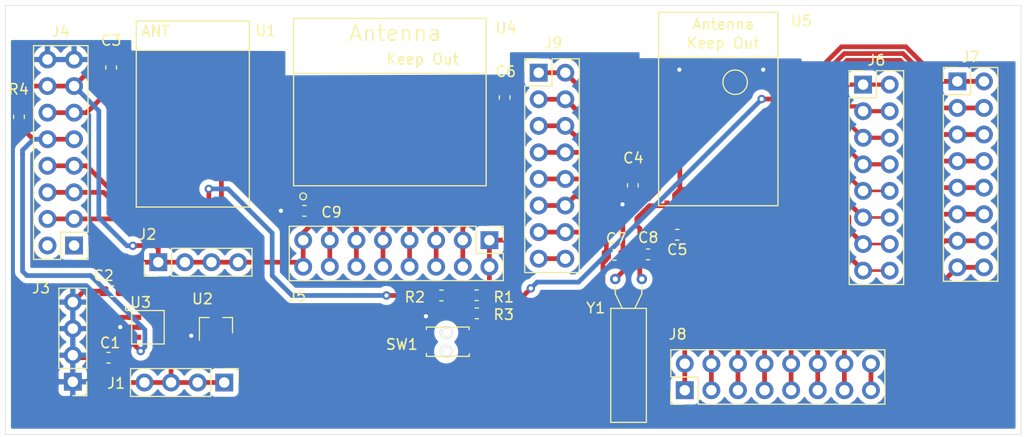
<source format=kicad_pcb>
(kicad_pcb (version 20171130) (host pcbnew "(5.1.5)-3")

  (general
    (thickness 1.6)
    (drawings 6)
    (tracks 495)
    (zones 0)
    (modules 29)
    (nets 79)
  )

  (page A4)
  (layers
    (0 F.Cu signal)
    (31 B.Cu signal)
    (32 B.Adhes user)
    (33 F.Adhes user)
    (34 B.Paste user)
    (35 F.Paste user)
    (36 B.SilkS user)
    (37 F.SilkS user)
    (38 B.Mask user)
    (39 F.Mask user)
    (40 Dwgs.User user)
    (41 Cmts.User user)
    (42 Eco1.User user)
    (43 Eco2.User user)
    (44 Edge.Cuts user)
    (45 Margin user)
    (46 B.CrtYd user)
    (47 F.CrtYd user)
    (48 B.Fab user hide)
    (49 F.Fab user hide)
  )

  (setup
    (last_trace_width 0.25)
    (trace_clearance 0.2)
    (zone_clearance 0.508)
    (zone_45_only no)
    (trace_min 0.2)
    (via_size 0.8)
    (via_drill 0.4)
    (via_min_size 0.4)
    (via_min_drill 0.3)
    (uvia_size 0.3)
    (uvia_drill 0.1)
    (uvias_allowed no)
    (uvia_min_size 0.2)
    (uvia_min_drill 0.1)
    (edge_width 0.05)
    (segment_width 0.2)
    (pcb_text_width 0.3)
    (pcb_text_size 1.5 1.5)
    (mod_edge_width 0.12)
    (mod_text_size 1 1)
    (mod_text_width 0.15)
    (pad_size 1.524 1.524)
    (pad_drill 0.762)
    (pad_to_mask_clearance 0.051)
    (solder_mask_min_width 0.25)
    (aux_axis_origin 0 0)
    (visible_elements 7FFFFFFF)
    (pcbplotparams
      (layerselection 0x010fc_ffffffff)
      (usegerberextensions false)
      (usegerberattributes false)
      (usegerberadvancedattributes false)
      (creategerberjobfile false)
      (excludeedgelayer true)
      (linewidth 0.100000)
      (plotframeref false)
      (viasonmask false)
      (mode 1)
      (useauxorigin false)
      (hpglpennumber 1)
      (hpglpenspeed 20)
      (hpglpendiameter 15.000000)
      (psnegative false)
      (psa4output false)
      (plotreference true)
      (plotvalue true)
      (plotinvisibletext false)
      (padsonsilk false)
      (subtractmaskfromsilk false)
      (outputformat 1)
      (mirror false)
      (drillshape 0)
      (scaleselection 1)
      (outputdirectory "Gerber/"))
  )

  (net 0 "")
  (net 1 5V)
  (net 2 GND)
  (net 3 3V3)
  (net 4 nRESET)
  (net 5 UART_TX)
  (net 6 UART_RX)
  (net 7 EN)
  (net 8 "Net-(U1-Pad19)")
  (net 9 "Net-(C4-Pad1)")
  (net 10 "Net-(C5-Pad1)")
  (net 11 RESETn)
  (net 12 XL1_32_768)
  (net 13 XL2_32_768)
  (net 14 LDO_EN)
  (net 15 GPIO1)
  (net 16 GPIO0)
  (net 17 SWDIO)
  (net 18 SWDCLK)
  (net 19 MCU_TX)
  (net 20 MCU_RX)
  (net 21 TRACE_D3)
  (net 22 TRACE_D2)
  (net 23 TRACE_D1)
  (net 24 TRACE_D0)
  (net 25 SWDIO_NORDIC)
  (net 26 SWDCLK_NORDIC)
  (net 27 TRACE_CLK)
  (net 28 nRESET_NORDIC)
  (net 29 NFC1)
  (net 30 NFC0)
  (net 31 DIO_11)
  (net 32 DIO_12)
  (net 33 DIO_13)
  (net 34 DIO_22)
  (net 35 DIO_23)
  (net 36 DIO_24)
  (net 37 DIO_02)
  (net 38 DIO_03)
  (net 39 DIO_04)
  (net 40 DIO_05)
  (net 41 DIO_06)
  (net 42 DIO_07)
  (net 43 DIO_08)
  (net 44 "Net-(J8-Pad15)")
  (net 45 DIO_25)
  (net 46 DIO_26)
  (net 47 DIO_27)
  (net 48 AIN4)
  (net 49 AIN5)
  (net 50 AIN6)
  (net 51 AIN7)
  (net 52 "Net-(J9-Pad15)")
  (net 53 "Net-(U1-Pad15)")
  (net 54 "Net-(U1-Pad14)")
  (net 55 "Net-(U1-Pad11)")
  (net 56 "Net-(U1-Pad10)")
  (net 57 "Net-(U1-Pad9)")
  (net 58 "Net-(U1-Pad8)")
  (net 59 "Net-(U1-Pad7)")
  (net 60 "Net-(U1-Pad6)")
  (net 61 "Net-(U1-Pad5)")
  (net 62 "Net-(U1-Pad3)")
  (net 63 "Net-(U3-Pad4)")
  (net 64 "Net-(U4-Pad5)")
  (net 65 "Net-(U4-Pad6)")
  (net 66 "Net-(U4-Pad7)")
  (net 67 "Net-(U4-Pad8)")
  (net 68 "Net-(U4-Pad9)")
  (net 69 "Net-(U4-Pad10)")
  (net 70 "Net-(U4-Pad13)")
  (net 71 "Net-(U4-Pad14)")
  (net 72 "Net-(U4-Pad17)")
  (net 73 "Net-(U4-Pad18)")
  (net 74 "Net-(U5-Pad15)")
  (net 75 "Net-(U5-Pad34)")
  (net 76 "Net-(U5-Pad32)")
  (net 77 "Net-(R1-Pad2)")
  (net 78 "Net-(J4-Pad1)")

  (net_class Default "This is the default net class."
    (clearance 0.2)
    (trace_width 0.25)
    (via_dia 0.8)
    (via_drill 0.4)
    (uvia_dia 0.3)
    (uvia_drill 0.1)
    (add_net 3V3)
    (add_net 5V)
    (add_net AIN4)
    (add_net AIN5)
    (add_net AIN6)
    (add_net AIN7)
    (add_net DIO_02)
    (add_net DIO_03)
    (add_net DIO_04)
    (add_net DIO_05)
    (add_net DIO_06)
    (add_net DIO_07)
    (add_net DIO_08)
    (add_net DIO_11)
    (add_net DIO_12)
    (add_net DIO_13)
    (add_net DIO_22)
    (add_net DIO_23)
    (add_net DIO_24)
    (add_net DIO_25)
    (add_net DIO_26)
    (add_net DIO_27)
    (add_net EN)
    (add_net GND)
    (add_net GPIO0)
    (add_net GPIO1)
    (add_net LDO_EN)
    (add_net MCU_RX)
    (add_net MCU_TX)
    (add_net NFC0)
    (add_net NFC1)
    (add_net "Net-(C4-Pad1)")
    (add_net "Net-(C5-Pad1)")
    (add_net "Net-(J4-Pad1)")
    (add_net "Net-(J8-Pad15)")
    (add_net "Net-(J9-Pad15)")
    (add_net "Net-(R1-Pad2)")
    (add_net "Net-(U1-Pad10)")
    (add_net "Net-(U1-Pad11)")
    (add_net "Net-(U1-Pad14)")
    (add_net "Net-(U1-Pad15)")
    (add_net "Net-(U1-Pad19)")
    (add_net "Net-(U1-Pad3)")
    (add_net "Net-(U1-Pad5)")
    (add_net "Net-(U1-Pad6)")
    (add_net "Net-(U1-Pad7)")
    (add_net "Net-(U1-Pad8)")
    (add_net "Net-(U1-Pad9)")
    (add_net "Net-(U3-Pad4)")
    (add_net "Net-(U4-Pad10)")
    (add_net "Net-(U4-Pad13)")
    (add_net "Net-(U4-Pad14)")
    (add_net "Net-(U4-Pad17)")
    (add_net "Net-(U4-Pad18)")
    (add_net "Net-(U4-Pad5)")
    (add_net "Net-(U4-Pad6)")
    (add_net "Net-(U4-Pad7)")
    (add_net "Net-(U4-Pad8)")
    (add_net "Net-(U4-Pad9)")
    (add_net "Net-(U5-Pad15)")
    (add_net "Net-(U5-Pad32)")
    (add_net "Net-(U5-Pad34)")
    (add_net RESETn)
    (add_net SWDCLK)
    (add_net SWDCLK_NORDIC)
    (add_net SWDIO)
    (add_net SWDIO_NORDIC)
    (add_net TRACE_CLK)
    (add_net TRACE_D0)
    (add_net TRACE_D1)
    (add_net TRACE_D2)
    (add_net TRACE_D3)
    (add_net UART_RX)
    (add_net UART_TX)
    (add_net XL1_32_768)
    (add_net XL2_32_768)
    (add_net nRESET)
    (add_net nRESET_NORDIC)
  )

  (module Capacitor_SMD:C_0603_1608Metric (layer F.Cu) (tedit 5B301BBE) (tstamp 602E732B)
    (at 107.8484 94.1832 180)
    (descr "Capacitor SMD 0603 (1608 Metric), square (rectangular) end terminal, IPC_7351 nominal, (Body size source: http://www.tortai-tech.com/upload/download/2011102023233369053.pdf), generated with kicad-footprint-generator")
    (tags capacitor)
    (path /5FF29866)
    (attr smd)
    (fp_text reference C1 (at -0.1524 1.4224) (layer F.SilkS)
      (effects (font (size 1 1) (thickness 0.15)))
    )
    (fp_text value 10uF (at 0 1.43) (layer F.Fab)
      (effects (font (size 1 1) (thickness 0.15)))
    )
    (fp_line (start -0.8 0.4) (end -0.8 -0.4) (layer F.Fab) (width 0.1))
    (fp_line (start -0.8 -0.4) (end 0.8 -0.4) (layer F.Fab) (width 0.1))
    (fp_line (start 0.8 -0.4) (end 0.8 0.4) (layer F.Fab) (width 0.1))
    (fp_line (start 0.8 0.4) (end -0.8 0.4) (layer F.Fab) (width 0.1))
    (fp_line (start -0.162779 -0.51) (end 0.162779 -0.51) (layer F.SilkS) (width 0.12))
    (fp_line (start -0.162779 0.51) (end 0.162779 0.51) (layer F.SilkS) (width 0.12))
    (fp_line (start -1.48 0.73) (end -1.48 -0.73) (layer F.CrtYd) (width 0.05))
    (fp_line (start -1.48 -0.73) (end 1.48 -0.73) (layer F.CrtYd) (width 0.05))
    (fp_line (start 1.48 -0.73) (end 1.48 0.73) (layer F.CrtYd) (width 0.05))
    (fp_line (start 1.48 0.73) (end -1.48 0.73) (layer F.CrtYd) (width 0.05))
    (fp_text user %R (at 0 0) (layer F.Fab)
      (effects (font (size 0.4 0.4) (thickness 0.06)))
    )
    (pad 1 smd roundrect (at -0.7875 0 180) (size 0.875 0.95) (layers F.Cu F.Paste F.Mask) (roundrect_rratio 0.25)
      (net 1 5V))
    (pad 2 smd roundrect (at 0.7875 0 180) (size 0.875 0.95) (layers F.Cu F.Paste F.Mask) (roundrect_rratio 0.25)
      (net 2 GND))
    (model ${KISYS3DMOD}/Capacitor_SMD.3dshapes/C_0603_1608Metric.wrl
      (at (xyz 0 0 0))
      (scale (xyz 1 1 1))
      (rotate (xyz 0 0 0))
    )
  )

  (module Capacitor_SMD:C_0603_1608Metric (layer F.Cu) (tedit 5B301BBE) (tstamp 602E70DC)
    (at 108.19 87.82 180)
    (descr "Capacitor SMD 0603 (1608 Metric), square (rectangular) end terminal, IPC_7351 nominal, (Body size source: http://www.tortai-tech.com/upload/download/2011102023233369053.pdf), generated with kicad-footprint-generator")
    (tags capacitor)
    (path /5FF2A19D)
    (attr smd)
    (fp_text reference C2 (at 0.82 1.49) (layer F.SilkS)
      (effects (font (size 1 1) (thickness 0.15)))
    )
    (fp_text value 10uF (at 0 1.43) (layer F.Fab)
      (effects (font (size 1 1) (thickness 0.15)))
    )
    (fp_text user %R (at 0 0) (layer F.Fab)
      (effects (font (size 0.4 0.4) (thickness 0.06)))
    )
    (fp_line (start 1.48 0.73) (end -1.48 0.73) (layer F.CrtYd) (width 0.05))
    (fp_line (start 1.48 -0.73) (end 1.48 0.73) (layer F.CrtYd) (width 0.05))
    (fp_line (start -1.48 -0.73) (end 1.48 -0.73) (layer F.CrtYd) (width 0.05))
    (fp_line (start -1.48 0.73) (end -1.48 -0.73) (layer F.CrtYd) (width 0.05))
    (fp_line (start -0.162779 0.51) (end 0.162779 0.51) (layer F.SilkS) (width 0.12))
    (fp_line (start -0.162779 -0.51) (end 0.162779 -0.51) (layer F.SilkS) (width 0.12))
    (fp_line (start 0.8 0.4) (end -0.8 0.4) (layer F.Fab) (width 0.1))
    (fp_line (start 0.8 -0.4) (end 0.8 0.4) (layer F.Fab) (width 0.1))
    (fp_line (start -0.8 -0.4) (end 0.8 -0.4) (layer F.Fab) (width 0.1))
    (fp_line (start -0.8 0.4) (end -0.8 -0.4) (layer F.Fab) (width 0.1))
    (pad 2 smd roundrect (at 0.7875 0 180) (size 0.875 0.95) (layers F.Cu F.Paste F.Mask) (roundrect_rratio 0.25)
      (net 2 GND))
    (pad 1 smd roundrect (at -0.7875 0 180) (size 0.875 0.95) (layers F.Cu F.Paste F.Mask) (roundrect_rratio 0.25)
      (net 3 3V3))
    (model ${KISYS3DMOD}/Capacitor_SMD.3dshapes/C_0603_1608Metric.wrl
      (at (xyz 0 0 0))
      (scale (xyz 1 1 1))
      (rotate (xyz 0 0 0))
    )
  )

  (module Capacitor_SMD:C_0603_1608Metric (layer F.Cu) (tedit 5B301BBE) (tstamp 602E735B)
    (at 108.1 66.44 90)
    (descr "Capacitor SMD 0603 (1608 Metric), square (rectangular) end terminal, IPC_7351 nominal, (Body size source: http://www.tortai-tech.com/upload/download/2011102023233369053.pdf), generated with kicad-footprint-generator")
    (tags capacitor)
    (path /5FF4754D)
    (attr smd)
    (fp_text reference C3 (at 2.6 0) (layer F.SilkS)
      (effects (font (size 1 1) (thickness 0.15)))
    )
    (fp_text value C_Small (at 0 1.43 90) (layer F.Fab)
      (effects (font (size 1 1) (thickness 0.15)))
    )
    (fp_line (start -0.8 0.4) (end -0.8 -0.4) (layer F.Fab) (width 0.1))
    (fp_line (start -0.8 -0.4) (end 0.8 -0.4) (layer F.Fab) (width 0.1))
    (fp_line (start 0.8 -0.4) (end 0.8 0.4) (layer F.Fab) (width 0.1))
    (fp_line (start 0.8 0.4) (end -0.8 0.4) (layer F.Fab) (width 0.1))
    (fp_line (start -0.162779 -0.51) (end 0.162779 -0.51) (layer F.SilkS) (width 0.12))
    (fp_line (start -0.162779 0.51) (end 0.162779 0.51) (layer F.SilkS) (width 0.12))
    (fp_line (start -1.48 0.73) (end -1.48 -0.73) (layer F.CrtYd) (width 0.05))
    (fp_line (start -1.48 -0.73) (end 1.48 -0.73) (layer F.CrtYd) (width 0.05))
    (fp_line (start 1.48 -0.73) (end 1.48 0.73) (layer F.CrtYd) (width 0.05))
    (fp_line (start 1.48 0.73) (end -1.48 0.73) (layer F.CrtYd) (width 0.05))
    (fp_text user %R (at 0 0 90) (layer F.Fab)
      (effects (font (size 0.4 0.4) (thickness 0.06)))
    )
    (pad 1 smd roundrect (at -0.7875 0 90) (size 0.875 0.95) (layers F.Cu F.Paste F.Mask) (roundrect_rratio 0.25)
      (net 3 3V3))
    (pad 2 smd roundrect (at 0.7875 0 90) (size 0.875 0.95) (layers F.Cu F.Paste F.Mask) (roundrect_rratio 0.25)
      (net 2 GND))
    (model ${KISYS3DMOD}/Capacitor_SMD.3dshapes/C_0603_1608Metric.wrl
      (at (xyz 0 0 0))
      (scale (xyz 1 1 1))
      (rotate (xyz 0 0 0))
    )
  )

  (module Connector_PinHeader_2.54mm:PinHeader_1x04_P2.54mm_Vertical (layer F.Cu) (tedit 59FED5CC) (tstamp 602EAFE5)
    (at 118.9 96.55 270)
    (descr "Through hole straight pin header, 1x04, 2.54mm pitch, single row")
    (tags "Through hole pin header THT 1x04 2.54mm single row")
    (path /5FF2BBB4)
    (fp_text reference J1 (at 0.08 10.32 180) (layer F.SilkS)
      (effects (font (size 1 1) (thickness 0.15)))
    )
    (fp_text value Conn_01x04 (at 0 9.95 90) (layer F.Fab)
      (effects (font (size 1 1) (thickness 0.15)))
    )
    (fp_line (start -0.635 -1.27) (end 1.27 -1.27) (layer F.Fab) (width 0.1))
    (fp_line (start 1.27 -1.27) (end 1.27 8.89) (layer F.Fab) (width 0.1))
    (fp_line (start 1.27 8.89) (end -1.27 8.89) (layer F.Fab) (width 0.1))
    (fp_line (start -1.27 8.89) (end -1.27 -0.635) (layer F.Fab) (width 0.1))
    (fp_line (start -1.27 -0.635) (end -0.635 -1.27) (layer F.Fab) (width 0.1))
    (fp_line (start -1.33 8.95) (end 1.33 8.95) (layer F.SilkS) (width 0.12))
    (fp_line (start -1.33 1.27) (end -1.33 8.95) (layer F.SilkS) (width 0.12))
    (fp_line (start 1.33 1.27) (end 1.33 8.95) (layer F.SilkS) (width 0.12))
    (fp_line (start -1.33 1.27) (end 1.33 1.27) (layer F.SilkS) (width 0.12))
    (fp_line (start -1.33 0) (end -1.33 -1.33) (layer F.SilkS) (width 0.12))
    (fp_line (start -1.33 -1.33) (end 0 -1.33) (layer F.SilkS) (width 0.12))
    (fp_line (start -1.8 -1.8) (end -1.8 9.4) (layer F.CrtYd) (width 0.05))
    (fp_line (start -1.8 9.4) (end 1.8 9.4) (layer F.CrtYd) (width 0.05))
    (fp_line (start 1.8 9.4) (end 1.8 -1.8) (layer F.CrtYd) (width 0.05))
    (fp_line (start 1.8 -1.8) (end -1.8 -1.8) (layer F.CrtYd) (width 0.05))
    (fp_text user %R (at 0 3.81) (layer F.Fab)
      (effects (font (size 1 1) (thickness 0.15)))
    )
    (pad 1 thru_hole rect (at 0 0 270) (size 1.7 1.7) (drill 1) (layers *.Cu *.Mask)
      (net 1 5V))
    (pad 2 thru_hole oval (at 0 2.54 270) (size 1.7 1.7) (drill 1) (layers *.Cu *.Mask)
      (net 1 5V))
    (pad 3 thru_hole oval (at 0 5.08 270) (size 1.7 1.7) (drill 1) (layers *.Cu *.Mask)
      (net 1 5V))
    (pad 4 thru_hole oval (at 0 7.62 270) (size 1.7 1.7) (drill 1) (layers *.Cu *.Mask)
      (net 1 5V))
    (model ${KISYS3DMOD}/Connector_PinHeader_2.54mm.3dshapes/PinHeader_1x04_P2.54mm_Vertical.wrl
      (at (xyz 0 0 0))
      (scale (xyz 1 1 1))
      (rotate (xyz 0 0 0))
    )
  )

  (module Connector_PinHeader_2.54mm:PinHeader_1x04_P2.54mm_Vertical (layer F.Cu) (tedit 59FED5CC) (tstamp 602E72ED)
    (at 112.6 85.05 90)
    (descr "Through hole straight pin header, 1x04, 2.54mm pitch, single row")
    (tags "Through hole pin header THT 1x04 2.54mm single row")
    (path /5FF2E1B3)
    (fp_text reference J2 (at 2.66 -1.04 180) (layer F.SilkS)
      (effects (font (size 1 1) (thickness 0.15)))
    )
    (fp_text value Conn_01x04 (at 0 9.95 90) (layer F.Fab)
      (effects (font (size 1 1) (thickness 0.15)))
    )
    (fp_text user %R (at 0 3.81) (layer F.Fab)
      (effects (font (size 1 1) (thickness 0.15)))
    )
    (fp_line (start 1.8 -1.8) (end -1.8 -1.8) (layer F.CrtYd) (width 0.05))
    (fp_line (start 1.8 9.4) (end 1.8 -1.8) (layer F.CrtYd) (width 0.05))
    (fp_line (start -1.8 9.4) (end 1.8 9.4) (layer F.CrtYd) (width 0.05))
    (fp_line (start -1.8 -1.8) (end -1.8 9.4) (layer F.CrtYd) (width 0.05))
    (fp_line (start -1.33 -1.33) (end 0 -1.33) (layer F.SilkS) (width 0.12))
    (fp_line (start -1.33 0) (end -1.33 -1.33) (layer F.SilkS) (width 0.12))
    (fp_line (start -1.33 1.27) (end 1.33 1.27) (layer F.SilkS) (width 0.12))
    (fp_line (start 1.33 1.27) (end 1.33 8.95) (layer F.SilkS) (width 0.12))
    (fp_line (start -1.33 1.27) (end -1.33 8.95) (layer F.SilkS) (width 0.12))
    (fp_line (start -1.33 8.95) (end 1.33 8.95) (layer F.SilkS) (width 0.12))
    (fp_line (start -1.27 -0.635) (end -0.635 -1.27) (layer F.Fab) (width 0.1))
    (fp_line (start -1.27 8.89) (end -1.27 -0.635) (layer F.Fab) (width 0.1))
    (fp_line (start 1.27 8.89) (end -1.27 8.89) (layer F.Fab) (width 0.1))
    (fp_line (start 1.27 -1.27) (end 1.27 8.89) (layer F.Fab) (width 0.1))
    (fp_line (start -0.635 -1.27) (end 1.27 -1.27) (layer F.Fab) (width 0.1))
    (pad 4 thru_hole oval (at 0 7.62 90) (size 1.7 1.7) (drill 1) (layers *.Cu *.Mask)
      (net 3 3V3))
    (pad 3 thru_hole oval (at 0 5.08 90) (size 1.7 1.7) (drill 1) (layers *.Cu *.Mask)
      (net 3 3V3))
    (pad 2 thru_hole oval (at 0 2.54 90) (size 1.7 1.7) (drill 1) (layers *.Cu *.Mask)
      (net 3 3V3))
    (pad 1 thru_hole rect (at 0 0 90) (size 1.7 1.7) (drill 1) (layers *.Cu *.Mask)
      (net 3 3V3))
    (model ${KISYS3DMOD}/Connector_PinHeader_2.54mm.3dshapes/PinHeader_1x04_P2.54mm_Vertical.wrl
      (at (xyz 0 0 0))
      (scale (xyz 1 1 1))
      (rotate (xyz 0 0 0))
    )
  )

  (module Connector_PinHeader_2.54mm:PinHeader_1x04_P2.54mm_Vertical (layer F.Cu) (tedit 59FED5CC) (tstamp 602E72A8)
    (at 104.44 96.48 180)
    (descr "Through hole straight pin header, 1x04, 2.54mm pitch, single row")
    (tags "Through hole pin header THT 1x04 2.54mm single row")
    (path /5FF303C0)
    (fp_text reference J3 (at 3.03 8.96) (layer F.SilkS)
      (effects (font (size 1 1) (thickness 0.15)))
    )
    (fp_text value Conn_01x04 (at 0 9.95) (layer F.Fab)
      (effects (font (size 1 1) (thickness 0.15)))
    )
    (fp_line (start -0.635 -1.27) (end 1.27 -1.27) (layer F.Fab) (width 0.1))
    (fp_line (start 1.27 -1.27) (end 1.27 8.89) (layer F.Fab) (width 0.1))
    (fp_line (start 1.27 8.89) (end -1.27 8.89) (layer F.Fab) (width 0.1))
    (fp_line (start -1.27 8.89) (end -1.27 -0.635) (layer F.Fab) (width 0.1))
    (fp_line (start -1.27 -0.635) (end -0.635 -1.27) (layer F.Fab) (width 0.1))
    (fp_line (start -1.33 8.95) (end 1.33 8.95) (layer F.SilkS) (width 0.12))
    (fp_line (start -1.33 1.27) (end -1.33 8.95) (layer F.SilkS) (width 0.12))
    (fp_line (start 1.33 1.27) (end 1.33 8.95) (layer F.SilkS) (width 0.12))
    (fp_line (start -1.33 1.27) (end 1.33 1.27) (layer F.SilkS) (width 0.12))
    (fp_line (start -1.33 0) (end -1.33 -1.33) (layer F.SilkS) (width 0.12))
    (fp_line (start -1.33 -1.33) (end 0 -1.33) (layer F.SilkS) (width 0.12))
    (fp_line (start -1.8 -1.8) (end -1.8 9.4) (layer F.CrtYd) (width 0.05))
    (fp_line (start -1.8 9.4) (end 1.8 9.4) (layer F.CrtYd) (width 0.05))
    (fp_line (start 1.8 9.4) (end 1.8 -1.8) (layer F.CrtYd) (width 0.05))
    (fp_line (start 1.8 -1.8) (end -1.8 -1.8) (layer F.CrtYd) (width 0.05))
    (fp_text user %R (at 0 3.81 90) (layer F.Fab)
      (effects (font (size 1 1) (thickness 0.15)))
    )
    (pad 1 thru_hole rect (at 0 0 180) (size 1.7 1.7) (drill 1) (layers *.Cu *.Mask)
      (net 2 GND))
    (pad 2 thru_hole oval (at 0 2.54 180) (size 1.7 1.7) (drill 1) (layers *.Cu *.Mask)
      (net 2 GND))
    (pad 3 thru_hole oval (at 0 5.08 180) (size 1.7 1.7) (drill 1) (layers *.Cu *.Mask)
      (net 2 GND))
    (pad 4 thru_hole oval (at 0 7.62 180) (size 1.7 1.7) (drill 1) (layers *.Cu *.Mask)
      (net 2 GND))
    (model ${KISYS3DMOD}/Connector_PinHeader_2.54mm.3dshapes/PinHeader_1x04_P2.54mm_Vertical.wrl
      (at (xyz 0 0 0))
      (scale (xyz 1 1 1))
      (rotate (xyz 0 0 0))
    )
  )

  (module Connector_PinHeader_2.54mm:PinHeader_2x08_P2.54mm_Vertical (layer F.Cu) (tedit 59FED5CC) (tstamp 602E7202)
    (at 104.56 83.45 180)
    (descr "Through hole straight pin header, 2x08, 2.54mm pitch, double rows")
    (tags "Through hole pin header THT 2x08 2.54mm double row")
    (path /5FFB5971)
    (fp_text reference J4 (at 1.28 20.45) (layer F.SilkS)
      (effects (font (size 1 1) (thickness 0.15)))
    )
    (fp_text value Conn_02x08_Odd_Even (at 1.27 20.11) (layer F.Fab)
      (effects (font (size 1 1) (thickness 0.15)))
    )
    (fp_line (start 0 -1.27) (end 3.81 -1.27) (layer F.Fab) (width 0.1))
    (fp_line (start 3.81 -1.27) (end 3.81 19.05) (layer F.Fab) (width 0.1))
    (fp_line (start 3.81 19.05) (end -1.27 19.05) (layer F.Fab) (width 0.1))
    (fp_line (start -1.27 19.05) (end -1.27 0) (layer F.Fab) (width 0.1))
    (fp_line (start -1.27 0) (end 0 -1.27) (layer F.Fab) (width 0.1))
    (fp_line (start -1.33 19.11) (end 3.87 19.11) (layer F.SilkS) (width 0.12))
    (fp_line (start -1.33 1.27) (end -1.33 19.11) (layer F.SilkS) (width 0.12))
    (fp_line (start 3.87 -1.33) (end 3.87 19.11) (layer F.SilkS) (width 0.12))
    (fp_line (start -1.33 1.27) (end 1.27 1.27) (layer F.SilkS) (width 0.12))
    (fp_line (start 1.27 1.27) (end 1.27 -1.33) (layer F.SilkS) (width 0.12))
    (fp_line (start 1.27 -1.33) (end 3.87 -1.33) (layer F.SilkS) (width 0.12))
    (fp_line (start -1.33 0) (end -1.33 -1.33) (layer F.SilkS) (width 0.12))
    (fp_line (start -1.33 -1.33) (end 0 -1.33) (layer F.SilkS) (width 0.12))
    (fp_line (start -1.8 -1.8) (end -1.8 19.55) (layer F.CrtYd) (width 0.05))
    (fp_line (start -1.8 19.55) (end 4.35 19.55) (layer F.CrtYd) (width 0.05))
    (fp_line (start 4.35 19.55) (end 4.35 -1.8) (layer F.CrtYd) (width 0.05))
    (fp_line (start 4.35 -1.8) (end -1.8 -1.8) (layer F.CrtYd) (width 0.05))
    (fp_text user %R (at 1.27 8.89 90) (layer F.Fab)
      (effects (font (size 1 1) (thickness 0.15)))
    )
    (pad 1 thru_hole rect (at 0 0 180) (size 1.7 1.7) (drill 1) (layers *.Cu *.Mask)
      (net 78 "Net-(J4-Pad1)"))
    (pad 2 thru_hole oval (at 2.54 0 180) (size 1.7 1.7) (drill 1) (layers *.Cu *.Mask)
      (net 78 "Net-(J4-Pad1)"))
    (pad 3 thru_hole oval (at 0 2.54 180) (size 1.7 1.7) (drill 1) (layers *.Cu *.Mask)
      (net 4 nRESET))
    (pad 4 thru_hole oval (at 2.54 2.54 180) (size 1.7 1.7) (drill 1) (layers *.Cu *.Mask)
      (net 4 nRESET))
    (pad 5 thru_hole oval (at 0 5.08 180) (size 1.7 1.7) (drill 1) (layers *.Cu *.Mask)
      (net 5 UART_TX))
    (pad 6 thru_hole oval (at 2.54 5.08 180) (size 1.7 1.7) (drill 1) (layers *.Cu *.Mask)
      (net 5 UART_TX))
    (pad 7 thru_hole oval (at 0 7.62 180) (size 1.7 1.7) (drill 1) (layers *.Cu *.Mask)
      (net 6 UART_RX))
    (pad 8 thru_hole oval (at 2.54 7.62 180) (size 1.7 1.7) (drill 1) (layers *.Cu *.Mask)
      (net 6 UART_RX))
    (pad 9 thru_hole oval (at 0 10.16 180) (size 1.7 1.7) (drill 1) (layers *.Cu *.Mask)
      (net 14 LDO_EN))
    (pad 10 thru_hole oval (at 2.54 10.16 180) (size 1.7 1.7) (drill 1) (layers *.Cu *.Mask)
      (net 14 LDO_EN))
    (pad 11 thru_hole oval (at 0 12.7 180) (size 1.7 1.7) (drill 1) (layers *.Cu *.Mask)
      (net 7 EN))
    (pad 12 thru_hole oval (at 2.54 12.7 180) (size 1.7 1.7) (drill 1) (layers *.Cu *.Mask)
      (net 7 EN))
    (pad 13 thru_hole oval (at 0 15.24 180) (size 1.7 1.7) (drill 1) (layers *.Cu *.Mask)
      (net 3 3V3))
    (pad 14 thru_hole oval (at 2.54 15.24 180) (size 1.7 1.7) (drill 1) (layers *.Cu *.Mask)
      (net 3 3V3))
    (pad 15 thru_hole oval (at 0 17.78 180) (size 1.7 1.7) (drill 1) (layers *.Cu *.Mask)
      (net 2 GND))
    (pad 16 thru_hole oval (at 2.54 17.78 180) (size 1.7 1.7) (drill 1) (layers *.Cu *.Mask)
      (net 2 GND))
    (model ${KISYS3DMOD}/Connector_PinHeader_2.54mm.3dshapes/PinHeader_2x08_P2.54mm_Vertical.wrl
      (at (xyz 0 0 0))
      (scale (xyz 1 1 1))
      (rotate (xyz 0 0 0))
    )
  )

  (module Connector_PinHeader_2.54mm:PinHeader_2x08_P2.54mm_Vertical (layer F.Cu) (tedit 59FED5CC) (tstamp 602E7193)
    (at 144.22 82.94 270)
    (descr "Through hole straight pin header, 2x08, 2.54mm pitch, double rows")
    (tags "Through hole pin header THT 2x08 2.54mm double row")
    (path /5FFB7449)
    (fp_text reference J5 (at 5.35 18.36 180) (layer F.SilkS)
      (effects (font (size 1 1) (thickness 0.15)))
    )
    (fp_text value Conn_02x08_Odd_Even (at 1.27 20.11 90) (layer F.Fab)
      (effects (font (size 1 1) (thickness 0.15)))
    )
    (fp_text user %R (at 1.27 8.89) (layer F.Fab)
      (effects (font (size 1 1) (thickness 0.15)))
    )
    (fp_line (start 4.35 -1.8) (end -1.8 -1.8) (layer F.CrtYd) (width 0.05))
    (fp_line (start 4.35 19.55) (end 4.35 -1.8) (layer F.CrtYd) (width 0.05))
    (fp_line (start -1.8 19.55) (end 4.35 19.55) (layer F.CrtYd) (width 0.05))
    (fp_line (start -1.8 -1.8) (end -1.8 19.55) (layer F.CrtYd) (width 0.05))
    (fp_line (start -1.33 -1.33) (end 0 -1.33) (layer F.SilkS) (width 0.12))
    (fp_line (start -1.33 0) (end -1.33 -1.33) (layer F.SilkS) (width 0.12))
    (fp_line (start 1.27 -1.33) (end 3.87 -1.33) (layer F.SilkS) (width 0.12))
    (fp_line (start 1.27 1.27) (end 1.27 -1.33) (layer F.SilkS) (width 0.12))
    (fp_line (start -1.33 1.27) (end 1.27 1.27) (layer F.SilkS) (width 0.12))
    (fp_line (start 3.87 -1.33) (end 3.87 19.11) (layer F.SilkS) (width 0.12))
    (fp_line (start -1.33 1.27) (end -1.33 19.11) (layer F.SilkS) (width 0.12))
    (fp_line (start -1.33 19.11) (end 3.87 19.11) (layer F.SilkS) (width 0.12))
    (fp_line (start -1.27 0) (end 0 -1.27) (layer F.Fab) (width 0.1))
    (fp_line (start -1.27 19.05) (end -1.27 0) (layer F.Fab) (width 0.1))
    (fp_line (start 3.81 19.05) (end -1.27 19.05) (layer F.Fab) (width 0.1))
    (fp_line (start 3.81 -1.27) (end 3.81 19.05) (layer F.Fab) (width 0.1))
    (fp_line (start 0 -1.27) (end 3.81 -1.27) (layer F.Fab) (width 0.1))
    (pad 16 thru_hole oval (at 2.54 17.78 270) (size 1.7 1.7) (drill 1) (layers *.Cu *.Mask)
      (net 3 3V3))
    (pad 15 thru_hole oval (at 0 17.78 270) (size 1.7 1.7) (drill 1) (layers *.Cu *.Mask)
      (net 3 3V3))
    (pad 14 thru_hole oval (at 2.54 15.24 270) (size 1.7 1.7) (drill 1) (layers *.Cu *.Mask)
      (net 15 GPIO1))
    (pad 13 thru_hole oval (at 0 15.24 270) (size 1.7 1.7) (drill 1) (layers *.Cu *.Mask)
      (net 15 GPIO1))
    (pad 12 thru_hole oval (at 2.54 12.7 270) (size 1.7 1.7) (drill 1) (layers *.Cu *.Mask)
      (net 16 GPIO0))
    (pad 11 thru_hole oval (at 0 12.7 270) (size 1.7 1.7) (drill 1) (layers *.Cu *.Mask)
      (net 16 GPIO0))
    (pad 10 thru_hole oval (at 2.54 10.16 270) (size 1.7 1.7) (drill 1) (layers *.Cu *.Mask)
      (net 17 SWDIO))
    (pad 9 thru_hole oval (at 0 10.16 270) (size 1.7 1.7) (drill 1) (layers *.Cu *.Mask)
      (net 17 SWDIO))
    (pad 8 thru_hole oval (at 2.54 7.62 270) (size 1.7 1.7) (drill 1) (layers *.Cu *.Mask)
      (net 18 SWDCLK))
    (pad 7 thru_hole oval (at 0 7.62 270) (size 1.7 1.7) (drill 1) (layers *.Cu *.Mask)
      (net 18 SWDCLK))
    (pad 6 thru_hole oval (at 2.54 5.08 270) (size 1.7 1.7) (drill 1) (layers *.Cu *.Mask)
      (net 20 MCU_RX))
    (pad 5 thru_hole oval (at 0 5.08 270) (size 1.7 1.7) (drill 1) (layers *.Cu *.Mask)
      (net 20 MCU_RX))
    (pad 4 thru_hole oval (at 2.54 2.54 270) (size 1.7 1.7) (drill 1) (layers *.Cu *.Mask)
      (net 19 MCU_TX))
    (pad 3 thru_hole oval (at 0 2.54 270) (size 1.7 1.7) (drill 1) (layers *.Cu *.Mask)
      (net 19 MCU_TX))
    (pad 2 thru_hole oval (at 2.54 0 270) (size 1.7 1.7) (drill 1) (layers *.Cu *.Mask)
      (net 11 RESETn))
    (pad 1 thru_hole rect (at 0 0 270) (size 1.7 1.7) (drill 1) (layers *.Cu *.Mask)
      (net 11 RESETn))
    (model ${KISYS3DMOD}/Connector_PinHeader_2.54mm.3dshapes/PinHeader_2x08_P2.54mm_Vertical.wrl
      (at (xyz 0 0 0))
      (scale (xyz 1 1 1))
      (rotate (xyz 0 0 0))
    )
  )

  (module Jintay_Footprint:1185-TCSW (layer F.Cu) (tedit 5F0A6B09) (tstamp 602E7072)
    (at 140.11 92.51)
    (path /5FF6E553)
    (fp_text reference SW1 (at -4.25 0.4) (layer F.SilkS)
      (effects (font (size 1 1) (thickness 0.15)))
    )
    (fp_text value SW_Push (at -0.01 3.58) (layer F.Fab)
      (effects (font (size 1 1) (thickness 0.15)))
    )
    (fp_line (start -1.91 -1.02) (end -1.91 -1.26) (layer F.SilkS) (width 0.12))
    (fp_line (start -1.91 -1.26) (end 2.04 -1.26) (layer F.SilkS) (width 0.12))
    (fp_line (start -1.9 1.54) (end -1.9 1.26) (layer F.SilkS) (width 0.12))
    (fp_line (start 2.05 1.54) (end -1.9 1.54) (layer F.SilkS) (width 0.12))
    (fp_line (start 2.17 -1.01) (end 2.17 -1.26) (layer F.SilkS) (width 0.12))
    (fp_line (start 2.17 -1.26) (end 2.05 -1.26) (layer F.SilkS) (width 0.12))
    (fp_line (start 2.19 1.29) (end 2.19 1.54) (layer F.SilkS) (width 0.12))
    (fp_line (start 2.19 1.54) (end 2.06 1.54) (layer F.SilkS) (width 0.12))
    (pad 1 smd rect (at -1.93 0.08) (size 1.3 2) (layers F.Cu F.Paste F.Mask)
      (net 2 GND))
    (pad 2 smd rect (at 2.17 0.08) (size 1.3 2) (layers F.Cu F.Paste F.Mask)
      (net 77 "Net-(R1-Pad2)"))
    (pad 0 thru_hole circle (at 0 -0.75) (size 0.8 0.8) (drill 0.8) (layers *.Cu *.Mask))
    (pad 0 thru_hole circle (at 0 1.074) (size 0.8 0.8) (drill 0.8) (layers *.Cu *.Mask))
  )

  (module Module:SMD810X (layer F.Cu) (tedit 5FA39621) (tstamp 602E7122)
    (at 110.5 65.68 180)
    (path /5FF1F056)
    (fp_text reference U1 (at -12.36 2.76) (layer F.SilkS)
      (effects (font (size 1 1) (thickness 0.15)))
    )
    (fp_text value SMD810X_S0X (at -5.35 5.06) (layer F.Fab)
      (effects (font (size 1 1) (thickness 0.15)))
    )
    (fp_line (start -11.04 -14.351) (end 0.26 -14.351) (layer F.CrtYd) (width 0.05))
    (fp_line (start -11.05 3.923) (end -11.04 -14.351) (layer F.CrtYd) (width 0.05))
    (fp_line (start 0.26 3.933) (end -11.05 3.923) (layer F.CrtYd) (width 0.05))
    (fp_line (start 0.26 -14.351) (end 0.26 3.933) (layer F.CrtYd) (width 0.05))
    (fp_line (start -10.795 3.683) (end 0 3.683) (layer F.Fab) (width 0.1))
    (fp_line (start -10.795 -14.093) (end -10.795 3.683) (layer F.Fab) (width 0.1))
    (fp_line (start 0 -14.093) (end -10.795 -14.093) (layer F.Fab) (width 0.1))
    (fp_line (start 0 3.683) (end 0 -14.093) (layer F.Fab) (width 0.1))
    (fp_text user ANT (at -1.83 2.72) (layer F.SilkS)
      (effects (font (size 1 1) (thickness 0.15)))
    )
    (fp_line (start 0 0.889) (end -10.795 0.889) (layer F.SilkS) (width 0.12))
    (fp_line (start 0 3.69) (end -10.795 3.683) (layer F.SilkS) (width 0.12))
    (fp_line (start -10.795 -10.541) (end -10.795 -14.097) (layer F.SilkS) (width 0.12))
    (fp_line (start -10.795 3.683) (end -10.795 -10.541) (layer F.SilkS) (width 0.12))
    (fp_line (start -10.795 -14.097) (end 0 -14.097) (layer F.SilkS) (width 0.12))
    (fp_line (start 0 3.683) (end 0 -14.097) (layer F.SilkS) (width 0.12))
    (pad 20 smd rect (at -10.795 -3.1242 180) (size 1.4 1) (layers F.Cu F.Paste F.Mask)
      (net 2 GND))
    (pad 19 smd rect (at -10.795 -1.8542 180) (size 1.4 1) (layers F.Cu F.Paste F.Mask)
      (net 8 "Net-(U1-Pad19)"))
    (pad 18 smd rect (at -10.795 -0.5842 180) (size 1.4 1) (layers F.Cu F.Paste F.Mask)
      (net 2 GND))
    (pad 17 smd rect (at -8.128 -14.093 270) (size 1.4 1) (layers F.Cu F.Paste F.Mask)
      (net 2 GND))
    (pad 16 smd rect (at -6.858 -14.093 270) (size 1.4 1) (layers F.Cu F.Paste F.Mask)
      (net 4 nRESET))
    (pad 15 smd rect (at -5.588 -14.093 270) (size 1.4 1) (layers F.Cu F.Paste F.Mask)
      (net 53 "Net-(U1-Pad15)"))
    (pad 14 smd rect (at -4.318 -14.093 270) (size 1.4 1) (layers F.Cu F.Paste F.Mask)
      (net 54 "Net-(U1-Pad14)"))
    (pad 13 smd rect (at -3.048 -14.093 270) (size 1.4 1) (layers F.Cu F.Paste F.Mask)
      (net 5 UART_TX))
    (pad 12 smd rect (at -1.778 -14.093 270) (size 1.4 1) (layers F.Cu F.Paste F.Mask)
      (net 6 UART_RX))
    (pad 11 smd rect (at 0 -12.7 180) (size 1.4 1) (layers F.Cu F.Paste F.Mask)
      (net 55 "Net-(U1-Pad11)"))
    (pad 10 smd rect (at 0 -11.43 180) (size 1.4 1) (layers F.Cu F.Paste F.Mask)
      (net 56 "Net-(U1-Pad10)"))
    (pad 9 smd rect (at 0 -10.16 180) (size 1.4 1) (layers F.Cu F.Paste F.Mask)
      (net 57 "Net-(U1-Pad9)"))
    (pad 8 smd rect (at 0 -8.89 180) (size 1.4 1) (layers F.Cu F.Paste F.Mask)
      (net 58 "Net-(U1-Pad8)"))
    (pad 7 smd rect (at 0 -7.62 180) (size 1.4 1) (layers F.Cu F.Paste F.Mask)
      (net 59 "Net-(U1-Pad7)"))
    (pad 6 smd rect (at 0 -6.35 180) (size 1.4 1) (layers F.Cu F.Paste F.Mask)
      (net 60 "Net-(U1-Pad6)"))
    (pad 5 smd rect (at 0 -5.08 180) (size 1.4 1) (layers F.Cu F.Paste F.Mask)
      (net 61 "Net-(U1-Pad5)"))
    (pad 4 smd rect (at 0 -3.81 180) (size 1.4 1) (layers F.Cu F.Paste F.Mask)
      (net 7 EN))
    (pad 3 smd rect (at 0 -2.54 180) (size 1.4 1) (layers F.Cu F.Paste F.Mask)
      (net 62 "Net-(U1-Pad3)"))
    (pad 2 smd rect (at 0 -1.27 180) (size 1.4 1) (layers F.Cu F.Paste F.Mask)
      (net 3 3V3))
    (pad 1 smd rect (at 0 0 180) (size 1.4 1) (layers F.Cu F.Paste F.Mask)
      (net 2 GND))
  )

  (module Package_TO_SOT_SMD:SOT-23 (layer F.Cu) (tedit 5A02FF57) (tstamp 602E70A4)
    (at 118.11 91.1 90)
    (descr "SOT-23, Standard")
    (tags SOT-23)
    (path /5FF28D7D)
    (attr smd)
    (fp_text reference U2 (at 2.54 -1.29 180) (layer F.SilkS)
      (effects (font (size 1 1) (thickness 0.15)))
    )
    (fp_text value EC6209-3V3 (at 0 2.5 90) (layer F.Fab)
      (effects (font (size 1 1) (thickness 0.15)))
    )
    (fp_text user %R (at 0 0) (layer F.Fab)
      (effects (font (size 0.5 0.5) (thickness 0.075)))
    )
    (fp_line (start -0.7 -0.95) (end -0.7 1.5) (layer F.Fab) (width 0.1))
    (fp_line (start -0.15 -1.52) (end 0.7 -1.52) (layer F.Fab) (width 0.1))
    (fp_line (start -0.7 -0.95) (end -0.15 -1.52) (layer F.Fab) (width 0.1))
    (fp_line (start 0.7 -1.52) (end 0.7 1.52) (layer F.Fab) (width 0.1))
    (fp_line (start -0.7 1.52) (end 0.7 1.52) (layer F.Fab) (width 0.1))
    (fp_line (start 0.76 1.58) (end 0.76 0.65) (layer F.SilkS) (width 0.12))
    (fp_line (start 0.76 -1.58) (end 0.76 -0.65) (layer F.SilkS) (width 0.12))
    (fp_line (start -1.7 -1.75) (end 1.7 -1.75) (layer F.CrtYd) (width 0.05))
    (fp_line (start 1.7 -1.75) (end 1.7 1.75) (layer F.CrtYd) (width 0.05))
    (fp_line (start 1.7 1.75) (end -1.7 1.75) (layer F.CrtYd) (width 0.05))
    (fp_line (start -1.7 1.75) (end -1.7 -1.75) (layer F.CrtYd) (width 0.05))
    (fp_line (start 0.76 -1.58) (end -1.4 -1.58) (layer F.SilkS) (width 0.12))
    (fp_line (start 0.76 1.58) (end -0.7 1.58) (layer F.SilkS) (width 0.12))
    (pad 1 smd rect (at -1 -0.95 90) (size 0.9 0.8) (layers F.Cu F.Paste F.Mask)
      (net 2 GND))
    (pad 2 smd rect (at -1 0.95 90) (size 0.9 0.8) (layers F.Cu F.Paste F.Mask)
      (net 3 3V3))
    (pad 3 smd rect (at 1 0 90) (size 0.9 0.8) (layers F.Cu F.Paste F.Mask)
      (net 1 5V))
    (model ${KISYS3DMOD}/Package_TO_SOT_SMD.3dshapes/SOT-23.wrl
      (at (xyz 0 0 0))
      (scale (xyz 1 1 1))
      (rotate (xyz 0 0 0))
    )
  )

  (module Capacitor_SMD:C_0603_1608Metric (layer F.Cu) (tedit 5B301BBE) (tstamp 602E6A97)
    (at 157.92 77.7 270)
    (descr "Capacitor SMD 0603 (1608 Metric), square (rectangular) end terminal, IPC_7351 nominal, (Body size source: http://www.tortai-tech.com/upload/download/2011102023233369053.pdf), generated with kicad-footprint-generator")
    (tags capacitor)
    (path /6069374C)
    (attr smd)
    (fp_text reference C4 (at -2.61 -0.05 180) (layer F.SilkS)
      (effects (font (size 1 1) (thickness 0.15)))
    )
    (fp_text value C_Small (at 0 1.43 90) (layer F.Fab)
      (effects (font (size 1 1) (thickness 0.15)))
    )
    (fp_line (start -0.8 0.4) (end -0.8 -0.4) (layer F.Fab) (width 0.1))
    (fp_line (start -0.8 -0.4) (end 0.8 -0.4) (layer F.Fab) (width 0.1))
    (fp_line (start 0.8 -0.4) (end 0.8 0.4) (layer F.Fab) (width 0.1))
    (fp_line (start 0.8 0.4) (end -0.8 0.4) (layer F.Fab) (width 0.1))
    (fp_line (start -0.162779 -0.51) (end 0.162779 -0.51) (layer F.SilkS) (width 0.12))
    (fp_line (start -0.162779 0.51) (end 0.162779 0.51) (layer F.SilkS) (width 0.12))
    (fp_line (start -1.48 0.73) (end -1.48 -0.73) (layer F.CrtYd) (width 0.05))
    (fp_line (start -1.48 -0.73) (end 1.48 -0.73) (layer F.CrtYd) (width 0.05))
    (fp_line (start 1.48 -0.73) (end 1.48 0.73) (layer F.CrtYd) (width 0.05))
    (fp_line (start 1.48 0.73) (end -1.48 0.73) (layer F.CrtYd) (width 0.05))
    (fp_text user %R (at 0 0 90) (layer F.Fab)
      (effects (font (size 0.4 0.4) (thickness 0.06)))
    )
    (pad 1 smd roundrect (at -0.7875 0 270) (size 0.875 0.95) (layers F.Cu F.Paste F.Mask) (roundrect_rratio 0.25)
      (net 9 "Net-(C4-Pad1)"))
    (pad 2 smd roundrect (at 0.7875 0 270) (size 0.875 0.95) (layers F.Cu F.Paste F.Mask) (roundrect_rratio 0.25)
      (net 2 GND))
    (model ${KISYS3DMOD}/Capacitor_SMD.3dshapes/C_0603_1608Metric.wrl
      (at (xyz 0 0 0))
      (scale (xyz 1 1 1))
      (rotate (xyz 0 0 0))
    )
  )

  (module Capacitor_SMD:C_0603_1608Metric (layer F.Cu) (tedit 5B301BBE) (tstamp 602E6AA8)
    (at 162.16 82.42 180)
    (descr "Capacitor SMD 0603 (1608 Metric), square (rectangular) end terminal, IPC_7351 nominal, (Body size source: http://www.tortai-tech.com/upload/download/2011102023233369053.pdf), generated with kicad-footprint-generator")
    (tags capacitor)
    (path /60760308)
    (attr smd)
    (fp_text reference C5 (at 0 -1.43) (layer F.SilkS)
      (effects (font (size 1 1) (thickness 0.15)))
    )
    (fp_text value C_Small (at 0 1.43) (layer F.Fab)
      (effects (font (size 1 1) (thickness 0.15)))
    )
    (fp_text user %R (at 0 0) (layer F.Fab)
      (effects (font (size 0.4 0.4) (thickness 0.06)))
    )
    (fp_line (start 1.48 0.73) (end -1.48 0.73) (layer F.CrtYd) (width 0.05))
    (fp_line (start 1.48 -0.73) (end 1.48 0.73) (layer F.CrtYd) (width 0.05))
    (fp_line (start -1.48 -0.73) (end 1.48 -0.73) (layer F.CrtYd) (width 0.05))
    (fp_line (start -1.48 0.73) (end -1.48 -0.73) (layer F.CrtYd) (width 0.05))
    (fp_line (start -0.162779 0.51) (end 0.162779 0.51) (layer F.SilkS) (width 0.12))
    (fp_line (start -0.162779 -0.51) (end 0.162779 -0.51) (layer F.SilkS) (width 0.12))
    (fp_line (start 0.8 0.4) (end -0.8 0.4) (layer F.Fab) (width 0.1))
    (fp_line (start 0.8 -0.4) (end 0.8 0.4) (layer F.Fab) (width 0.1))
    (fp_line (start -0.8 -0.4) (end 0.8 -0.4) (layer F.Fab) (width 0.1))
    (fp_line (start -0.8 0.4) (end -0.8 -0.4) (layer F.Fab) (width 0.1))
    (pad 2 smd roundrect (at 0.7875 0 180) (size 0.875 0.95) (layers F.Cu F.Paste F.Mask) (roundrect_rratio 0.25)
      (net 2 GND))
    (pad 1 smd roundrect (at -0.7875 0 180) (size 0.875 0.95) (layers F.Cu F.Paste F.Mask) (roundrect_rratio 0.25)
      (net 10 "Net-(C5-Pad1)"))
    (model ${KISYS3DMOD}/Capacitor_SMD.3dshapes/C_0603_1608Metric.wrl
      (at (xyz 0 0 0))
      (scale (xyz 1 1 1))
      (rotate (xyz 0 0 0))
    )
  )

  (module Capacitor_SMD:C_0603_1608Metric (layer F.Cu) (tedit 5B301BBE) (tstamp 602E6AB9)
    (at 145.68 69.3 90)
    (descr "Capacitor SMD 0603 (1608 Metric), square (rectangular) end terminal, IPC_7351 nominal, (Body size source: http://www.tortai-tech.com/upload/download/2011102023233369053.pdf), generated with kicad-footprint-generator")
    (tags capacitor)
    (path /60440B2A)
    (attr smd)
    (fp_text reference C6 (at 2.47 0.1) (layer F.SilkS)
      (effects (font (size 1 1) (thickness 0.15)))
    )
    (fp_text value C_Small (at 0 1.43 90) (layer F.Fab)
      (effects (font (size 1 1) (thickness 0.15)))
    )
    (fp_line (start -0.8 0.4) (end -0.8 -0.4) (layer F.Fab) (width 0.1))
    (fp_line (start -0.8 -0.4) (end 0.8 -0.4) (layer F.Fab) (width 0.1))
    (fp_line (start 0.8 -0.4) (end 0.8 0.4) (layer F.Fab) (width 0.1))
    (fp_line (start 0.8 0.4) (end -0.8 0.4) (layer F.Fab) (width 0.1))
    (fp_line (start -0.162779 -0.51) (end 0.162779 -0.51) (layer F.SilkS) (width 0.12))
    (fp_line (start -0.162779 0.51) (end 0.162779 0.51) (layer F.SilkS) (width 0.12))
    (fp_line (start -1.48 0.73) (end -1.48 -0.73) (layer F.CrtYd) (width 0.05))
    (fp_line (start -1.48 -0.73) (end 1.48 -0.73) (layer F.CrtYd) (width 0.05))
    (fp_line (start 1.48 -0.73) (end 1.48 0.73) (layer F.CrtYd) (width 0.05))
    (fp_line (start 1.48 0.73) (end -1.48 0.73) (layer F.CrtYd) (width 0.05))
    (fp_text user %R (at 0 0 90) (layer F.Fab)
      (effects (font (size 0.4 0.4) (thickness 0.06)))
    )
    (pad 1 smd roundrect (at -0.7875 0 90) (size 0.875 0.95) (layers F.Cu F.Paste F.Mask) (roundrect_rratio 0.25)
      (net 11 RESETn))
    (pad 2 smd roundrect (at 0.7875 0 90) (size 0.875 0.95) (layers F.Cu F.Paste F.Mask) (roundrect_rratio 0.25)
      (net 2 GND))
    (model ${KISYS3DMOD}/Capacitor_SMD.3dshapes/C_0603_1608Metric.wrl
      (at (xyz 0 0 0))
      (scale (xyz 1 1 1))
      (rotate (xyz 0 0 0))
    )
  )

  (module Capacitor_SMD:C_0603_1608Metric (layer F.Cu) (tedit 5B301BBE) (tstamp 602E6ACA)
    (at 156.18 84.35 180)
    (descr "Capacitor SMD 0603 (1608 Metric), square (rectangular) end terminal, IPC_7351 nominal, (Body size source: http://www.tortai-tech.com/upload/download/2011102023233369053.pdf), generated with kicad-footprint-generator")
    (tags capacitor)
    (path /60B60901)
    (attr smd)
    (fp_text reference C7 (at -0.14 1.57) (layer F.SilkS)
      (effects (font (size 1 1) (thickness 0.15)))
    )
    (fp_text value C_Small (at 0 1.43) (layer F.Fab)
      (effects (font (size 1 1) (thickness 0.15)))
    )
    (fp_line (start -0.8 0.4) (end -0.8 -0.4) (layer F.Fab) (width 0.1))
    (fp_line (start -0.8 -0.4) (end 0.8 -0.4) (layer F.Fab) (width 0.1))
    (fp_line (start 0.8 -0.4) (end 0.8 0.4) (layer F.Fab) (width 0.1))
    (fp_line (start 0.8 0.4) (end -0.8 0.4) (layer F.Fab) (width 0.1))
    (fp_line (start -0.162779 -0.51) (end 0.162779 -0.51) (layer F.SilkS) (width 0.12))
    (fp_line (start -0.162779 0.51) (end 0.162779 0.51) (layer F.SilkS) (width 0.12))
    (fp_line (start -1.48 0.73) (end -1.48 -0.73) (layer F.CrtYd) (width 0.05))
    (fp_line (start -1.48 -0.73) (end 1.48 -0.73) (layer F.CrtYd) (width 0.05))
    (fp_line (start 1.48 -0.73) (end 1.48 0.73) (layer F.CrtYd) (width 0.05))
    (fp_line (start 1.48 0.73) (end -1.48 0.73) (layer F.CrtYd) (width 0.05))
    (fp_text user %R (at 0 0) (layer F.Fab)
      (effects (font (size 0.4 0.4) (thickness 0.06)))
    )
    (pad 1 smd roundrect (at -0.7875 0 180) (size 0.875 0.95) (layers F.Cu F.Paste F.Mask) (roundrect_rratio 0.25)
      (net 12 XL1_32_768))
    (pad 2 smd roundrect (at 0.7875 0 180) (size 0.875 0.95) (layers F.Cu F.Paste F.Mask) (roundrect_rratio 0.25)
      (net 2 GND))
    (model ${KISYS3DMOD}/Capacitor_SMD.3dshapes/C_0603_1608Metric.wrl
      (at (xyz 0 0 0))
      (scale (xyz 1 1 1))
      (rotate (xyz 0 0 0))
    )
  )

  (module Capacitor_SMD:C_0603_1608Metric (layer F.Cu) (tedit 5B301BBE) (tstamp 602E6ADB)
    (at 159.37 84.3)
    (descr "Capacitor SMD 0603 (1608 Metric), square (rectangular) end terminal, IPC_7351 nominal, (Body size source: http://www.tortai-tech.com/upload/download/2011102023233369053.pdf), generated with kicad-footprint-generator")
    (tags capacitor)
    (path /60B746B6)
    (attr smd)
    (fp_text reference C8 (at 0.02 -1.61) (layer F.SilkS)
      (effects (font (size 1 1) (thickness 0.15)))
    )
    (fp_text value C_Small (at 0 1.43) (layer F.Fab)
      (effects (font (size 1 1) (thickness 0.15)))
    )
    (fp_text user %R (at 0 0) (layer F.Fab)
      (effects (font (size 0.4 0.4) (thickness 0.06)))
    )
    (fp_line (start 1.48 0.73) (end -1.48 0.73) (layer F.CrtYd) (width 0.05))
    (fp_line (start 1.48 -0.73) (end 1.48 0.73) (layer F.CrtYd) (width 0.05))
    (fp_line (start -1.48 -0.73) (end 1.48 -0.73) (layer F.CrtYd) (width 0.05))
    (fp_line (start -1.48 0.73) (end -1.48 -0.73) (layer F.CrtYd) (width 0.05))
    (fp_line (start -0.162779 0.51) (end 0.162779 0.51) (layer F.SilkS) (width 0.12))
    (fp_line (start -0.162779 -0.51) (end 0.162779 -0.51) (layer F.SilkS) (width 0.12))
    (fp_line (start 0.8 0.4) (end -0.8 0.4) (layer F.Fab) (width 0.1))
    (fp_line (start 0.8 -0.4) (end 0.8 0.4) (layer F.Fab) (width 0.1))
    (fp_line (start -0.8 -0.4) (end 0.8 -0.4) (layer F.Fab) (width 0.1))
    (fp_line (start -0.8 0.4) (end -0.8 -0.4) (layer F.Fab) (width 0.1))
    (pad 2 smd roundrect (at 0.7875 0) (size 0.875 0.95) (layers F.Cu F.Paste F.Mask) (roundrect_rratio 0.25)
      (net 2 GND))
    (pad 1 smd roundrect (at -0.7875 0) (size 0.875 0.95) (layers F.Cu F.Paste F.Mask) (roundrect_rratio 0.25)
      (net 13 XL2_32_768))
    (model ${KISYS3DMOD}/Capacitor_SMD.3dshapes/C_0603_1608Metric.wrl
      (at (xyz 0 0 0))
      (scale (xyz 1 1 1))
      (rotate (xyz 0 0 0))
    )
  )

  (module Connector_PinHeader_2.54mm:PinHeader_2x08_P2.54mm_Vertical (layer F.Cu) (tedit 59FED5CC) (tstamp 602E6B01)
    (at 179.91 68.07)
    (descr "Through hole straight pin header, 2x08, 2.54mm pitch, double rows")
    (tags "Through hole pin header THT 2x08 2.54mm double row")
    (path /6070EAE6)
    (fp_text reference J6 (at 1.27 -2.33) (layer F.SilkS)
      (effects (font (size 1 1) (thickness 0.15)))
    )
    (fp_text value Conn_02x08_Odd_Even (at 1.27 20.11) (layer F.Fab)
      (effects (font (size 1 1) (thickness 0.15)))
    )
    (fp_text user %R (at 1.27 8.89 90) (layer F.Fab)
      (effects (font (size 1 1) (thickness 0.15)))
    )
    (fp_line (start 4.35 -1.8) (end -1.8 -1.8) (layer F.CrtYd) (width 0.05))
    (fp_line (start 4.35 19.55) (end 4.35 -1.8) (layer F.CrtYd) (width 0.05))
    (fp_line (start -1.8 19.55) (end 4.35 19.55) (layer F.CrtYd) (width 0.05))
    (fp_line (start -1.8 -1.8) (end -1.8 19.55) (layer F.CrtYd) (width 0.05))
    (fp_line (start -1.33 -1.33) (end 0 -1.33) (layer F.SilkS) (width 0.12))
    (fp_line (start -1.33 0) (end -1.33 -1.33) (layer F.SilkS) (width 0.12))
    (fp_line (start 1.27 -1.33) (end 3.87 -1.33) (layer F.SilkS) (width 0.12))
    (fp_line (start 1.27 1.27) (end 1.27 -1.33) (layer F.SilkS) (width 0.12))
    (fp_line (start -1.33 1.27) (end 1.27 1.27) (layer F.SilkS) (width 0.12))
    (fp_line (start 3.87 -1.33) (end 3.87 19.11) (layer F.SilkS) (width 0.12))
    (fp_line (start -1.33 1.27) (end -1.33 19.11) (layer F.SilkS) (width 0.12))
    (fp_line (start -1.33 19.11) (end 3.87 19.11) (layer F.SilkS) (width 0.12))
    (fp_line (start -1.27 0) (end 0 -1.27) (layer F.Fab) (width 0.1))
    (fp_line (start -1.27 19.05) (end -1.27 0) (layer F.Fab) (width 0.1))
    (fp_line (start 3.81 19.05) (end -1.27 19.05) (layer F.Fab) (width 0.1))
    (fp_line (start 3.81 -1.27) (end 3.81 19.05) (layer F.Fab) (width 0.1))
    (fp_line (start 0 -1.27) (end 3.81 -1.27) (layer F.Fab) (width 0.1))
    (pad 16 thru_hole oval (at 2.54 17.78) (size 1.7 1.7) (drill 1) (layers *.Cu *.Mask)
      (net 21 TRACE_D3))
    (pad 15 thru_hole oval (at 0 17.78) (size 1.7 1.7) (drill 1) (layers *.Cu *.Mask)
      (net 21 TRACE_D3))
    (pad 14 thru_hole oval (at 2.54 15.24) (size 1.7 1.7) (drill 1) (layers *.Cu *.Mask)
      (net 22 TRACE_D2))
    (pad 13 thru_hole oval (at 0 15.24) (size 1.7 1.7) (drill 1) (layers *.Cu *.Mask)
      (net 22 TRACE_D2))
    (pad 12 thru_hole oval (at 2.54 12.7) (size 1.7 1.7) (drill 1) (layers *.Cu *.Mask)
      (net 23 TRACE_D1))
    (pad 11 thru_hole oval (at 0 12.7) (size 1.7 1.7) (drill 1) (layers *.Cu *.Mask)
      (net 23 TRACE_D1))
    (pad 10 thru_hole oval (at 2.54 10.16) (size 1.7 1.7) (drill 1) (layers *.Cu *.Mask)
      (net 24 TRACE_D0))
    (pad 9 thru_hole oval (at 0 10.16) (size 1.7 1.7) (drill 1) (layers *.Cu *.Mask)
      (net 24 TRACE_D0))
    (pad 8 thru_hole oval (at 2.54 7.62) (size 1.7 1.7) (drill 1) (layers *.Cu *.Mask)
      (net 25 SWDIO_NORDIC))
    (pad 7 thru_hole oval (at 0 7.62) (size 1.7 1.7) (drill 1) (layers *.Cu *.Mask)
      (net 25 SWDIO_NORDIC))
    (pad 6 thru_hole oval (at 2.54 5.08) (size 1.7 1.7) (drill 1) (layers *.Cu *.Mask)
      (net 26 SWDCLK_NORDIC))
    (pad 5 thru_hole oval (at 0 5.08) (size 1.7 1.7) (drill 1) (layers *.Cu *.Mask)
      (net 26 SWDCLK_NORDIC))
    (pad 4 thru_hole oval (at 2.54 2.54) (size 1.7 1.7) (drill 1) (layers *.Cu *.Mask)
      (net 27 TRACE_CLK))
    (pad 3 thru_hole oval (at 0 2.54) (size 1.7 1.7) (drill 1) (layers *.Cu *.Mask)
      (net 27 TRACE_CLK))
    (pad 2 thru_hole oval (at 2.54 0) (size 1.7 1.7) (drill 1) (layers *.Cu *.Mask)
      (net 28 nRESET_NORDIC))
    (pad 1 thru_hole rect (at 0 0) (size 1.7 1.7) (drill 1) (layers *.Cu *.Mask)
      (net 28 nRESET_NORDIC))
    (model ${KISYS3DMOD}/Connector_PinHeader_2.54mm.3dshapes/PinHeader_2x08_P2.54mm_Vertical.wrl
      (at (xyz 0 0 0))
      (scale (xyz 1 1 1))
      (rotate (xyz 0 0 0))
    )
  )

  (module Connector_PinHeader_2.54mm:PinHeader_2x08_P2.54mm_Vertical (layer F.Cu) (tedit 59FED5CC) (tstamp 602E6B27)
    (at 188.91 67.76)
    (descr "Through hole straight pin header, 2x08, 2.54mm pitch, double rows")
    (tags "Through hole pin header THT 2x08 2.54mm double row")
    (path /6095A57B)
    (fp_text reference J7 (at 1.27 -2.33) (layer F.SilkS)
      (effects (font (size 1 1) (thickness 0.15)))
    )
    (fp_text value Conn_02x08_Odd_Even (at 1.27 20.11) (layer F.Fab)
      (effects (font (size 1 1) (thickness 0.15)))
    )
    (fp_text user %R (at 1.27 8.89 90) (layer F.Fab)
      (effects (font (size 1 1) (thickness 0.15)))
    )
    (fp_line (start 4.35 -1.8) (end -1.8 -1.8) (layer F.CrtYd) (width 0.05))
    (fp_line (start 4.35 19.55) (end 4.35 -1.8) (layer F.CrtYd) (width 0.05))
    (fp_line (start -1.8 19.55) (end 4.35 19.55) (layer F.CrtYd) (width 0.05))
    (fp_line (start -1.8 -1.8) (end -1.8 19.55) (layer F.CrtYd) (width 0.05))
    (fp_line (start -1.33 -1.33) (end 0 -1.33) (layer F.SilkS) (width 0.12))
    (fp_line (start -1.33 0) (end -1.33 -1.33) (layer F.SilkS) (width 0.12))
    (fp_line (start 1.27 -1.33) (end 3.87 -1.33) (layer F.SilkS) (width 0.12))
    (fp_line (start 1.27 1.27) (end 1.27 -1.33) (layer F.SilkS) (width 0.12))
    (fp_line (start -1.33 1.27) (end 1.27 1.27) (layer F.SilkS) (width 0.12))
    (fp_line (start 3.87 -1.33) (end 3.87 19.11) (layer F.SilkS) (width 0.12))
    (fp_line (start -1.33 1.27) (end -1.33 19.11) (layer F.SilkS) (width 0.12))
    (fp_line (start -1.33 19.11) (end 3.87 19.11) (layer F.SilkS) (width 0.12))
    (fp_line (start -1.27 0) (end 0 -1.27) (layer F.Fab) (width 0.1))
    (fp_line (start -1.27 19.05) (end -1.27 0) (layer F.Fab) (width 0.1))
    (fp_line (start 3.81 19.05) (end -1.27 19.05) (layer F.Fab) (width 0.1))
    (fp_line (start 3.81 -1.27) (end 3.81 19.05) (layer F.Fab) (width 0.1))
    (fp_line (start 0 -1.27) (end 3.81 -1.27) (layer F.Fab) (width 0.1))
    (pad 16 thru_hole oval (at 2.54 17.78) (size 1.7 1.7) (drill 1) (layers *.Cu *.Mask)
      (net 30 NFC0))
    (pad 15 thru_hole oval (at 0 17.78) (size 1.7 1.7) (drill 1) (layers *.Cu *.Mask)
      (net 30 NFC0))
    (pad 14 thru_hole oval (at 2.54 15.24) (size 1.7 1.7) (drill 1) (layers *.Cu *.Mask)
      (net 29 NFC1))
    (pad 13 thru_hole oval (at 0 15.24) (size 1.7 1.7) (drill 1) (layers *.Cu *.Mask)
      (net 29 NFC1))
    (pad 12 thru_hole oval (at 2.54 12.7) (size 1.7 1.7) (drill 1) (layers *.Cu *.Mask)
      (net 31 DIO_11))
    (pad 11 thru_hole oval (at 0 12.7) (size 1.7 1.7) (drill 1) (layers *.Cu *.Mask)
      (net 31 DIO_11))
    (pad 10 thru_hole oval (at 2.54 10.16) (size 1.7 1.7) (drill 1) (layers *.Cu *.Mask)
      (net 32 DIO_12))
    (pad 9 thru_hole oval (at 0 10.16) (size 1.7 1.7) (drill 1) (layers *.Cu *.Mask)
      (net 32 DIO_12))
    (pad 8 thru_hole oval (at 2.54 7.62) (size 1.7 1.7) (drill 1) (layers *.Cu *.Mask)
      (net 33 DIO_13))
    (pad 7 thru_hole oval (at 0 7.62) (size 1.7 1.7) (drill 1) (layers *.Cu *.Mask)
      (net 33 DIO_13))
    (pad 6 thru_hole oval (at 2.54 5.08) (size 1.7 1.7) (drill 1) (layers *.Cu *.Mask)
      (net 34 DIO_22))
    (pad 5 thru_hole oval (at 0 5.08) (size 1.7 1.7) (drill 1) (layers *.Cu *.Mask)
      (net 34 DIO_22))
    (pad 4 thru_hole oval (at 2.54 2.54) (size 1.7 1.7) (drill 1) (layers *.Cu *.Mask)
      (net 35 DIO_23))
    (pad 3 thru_hole oval (at 0 2.54) (size 1.7 1.7) (drill 1) (layers *.Cu *.Mask)
      (net 35 DIO_23))
    (pad 2 thru_hole oval (at 2.54 0) (size 1.7 1.7) (drill 1) (layers *.Cu *.Mask)
      (net 36 DIO_24))
    (pad 1 thru_hole rect (at 0 0) (size 1.7 1.7) (drill 1) (layers *.Cu *.Mask)
      (net 36 DIO_24))
    (model ${KISYS3DMOD}/Connector_PinHeader_2.54mm.3dshapes/PinHeader_2x08_P2.54mm_Vertical.wrl
      (at (xyz 0 0 0))
      (scale (xyz 1 1 1))
      (rotate (xyz 0 0 0))
    )
  )

  (module Connector_PinHeader_2.54mm:PinHeader_2x08_P2.54mm_Vertical (layer F.Cu) (tedit 59FED5CC) (tstamp 602E6B4D)
    (at 162.88 97.29 90)
    (descr "Through hole straight pin header, 2x08, 2.54mm pitch, double rows")
    (tags "Through hole pin header THT 2x08 2.54mm double row")
    (path /60A23D5C)
    (fp_text reference J8 (at 5.35 -0.68 180) (layer F.SilkS)
      (effects (font (size 1 1) (thickness 0.15)))
    )
    (fp_text value Conn_02x08_Odd_Even (at 1.27 20.11 90) (layer F.Fab)
      (effects (font (size 1 1) (thickness 0.15)))
    )
    (fp_line (start 0 -1.27) (end 3.81 -1.27) (layer F.Fab) (width 0.1))
    (fp_line (start 3.81 -1.27) (end 3.81 19.05) (layer F.Fab) (width 0.1))
    (fp_line (start 3.81 19.05) (end -1.27 19.05) (layer F.Fab) (width 0.1))
    (fp_line (start -1.27 19.05) (end -1.27 0) (layer F.Fab) (width 0.1))
    (fp_line (start -1.27 0) (end 0 -1.27) (layer F.Fab) (width 0.1))
    (fp_line (start -1.33 19.11) (end 3.87 19.11) (layer F.SilkS) (width 0.12))
    (fp_line (start -1.33 1.27) (end -1.33 19.11) (layer F.SilkS) (width 0.12))
    (fp_line (start 3.87 -1.33) (end 3.87 19.11) (layer F.SilkS) (width 0.12))
    (fp_line (start -1.33 1.27) (end 1.27 1.27) (layer F.SilkS) (width 0.12))
    (fp_line (start 1.27 1.27) (end 1.27 -1.33) (layer F.SilkS) (width 0.12))
    (fp_line (start 1.27 -1.33) (end 3.87 -1.33) (layer F.SilkS) (width 0.12))
    (fp_line (start -1.33 0) (end -1.33 -1.33) (layer F.SilkS) (width 0.12))
    (fp_line (start -1.33 -1.33) (end 0 -1.33) (layer F.SilkS) (width 0.12))
    (fp_line (start -1.8 -1.8) (end -1.8 19.55) (layer F.CrtYd) (width 0.05))
    (fp_line (start -1.8 19.55) (end 4.35 19.55) (layer F.CrtYd) (width 0.05))
    (fp_line (start 4.35 19.55) (end 4.35 -1.8) (layer F.CrtYd) (width 0.05))
    (fp_line (start 4.35 -1.8) (end -1.8 -1.8) (layer F.CrtYd) (width 0.05))
    (fp_text user %R (at 1.27 8.89) (layer F.Fab)
      (effects (font (size 1 1) (thickness 0.15)))
    )
    (pad 1 thru_hole rect (at 0 0 90) (size 1.7 1.7) (drill 1) (layers *.Cu *.Mask)
      (net 37 DIO_02))
    (pad 2 thru_hole oval (at 2.54 0 90) (size 1.7 1.7) (drill 1) (layers *.Cu *.Mask)
      (net 37 DIO_02))
    (pad 3 thru_hole oval (at 0 2.54 90) (size 1.7 1.7) (drill 1) (layers *.Cu *.Mask)
      (net 38 DIO_03))
    (pad 4 thru_hole oval (at 2.54 2.54 90) (size 1.7 1.7) (drill 1) (layers *.Cu *.Mask)
      (net 38 DIO_03))
    (pad 5 thru_hole oval (at 0 5.08 90) (size 1.7 1.7) (drill 1) (layers *.Cu *.Mask)
      (net 39 DIO_04))
    (pad 6 thru_hole oval (at 2.54 5.08 90) (size 1.7 1.7) (drill 1) (layers *.Cu *.Mask)
      (net 39 DIO_04))
    (pad 7 thru_hole oval (at 0 7.62 90) (size 1.7 1.7) (drill 1) (layers *.Cu *.Mask)
      (net 40 DIO_05))
    (pad 8 thru_hole oval (at 2.54 7.62 90) (size 1.7 1.7) (drill 1) (layers *.Cu *.Mask)
      (net 40 DIO_05))
    (pad 9 thru_hole oval (at 0 10.16 90) (size 1.7 1.7) (drill 1) (layers *.Cu *.Mask)
      (net 41 DIO_06))
    (pad 10 thru_hole oval (at 2.54 10.16 90) (size 1.7 1.7) (drill 1) (layers *.Cu *.Mask)
      (net 41 DIO_06))
    (pad 11 thru_hole oval (at 0 12.7 90) (size 1.7 1.7) (drill 1) (layers *.Cu *.Mask)
      (net 42 DIO_07))
    (pad 12 thru_hole oval (at 2.54 12.7 90) (size 1.7 1.7) (drill 1) (layers *.Cu *.Mask)
      (net 42 DIO_07))
    (pad 13 thru_hole oval (at 0 15.24 90) (size 1.7 1.7) (drill 1) (layers *.Cu *.Mask)
      (net 43 DIO_08))
    (pad 14 thru_hole oval (at 2.54 15.24 90) (size 1.7 1.7) (drill 1) (layers *.Cu *.Mask)
      (net 43 DIO_08))
    (pad 15 thru_hole oval (at 0 17.78 90) (size 1.7 1.7) (drill 1) (layers *.Cu *.Mask)
      (net 44 "Net-(J8-Pad15)"))
    (pad 16 thru_hole oval (at 2.54 17.78 90) (size 1.7 1.7) (drill 1) (layers *.Cu *.Mask)
      (net 44 "Net-(J8-Pad15)"))
    (model ${KISYS3DMOD}/Connector_PinHeader_2.54mm.3dshapes/PinHeader_2x08_P2.54mm_Vertical.wrl
      (at (xyz 0 0 0))
      (scale (xyz 1 1 1))
      (rotate (xyz 0 0 0))
    )
  )

  (module Connector_PinHeader_2.54mm:PinHeader_2x08_P2.54mm_Vertical (layer F.Cu) (tedit 59FED5CC) (tstamp 602E6B73)
    (at 148.93 66.93)
    (descr "Through hole straight pin header, 2x08, 2.54mm pitch, double rows")
    (tags "Through hole pin header THT 2x08 2.54mm double row")
    (path /60BF15DF)
    (fp_text reference J9 (at 1.38 -2.84) (layer F.SilkS)
      (effects (font (size 1 1) (thickness 0.15)))
    )
    (fp_text value Conn_02x08_Odd_Even (at 1.27 20.11) (layer F.Fab)
      (effects (font (size 1 1) (thickness 0.15)))
    )
    (fp_line (start 0 -1.27) (end 3.81 -1.27) (layer F.Fab) (width 0.1))
    (fp_line (start 3.81 -1.27) (end 3.81 19.05) (layer F.Fab) (width 0.1))
    (fp_line (start 3.81 19.05) (end -1.27 19.05) (layer F.Fab) (width 0.1))
    (fp_line (start -1.27 19.05) (end -1.27 0) (layer F.Fab) (width 0.1))
    (fp_line (start -1.27 0) (end 0 -1.27) (layer F.Fab) (width 0.1))
    (fp_line (start -1.33 19.11) (end 3.87 19.11) (layer F.SilkS) (width 0.12))
    (fp_line (start -1.33 1.27) (end -1.33 19.11) (layer F.SilkS) (width 0.12))
    (fp_line (start 3.87 -1.33) (end 3.87 19.11) (layer F.SilkS) (width 0.12))
    (fp_line (start -1.33 1.27) (end 1.27 1.27) (layer F.SilkS) (width 0.12))
    (fp_line (start 1.27 1.27) (end 1.27 -1.33) (layer F.SilkS) (width 0.12))
    (fp_line (start 1.27 -1.33) (end 3.87 -1.33) (layer F.SilkS) (width 0.12))
    (fp_line (start -1.33 0) (end -1.33 -1.33) (layer F.SilkS) (width 0.12))
    (fp_line (start -1.33 -1.33) (end 0 -1.33) (layer F.SilkS) (width 0.12))
    (fp_line (start -1.8 -1.8) (end -1.8 19.55) (layer F.CrtYd) (width 0.05))
    (fp_line (start -1.8 19.55) (end 4.35 19.55) (layer F.CrtYd) (width 0.05))
    (fp_line (start 4.35 19.55) (end 4.35 -1.8) (layer F.CrtYd) (width 0.05))
    (fp_line (start 4.35 -1.8) (end -1.8 -1.8) (layer F.CrtYd) (width 0.05))
    (fp_text user %R (at 1.27 8.89 90) (layer F.Fab)
      (effects (font (size 1 1) (thickness 0.15)))
    )
    (pad 1 thru_hole rect (at 0 0) (size 1.7 1.7) (drill 1) (layers *.Cu *.Mask)
      (net 45 DIO_25))
    (pad 2 thru_hole oval (at 2.54 0) (size 1.7 1.7) (drill 1) (layers *.Cu *.Mask)
      (net 45 DIO_25))
    (pad 3 thru_hole oval (at 0 2.54) (size 1.7 1.7) (drill 1) (layers *.Cu *.Mask)
      (net 46 DIO_26))
    (pad 4 thru_hole oval (at 2.54 2.54) (size 1.7 1.7) (drill 1) (layers *.Cu *.Mask)
      (net 46 DIO_26))
    (pad 5 thru_hole oval (at 0 5.08) (size 1.7 1.7) (drill 1) (layers *.Cu *.Mask)
      (net 47 DIO_27))
    (pad 6 thru_hole oval (at 2.54 5.08) (size 1.7 1.7) (drill 1) (layers *.Cu *.Mask)
      (net 47 DIO_27))
    (pad 7 thru_hole oval (at 0 7.62) (size 1.7 1.7) (drill 1) (layers *.Cu *.Mask)
      (net 48 AIN4))
    (pad 8 thru_hole oval (at 2.54 7.62) (size 1.7 1.7) (drill 1) (layers *.Cu *.Mask)
      (net 48 AIN4))
    (pad 9 thru_hole oval (at 0 10.16) (size 1.7 1.7) (drill 1) (layers *.Cu *.Mask)
      (net 49 AIN5))
    (pad 10 thru_hole oval (at 2.54 10.16) (size 1.7 1.7) (drill 1) (layers *.Cu *.Mask)
      (net 49 AIN5))
    (pad 11 thru_hole oval (at 0 12.7) (size 1.7 1.7) (drill 1) (layers *.Cu *.Mask)
      (net 50 AIN6))
    (pad 12 thru_hole oval (at 2.54 12.7) (size 1.7 1.7) (drill 1) (layers *.Cu *.Mask)
      (net 50 AIN6))
    (pad 13 thru_hole oval (at 0 15.24) (size 1.7 1.7) (drill 1) (layers *.Cu *.Mask)
      (net 51 AIN7))
    (pad 14 thru_hole oval (at 2.54 15.24) (size 1.7 1.7) (drill 1) (layers *.Cu *.Mask)
      (net 51 AIN7))
    (pad 15 thru_hole oval (at 0 17.78) (size 1.7 1.7) (drill 1) (layers *.Cu *.Mask)
      (net 52 "Net-(J9-Pad15)"))
    (pad 16 thru_hole oval (at 2.54 17.78) (size 1.7 1.7) (drill 1) (layers *.Cu *.Mask)
      (net 52 "Net-(J9-Pad15)"))
    (model ${KISYS3DMOD}/Connector_PinHeader_2.54mm.3dshapes/PinHeader_2x08_P2.54mm_Vertical.wrl
      (at (xyz 0 0 0))
      (scale (xyz 1 1 1))
      (rotate (xyz 0 0 0))
    )
  )

  (module Fluxconn:APL5320 (layer F.Cu) (tedit 602D4F22) (tstamp 602E6B85)
    (at 111.61 91.27 270)
    (path /6037DB5A)
    (fp_text reference U3 (at -2.38 0.7) (layer F.SilkS)
      (effects (font (size 1 1) (thickness 0.15)))
    )
    (fp_text value APL5320 (at -6.35 2.04 90) (layer F.Fab)
      (effects (font (size 1 1) (thickness 0.15)))
    )
    (fp_line (start -1.55 1.5) (end 1.55 1.5) (layer F.Fab) (width 0.1))
    (fp_line (start -1.55 1.5) (end -1.55 -1.5) (layer F.Fab) (width 0.1))
    (fp_line (start -1.55 -1.5) (end 1.55 -1.5) (layer F.Fab) (width 0.1))
    (fp_line (start 1.55 -1.5) (end 1.55 1.5) (layer F.Fab) (width 0.1))
    (fp_line (start -1.6 -1.55) (end 1.6 -1.55) (layer F.SilkS) (width 0.12))
    (fp_line (start -1.6 -1.55) (end -1.6002 1.5494) (layer F.SilkS) (width 0.12))
    (fp_line (start -1.6002 1.5494) (end 1.6002 1.5494) (layer F.SilkS) (width 0.12))
    (fp_line (start 1.6002 1.5494) (end 1.6 -1.55) (layer F.SilkS) (width 0.12))
    (fp_circle (center -1.778 1.9558) (end -1.6002 2.032) (layer F.SilkS) (width 0.12))
    (pad 1 smd rect (at -0.95 1.27 270) (size 0.5 1.27) (layers F.Cu F.Paste F.Mask)
      (net 1 5V))
    (pad 2 smd rect (at 0 1.27 270) (size 0.5 1.27) (layers F.Cu F.Paste F.Mask)
      (net 2 GND))
    (pad 3 smd rect (at 0.95 1.27 270) (size 0.5 1.27) (layers F.Cu F.Paste F.Mask)
      (net 14 LDO_EN))
    (pad 4 smd rect (at 0.95 -1.27 270) (size 0.5 1.27) (layers F.Cu F.Paste F.Mask)
      (net 63 "Net-(U3-Pad4)"))
    (pad 5 smd rect (at -0.95 -1.27 270) (size 0.5 1.27) (layers F.Cu F.Paste F.Mask)
      (net 3 3V3))
  )

  (module Fluxconn:SMD2860-P095-1X (layer F.Cu) (tedit 602D5712) (tstamp 602E6BA8)
    (at 125.57 77.69 270)
    (path /60370862)
    (fp_text reference U4 (at -15.05 -20.24 180) (layer F.SilkS)
      (effects (font (size 1 1) (thickness 0.15)))
    )
    (fp_text value SMD2860-P095-1x (at 4.5212 7.0184 90) (layer F.Fab)
      (effects (font (size 1 1) (thickness 0.15)))
    )
    (fp_line (start 0 0) (end -15.875 0) (layer F.Fab) (width 0.1))
    (fp_line (start -15.875 0) (end -15.875 -18.288) (layer F.Fab) (width 0.1))
    (fp_line (start -15.875 -18.288) (end 0 -18.288) (layer F.Fab) (width 0.1))
    (fp_line (start 0 -18.288) (end 0 0) (layer F.Fab) (width 0.1))
    (fp_line (start 0.0508 0) (end 0.0508 -18.3388) (layer F.SilkS) (width 0.12))
    (fp_line (start 0.0508 -18.3388) (end -15.9512 -18.3388) (layer F.SilkS) (width 0.12))
    (fp_line (start -15.9512 -18.3388) (end -15.9512 0.0508) (layer F.SilkS) (width 0.12))
    (fp_line (start -15.9512 0.0508) (end 0.0508 0.0508) (layer F.SilkS) (width 0.12))
    (fp_line (start 0.0508 0.0508) (end 0.0508 0) (layer F.SilkS) (width 0.12))
    (fp_circle (center 1.0668 -0.8636) (end 1.3208 -0.6604) (layer F.SilkS) (width 0.12))
    (fp_line (start -10.6934 -18.3388) (end -10.6934 0.0508) (layer F.SilkS) (width 0.12))
    (fp_text user Antenna (at -14.56 -9.66) (layer F.SilkS)
      (effects (font (size 1.5 1.5) (thickness 0.15)))
    )
    (pad 1 smd rect (at 0 -0.762 270) (size 1 1) (layers F.Cu F.Paste F.Mask)
      (net 2 GND))
    (pad 2 smd rect (at 0 -2.032 270) (size 1 1) (layers F.Cu F.Paste F.Mask)
      (net 3 3V3))
    (pad 3 smd rect (at 0 -3.302 270) (size 1 1) (layers F.Cu F.Paste F.Mask)
      (net 15 GPIO1))
    (pad 4 smd rect (at 0 -4.572 270) (size 1 1) (layers F.Cu F.Paste F.Mask)
      (net 16 GPIO0))
    (pad 5 smd rect (at 0 -5.842 270) (size 1 1) (layers F.Cu F.Paste F.Mask)
      (net 64 "Net-(U4-Pad5)"))
    (pad 6 smd rect (at 0 -7.112 270) (size 1 1) (layers F.Cu F.Paste F.Mask)
      (net 65 "Net-(U4-Pad6)"))
    (pad 7 smd rect (at 0 -8.382 270) (size 1 1) (layers F.Cu F.Paste F.Mask)
      (net 66 "Net-(U4-Pad7)"))
    (pad 8 smd rect (at 0 -9.652 270) (size 1 1) (layers F.Cu F.Paste F.Mask)
      (net 67 "Net-(U4-Pad8)"))
    (pad 9 smd rect (at 0 -10.922 270) (size 1 1) (layers F.Cu F.Paste F.Mask)
      (net 68 "Net-(U4-Pad9)"))
    (pad 10 smd rect (at 0 -12.192 270) (size 1 1) (layers F.Cu F.Paste F.Mask)
      (net 69 "Net-(U4-Pad10)"))
    (pad 11 smd rect (at 0 -13.462 270) (size 1 1) (layers F.Cu F.Paste F.Mask)
      (net 17 SWDIO))
    (pad 12 smd rect (at 0 -14.732 270) (size 1 1) (layers F.Cu F.Paste F.Mask)
      (net 18 SWDCLK))
    (pad 13 smd rect (at 0 -16.002 270) (size 1 1) (layers F.Cu F.Paste F.Mask)
      (net 70 "Net-(U4-Pad13)"))
    (pad 14 smd rect (at -1.143 -18.28 270) (size 1 1) (layers F.Cu F.Paste F.Mask)
      (net 71 "Net-(U4-Pad14)"))
    (pad 15 smd rect (at -2.413 -18.28 270) (size 1 1) (layers F.Cu F.Paste F.Mask)
      (net 20 MCU_RX))
    (pad 16 smd rect (at -3.683 -18.28 270) (size 1 1) (layers F.Cu F.Paste F.Mask)
      (net 19 MCU_TX))
    (pad 17 smd rect (at -4.953 -18.28 270) (size 1 1) (layers F.Cu F.Paste F.Mask)
      (net 72 "Net-(U4-Pad17)"))
    (pad 18 smd rect (at -6.223 -18.28 270) (size 1 1) (layers F.Cu F.Paste F.Mask)
      (net 73 "Net-(U4-Pad18)"))
    (pad 19 smd rect (at -7.493 -18.28 270) (size 1 1) (layers F.Cu F.Paste F.Mask)
      (net 11 RESETn))
  )

  (module Fluxconn:GW-BT52832QF-xx (layer F.Cu) (tedit 5FAA34D2) (tstamp 602E6BEB)
    (at 160.38 77.15)
    (path /60380596)
    (fp_text reference U5 (at 13.64 -15.17) (layer F.SilkS)
      (effects (font (size 1 1) (thickness 0.15)))
    )
    (fp_text value GW_BT52832_QFxx (at 6.4 5) (layer F.Fab)
      (effects (font (size 1 1) (thickness 0.15)))
    )
    (fp_line (start 0 0) (end 0 2.5) (layer F.SilkS) (width 0.12))
    (fp_line (start 0 2.5) (end 11.4 2.5) (layer F.SilkS) (width 0.12))
    (fp_line (start 11.4 2.5) (end 11.4 -0.1) (layer F.SilkS) (width 0.12))
    (fp_line (start 11.4 -0.1) (end 11.4 -16) (layer F.SilkS) (width 0.12))
    (fp_line (start 0 0) (end 0 -16) (layer F.SilkS) (width 0.12))
    (fp_line (start 0 -16) (end 11.4 -16) (layer F.SilkS) (width 0.12))
    (fp_line (start 0.1 -15.9) (end 0.1 2.4) (layer F.Fab) (width 0.1))
    (fp_line (start 0.1 2.4) (end 11.3 2.4) (layer F.Fab) (width 0.1))
    (fp_line (start 11.3 2.4) (end 11.3 -15.9) (layer F.Fab) (width 0.1))
    (fp_line (start 11.3 -15.9) (end 0.1 -15.9) (layer F.Fab) (width 0.1))
    (fp_line (start -0.6 -16) (end -0.6 3.1) (layer F.CrtYd) (width 0.05))
    (fp_line (start -0.6 3.1) (end 12 3.1) (layer F.CrtYd) (width 0.05))
    (fp_line (start 12 3.1) (end 12 -0.3) (layer F.CrtYd) (width 0.05))
    (fp_line (start 12 -0.3) (end 12 -16.2) (layer F.CrtYd) (width 0.05))
    (fp_line (start 12 -16.2) (end -0.6 -16.2) (layer F.CrtYd) (width 0.05))
    (fp_line (start -0.6 -16.2) (end -0.6 -16) (layer F.CrtYd) (width 0.05))
    (fp_line (start 0 -11.6732) (end 11.4 -11.6732) (layer F.SilkS) (width 0.12))
    (fp_circle (center 7.3106 -9.311) (end 8.479 -9.311) (layer F.SilkS) (width 0.12))
    (fp_text user Antenna (at 6.18 -14.85) (layer F.SilkS)
      (effects (font (size 1 1) (thickness 0.15)))
    )
    (fp_text user "Keep Out" (at -22.56 -11.51) (layer F.SilkS)
      (effects (font (size 1 1) (thickness 0.15)))
    )
    (fp_text user "Keep Out" (at 6.15 -13.06) (layer F.SilkS)
      (effects (font (size 1 1) (thickness 0.15)))
    )
    (pad 11 smd rect (at 0 0) (size 1 0.5) (layers F.Cu F.Paste F.Mask)
      (net 12 XL1_32_768))
    (pad 10 smd rect (at 0 -0.7) (size 1 0.5) (layers F.Cu F.Paste F.Mask)
      (net 9 "Net-(C4-Pad1)"))
    (pad 9 smd rect (at 0 -1.4) (size 1 0.5) (layers F.Cu F.Paste F.Mask)
      (net 51 AIN7))
    (pad 8 smd rect (at 0 -2.1) (size 1 0.5) (layers F.Cu F.Paste F.Mask)
      (net 50 AIN6))
    (pad 7 smd rect (at 0 -2.8) (size 1 0.5) (layers F.Cu F.Paste F.Mask)
      (net 49 AIN5))
    (pad 6 smd rect (at 0 -3.5) (size 1 0.5) (layers F.Cu F.Paste F.Mask)
      (net 48 AIN4))
    (pad 5 smd rect (at 0 -4.2) (size 1 0.5) (layers F.Cu F.Paste F.Mask)
      (net 47 DIO_27))
    (pad 4 smd rect (at 0 -4.9) (size 1 0.5) (layers F.Cu F.Paste F.Mask)
      (net 46 DIO_26))
    (pad 3 smd rect (at 0 -5.6) (size 1 0.5) (layers F.Cu F.Paste F.Mask)
      (net 45 DIO_25))
    (pad 2 smd rect (at 0 -9.8) (size 1 0.5) (layers F.Cu F.Paste F.Mask)
      (net 2 GND))
    (pad 1 smd rect (at 0 -10.5) (size 1 0.5) (layers F.Cu F.Paste F.Mask)
      (net 2 GND))
    (pad 12 smd rect (at 0.8 2.5 90) (size 1 0.5) (layers F.Cu F.Paste F.Mask)
      (net 13 XL2_32_768))
    (pad 13 smd rect (at 1.5 2.5 90) (size 1 0.5) (layers F.Cu F.Paste F.Mask)
      (net 2 GND))
    (pad 14 smd rect (at 2.2 2.5 90) (size 1 0.5) (layers F.Cu F.Paste F.Mask)
      (net 10 "Net-(C5-Pad1)"))
    (pad 15 smd rect (at 2.9 2.5 90) (size 1 0.5) (layers F.Cu F.Paste F.Mask)
      (net 74 "Net-(U5-Pad15)"))
    (pad 16 smd rect (at 3.6 2.5 90) (size 1 0.5) (layers F.Cu F.Paste F.Mask)
      (net 37 DIO_02))
    (pad 17 smd rect (at 4.3 2.5 90) (size 1 0.5) (layers F.Cu F.Paste F.Mask)
      (net 38 DIO_03))
    (pad 18 smd rect (at 5 2.5 90) (size 1 0.5) (layers F.Cu F.Paste F.Mask)
      (net 39 DIO_04))
    (pad 19 smd rect (at 5.7 2.5 90) (size 1 0.5) (layers F.Cu F.Paste F.Mask)
      (net 40 DIO_05))
    (pad 20 smd rect (at 6.4 2.5 90) (size 1 0.5) (layers F.Cu F.Paste F.Mask)
      (net 41 DIO_06))
    (pad 21 smd rect (at 7.1 2.5 90) (size 1 0.5) (layers F.Cu F.Paste F.Mask)
      (net 42 DIO_07))
    (pad 22 smd rect (at 7.8 2.5 90) (size 1 0.5) (layers F.Cu F.Paste F.Mask)
      (net 43 DIO_08))
    (pad 23 smd rect (at 8.5 2.5 90) (size 1 0.5) (layers F.Cu F.Paste F.Mask)
      (net 30 NFC0))
    (pad 24 smd rect (at 9.2 2.5 90) (size 1 0.5) (layers F.Cu F.Paste F.Mask)
      (net 29 NFC1))
    (pad 25 smd rect (at 9.9 2.5 90) (size 1 0.5) (layers F.Cu F.Paste F.Mask)
      (net 2 GND))
    (pad 26 smd rect (at 10.6 2.5 90) (size 1 0.5) (layers F.Cu F.Paste F.Mask)
      (net 31 DIO_11))
    (pad 27 smd rect (at 11.4 0 180) (size 1 0.5) (layers F.Cu F.Paste F.Mask)
      (net 32 DIO_12))
    (pad 28 smd rect (at 11.4 -0.7 180) (size 1 0.5) (layers F.Cu F.Paste F.Mask)
      (net 33 DIO_13))
    (pad 29 smd rect (at 11.4 -1.4 180) (size 1 0.5) (layers F.Cu F.Paste F.Mask)
      (net 21 TRACE_D3))
    (pad 30 smd rect (at 11.4 -2.1 180) (size 1 0.5) (layers F.Cu F.Paste F.Mask)
      (net 22 TRACE_D2))
    (pad 34 smd rect (at 11.4 -4.9 180) (size 1 0.5) (layers F.Cu F.Paste F.Mask)
      (net 75 "Net-(U5-Pad34)"))
    (pad 31 smd rect (at 11.4 -2.8 180) (size 1 0.5) (layers F.Cu F.Paste F.Mask)
      (net 23 TRACE_D1))
    (pad 32 smd rect (at 11.4 -3.5 180) (size 1 0.5) (layers F.Cu F.Paste F.Mask)
      (net 76 "Net-(U5-Pad32)"))
    (pad 33 smd rect (at 11.4 -4.2 180) (size 1 0.5) (layers F.Cu F.Paste F.Mask)
      (net 24 TRACE_D0))
    (pad 38 smd rect (at 11.4 -7.7 180) (size 1 0.5) (layers F.Cu F.Paste F.Mask)
      (net 28 nRESET_NORDIC))
    (pad 35 smd rect (at 11.4 -5.6 180) (size 1 0.5) (layers F.Cu F.Paste F.Mask)
      (net 25 SWDIO_NORDIC))
    (pad 36 smd rect (at 11.4 -6.3 180) (size 1 0.5) (layers F.Cu F.Paste F.Mask)
      (net 26 SWDCLK_NORDIC))
    (pad 37 smd rect (at 11.4 -7 180) (size 1 0.5) (layers F.Cu F.Paste F.Mask)
      (net 27 TRACE_CLK))
    (pad 42 smd rect (at 11.4 -10.5 180) (size 1 0.5) (layers F.Cu F.Paste F.Mask)
      (net 2 GND))
    (pad 39 smd rect (at 11.4 -8.4 180) (size 1 0.5) (layers F.Cu F.Paste F.Mask)
      (net 34 DIO_22))
    (pad 40 smd rect (at 11.4 -9.1 180) (size 1 0.5) (layers F.Cu F.Paste F.Mask)
      (net 35 DIO_23))
    (pad 41 smd rect (at 11.4 -9.8 180) (size 1 0.5) (layers F.Cu F.Paste F.Mask)
      (net 36 DIO_24))
  )

  (module Crystal:Crystal_AT310_D3.0mm_L10.0mm_Horizontal (layer F.Cu) (tedit 5D20AD32) (tstamp 602E6C06)
    (at 156.24 86.66)
    (descr "Crystal THT AT310 10.0mm-10.5mm length 3.0mm diameter http://www.cinetech.com.tw/upload/2011/04/20110401165201.pdf")
    (tags ['AT310'])
    (path /60AEDB89)
    (fp_text reference Y1 (at -1.86 2.77 180) (layer F.SilkS)
      (effects (font (size 1 1) (thickness 0.15)))
    )
    (fp_text value Crystal_Small (at 4.29 3 90) (layer F.Fab)
      (effects (font (size 1 1) (thickness 0.15)))
    )
    (fp_text user %R (at 1.25 8.75 90) (layer F.Fab)
      (effects (font (size 0.8 0.8) (thickness 0.12)))
    )
    (fp_line (start -0.23 3) (end -0.23 13.5) (layer F.Fab) (width 0.1))
    (fp_line (start -0.23 13.5) (end 2.77 13.5) (layer F.Fab) (width 0.1))
    (fp_line (start 2.77 13.5) (end 2.77 3) (layer F.Fab) (width 0.1))
    (fp_line (start 2.77 3) (end -0.23 3) (layer F.Fab) (width 0.1))
    (fp_line (start 0.67 3) (end 0 1.5) (layer F.Fab) (width 0.1))
    (fp_line (start 0 1.5) (end 0 0) (layer F.Fab) (width 0.1))
    (fp_line (start 1.87 3) (end 2.54 1.5) (layer F.Fab) (width 0.1))
    (fp_line (start 2.54 1.5) (end 2.54 0) (layer F.Fab) (width 0.1))
    (fp_line (start -0.43 2.8) (end -0.43 13.7) (layer F.SilkS) (width 0.12))
    (fp_line (start -0.43 13.7) (end 2.97 13.7) (layer F.SilkS) (width 0.12))
    (fp_line (start 2.97 13.7) (end 2.97 2.8) (layer F.SilkS) (width 0.12))
    (fp_line (start 2.97 2.8) (end -0.43 2.8) (layer F.SilkS) (width 0.12))
    (fp_line (start 0.67 2.8) (end 0 1.4) (layer F.SilkS) (width 0.12))
    (fp_line (start 0 1.4) (end 0 0.7) (layer F.SilkS) (width 0.12))
    (fp_line (start 1.87 2.8) (end 2.54 1.4) (layer F.SilkS) (width 0.12))
    (fp_line (start 2.54 1.4) (end 2.54 0.7) (layer F.SilkS) (width 0.12))
    (fp_line (start -1 -0.8) (end -1 14.3) (layer F.CrtYd) (width 0.05))
    (fp_line (start -1 14.3) (end 3.6 14.3) (layer F.CrtYd) (width 0.05))
    (fp_line (start 3.6 14.3) (end 3.6 -0.8) (layer F.CrtYd) (width 0.05))
    (fp_line (start 3.6 -0.8) (end -1 -0.8) (layer F.CrtYd) (width 0.05))
    (pad 1 thru_hole circle (at 0 0) (size 1 1) (drill 0.5) (layers *.Cu *.Mask)
      (net 12 XL1_32_768))
    (pad 2 thru_hole circle (at 2.54 0) (size 1 1) (drill 0.5) (layers *.Cu *.Mask)
      (net 13 XL2_32_768))
    (model ${KISYS3DMOD}/Crystal.3dshapes/Crystal_AT310_D3.0mm_L10.0mm_Horizontal.wrl
      (at (xyz 0 0 0))
      (scale (xyz 1 1 1))
      (rotate (xyz 0 0 0))
    )
  )

  (module Resistor_SMD:R_0603_1608Metric (layer F.Cu) (tedit 5B301BBD) (tstamp 602E7B5A)
    (at 143 88.21 180)
    (descr "Resistor SMD 0603 (1608 Metric), square (rectangular) end terminal, IPC_7351 nominal, (Body size source: http://www.tortai-tech.com/upload/download/2011102023233369053.pdf), generated with kicad-footprint-generator")
    (tags resistor)
    (path /60E8E963)
    (attr smd)
    (fp_text reference R1 (at -2.59 -0.18) (layer F.SilkS)
      (effects (font (size 1 1) (thickness 0.15)))
    )
    (fp_text value R_US (at 0 1.43) (layer F.Fab)
      (effects (font (size 1 1) (thickness 0.15)))
    )
    (fp_line (start -0.8 0.4) (end -0.8 -0.4) (layer F.Fab) (width 0.1))
    (fp_line (start -0.8 -0.4) (end 0.8 -0.4) (layer F.Fab) (width 0.1))
    (fp_line (start 0.8 -0.4) (end 0.8 0.4) (layer F.Fab) (width 0.1))
    (fp_line (start 0.8 0.4) (end -0.8 0.4) (layer F.Fab) (width 0.1))
    (fp_line (start -0.162779 -0.51) (end 0.162779 -0.51) (layer F.SilkS) (width 0.12))
    (fp_line (start -0.162779 0.51) (end 0.162779 0.51) (layer F.SilkS) (width 0.12))
    (fp_line (start -1.48 0.73) (end -1.48 -0.73) (layer F.CrtYd) (width 0.05))
    (fp_line (start -1.48 -0.73) (end 1.48 -0.73) (layer F.CrtYd) (width 0.05))
    (fp_line (start 1.48 -0.73) (end 1.48 0.73) (layer F.CrtYd) (width 0.05))
    (fp_line (start 1.48 0.73) (end -1.48 0.73) (layer F.CrtYd) (width 0.05))
    (fp_text user %R (at 0 0) (layer F.Fab)
      (effects (font (size 0.4 0.4) (thickness 0.06)))
    )
    (pad 1 smd roundrect (at -0.7875 0 180) (size 0.875 0.95) (layers F.Cu F.Paste F.Mask) (roundrect_rratio 0.25)
      (net 11 RESETn))
    (pad 2 smd roundrect (at 0.7875 0 180) (size 0.875 0.95) (layers F.Cu F.Paste F.Mask) (roundrect_rratio 0.25)
      (net 77 "Net-(R1-Pad2)"))
    (model ${KISYS3DMOD}/Resistor_SMD.3dshapes/R_0603_1608Metric.wrl
      (at (xyz 0 0 0))
      (scale (xyz 1 1 1))
      (rotate (xyz 0 0 0))
    )
  )

  (module Resistor_SMD:R_0603_1608Metric (layer F.Cu) (tedit 5B301BBD) (tstamp 602E7B6B)
    (at 139.64 88.23)
    (descr "Resistor SMD 0603 (1608 Metric), square (rectangular) end terminal, IPC_7351 nominal, (Body size source: http://www.tortai-tech.com/upload/download/2011102023233369053.pdf), generated with kicad-footprint-generator")
    (tags resistor)
    (path /60E8F50D)
    (attr smd)
    (fp_text reference R2 (at -2.54 0.16) (layer F.SilkS)
      (effects (font (size 1 1) (thickness 0.15)))
    )
    (fp_text value R_US (at 0 1.43) (layer F.Fab)
      (effects (font (size 1 1) (thickness 0.15)))
    )
    (fp_text user %R (at 0 0) (layer F.Fab)
      (effects (font (size 0.4 0.4) (thickness 0.06)))
    )
    (fp_line (start 1.48 0.73) (end -1.48 0.73) (layer F.CrtYd) (width 0.05))
    (fp_line (start 1.48 -0.73) (end 1.48 0.73) (layer F.CrtYd) (width 0.05))
    (fp_line (start -1.48 -0.73) (end 1.48 -0.73) (layer F.CrtYd) (width 0.05))
    (fp_line (start -1.48 0.73) (end -1.48 -0.73) (layer F.CrtYd) (width 0.05))
    (fp_line (start -0.162779 0.51) (end 0.162779 0.51) (layer F.SilkS) (width 0.12))
    (fp_line (start -0.162779 -0.51) (end 0.162779 -0.51) (layer F.SilkS) (width 0.12))
    (fp_line (start 0.8 0.4) (end -0.8 0.4) (layer F.Fab) (width 0.1))
    (fp_line (start 0.8 -0.4) (end 0.8 0.4) (layer F.Fab) (width 0.1))
    (fp_line (start -0.8 -0.4) (end 0.8 -0.4) (layer F.Fab) (width 0.1))
    (fp_line (start -0.8 0.4) (end -0.8 -0.4) (layer F.Fab) (width 0.1))
    (pad 2 smd roundrect (at 0.7875 0) (size 0.875 0.95) (layers F.Cu F.Paste F.Mask) (roundrect_rratio 0.25)
      (net 77 "Net-(R1-Pad2)"))
    (pad 1 smd roundrect (at -0.7875 0) (size 0.875 0.95) (layers F.Cu F.Paste F.Mask) (roundrect_rratio 0.25)
      (net 4 nRESET))
    (model ${KISYS3DMOD}/Resistor_SMD.3dshapes/R_0603_1608Metric.wrl
      (at (xyz 0 0 0))
      (scale (xyz 1 1 1))
      (rotate (xyz 0 0 0))
    )
  )

  (module Resistor_SMD:R_0603_1608Metric (layer F.Cu) (tedit 5B301BBD) (tstamp 602E7B7C)
    (at 143.02 89.94 180)
    (descr "Resistor SMD 0603 (1608 Metric), square (rectangular) end terminal, IPC_7351 nominal, (Body size source: http://www.tortai-tech.com/upload/download/2011102023233369053.pdf), generated with kicad-footprint-generator")
    (tags resistor)
    (path /60E8FD50)
    (attr smd)
    (fp_text reference R3 (at -2.57 -0.12) (layer F.SilkS)
      (effects (font (size 1 1) (thickness 0.15)))
    )
    (fp_text value R_US (at 0 1.43) (layer F.Fab)
      (effects (font (size 1 1) (thickness 0.15)))
    )
    (fp_line (start -0.8 0.4) (end -0.8 -0.4) (layer F.Fab) (width 0.1))
    (fp_line (start -0.8 -0.4) (end 0.8 -0.4) (layer F.Fab) (width 0.1))
    (fp_line (start 0.8 -0.4) (end 0.8 0.4) (layer F.Fab) (width 0.1))
    (fp_line (start 0.8 0.4) (end -0.8 0.4) (layer F.Fab) (width 0.1))
    (fp_line (start -0.162779 -0.51) (end 0.162779 -0.51) (layer F.SilkS) (width 0.12))
    (fp_line (start -0.162779 0.51) (end 0.162779 0.51) (layer F.SilkS) (width 0.12))
    (fp_line (start -1.48 0.73) (end -1.48 -0.73) (layer F.CrtYd) (width 0.05))
    (fp_line (start -1.48 -0.73) (end 1.48 -0.73) (layer F.CrtYd) (width 0.05))
    (fp_line (start 1.48 -0.73) (end 1.48 0.73) (layer F.CrtYd) (width 0.05))
    (fp_line (start 1.48 0.73) (end -1.48 0.73) (layer F.CrtYd) (width 0.05))
    (fp_text user %R (at 0 0) (layer F.Fab)
      (effects (font (size 0.4 0.4) (thickness 0.06)))
    )
    (pad 1 smd roundrect (at -0.7875 0 180) (size 0.875 0.95) (layers F.Cu F.Paste F.Mask) (roundrect_rratio 0.25)
      (net 28 nRESET_NORDIC))
    (pad 2 smd roundrect (at 0.7875 0 180) (size 0.875 0.95) (layers F.Cu F.Paste F.Mask) (roundrect_rratio 0.25)
      (net 77 "Net-(R1-Pad2)"))
    (model ${KISYS3DMOD}/Resistor_SMD.3dshapes/R_0603_1608Metric.wrl
      (at (xyz 0 0 0))
      (scale (xyz 1 1 1))
      (rotate (xyz 0 0 0))
    )
  )

  (module Capacitor_SMD:C_0603_1608Metric (layer F.Cu) (tedit 5B301BBE) (tstamp 602ED06A)
    (at 126.56 80.14 180)
    (descr "Capacitor SMD 0603 (1608 Metric), square (rectangular) end terminal, IPC_7351 nominal, (Body size source: http://www.tortai-tech.com/upload/download/2011102023233369053.pdf), generated with kicad-footprint-generator")
    (tags capacitor)
    (path /6115FE61)
    (attr smd)
    (fp_text reference C9 (at -2.58 -0.13) (layer F.SilkS)
      (effects (font (size 1 1) (thickness 0.15)))
    )
    (fp_text value C_Small (at 0 1.43) (layer F.Fab)
      (effects (font (size 1 1) (thickness 0.15)))
    )
    (fp_line (start -0.8 0.4) (end -0.8 -0.4) (layer F.Fab) (width 0.1))
    (fp_line (start -0.8 -0.4) (end 0.8 -0.4) (layer F.Fab) (width 0.1))
    (fp_line (start 0.8 -0.4) (end 0.8 0.4) (layer F.Fab) (width 0.1))
    (fp_line (start 0.8 0.4) (end -0.8 0.4) (layer F.Fab) (width 0.1))
    (fp_line (start -0.162779 -0.51) (end 0.162779 -0.51) (layer F.SilkS) (width 0.12))
    (fp_line (start -0.162779 0.51) (end 0.162779 0.51) (layer F.SilkS) (width 0.12))
    (fp_line (start -1.48 0.73) (end -1.48 -0.73) (layer F.CrtYd) (width 0.05))
    (fp_line (start -1.48 -0.73) (end 1.48 -0.73) (layer F.CrtYd) (width 0.05))
    (fp_line (start 1.48 -0.73) (end 1.48 0.73) (layer F.CrtYd) (width 0.05))
    (fp_line (start 1.48 0.73) (end -1.48 0.73) (layer F.CrtYd) (width 0.05))
    (fp_text user %R (at 0 0) (layer F.Fab)
      (effects (font (size 0.4 0.4) (thickness 0.06)))
    )
    (pad 1 smd roundrect (at -0.7875 0 180) (size 0.875 0.95) (layers F.Cu F.Paste F.Mask) (roundrect_rratio 0.25)
      (net 3 3V3))
    (pad 2 smd roundrect (at 0.7875 0 180) (size 0.875 0.95) (layers F.Cu F.Paste F.Mask) (roundrect_rratio 0.25)
      (net 2 GND))
    (model ${KISYS3DMOD}/Capacitor_SMD.3dshapes/C_0603_1608Metric.wrl
      (at (xyz 0 0 0))
      (scale (xyz 1 1 1))
      (rotate (xyz 0 0 0))
    )
  )

  (module Resistor_SMD:R_0603_1608Metric (layer F.Cu) (tedit 5B301BBD) (tstamp 602ED07B)
    (at 99.3 71.15 90)
    (descr "Resistor SMD 0603 (1608 Metric), square (rectangular) end terminal, IPC_7351 nominal, (Body size source: http://www.tortai-tech.com/upload/download/2011102023233369053.pdf), generated with kicad-footprint-generator")
    (tags resistor)
    (path /6127E6E7)
    (attr smd)
    (fp_text reference R4 (at 2.63 -0.04 180) (layer F.SilkS)
      (effects (font (size 1 1) (thickness 0.15)))
    )
    (fp_text value R_US (at 0 1.43 90) (layer F.Fab)
      (effects (font (size 1 1) (thickness 0.15)))
    )
    (fp_line (start -0.8 0.4) (end -0.8 -0.4) (layer F.Fab) (width 0.1))
    (fp_line (start -0.8 -0.4) (end 0.8 -0.4) (layer F.Fab) (width 0.1))
    (fp_line (start 0.8 -0.4) (end 0.8 0.4) (layer F.Fab) (width 0.1))
    (fp_line (start 0.8 0.4) (end -0.8 0.4) (layer F.Fab) (width 0.1))
    (fp_line (start -0.162779 -0.51) (end 0.162779 -0.51) (layer F.SilkS) (width 0.12))
    (fp_line (start -0.162779 0.51) (end 0.162779 0.51) (layer F.SilkS) (width 0.12))
    (fp_line (start -1.48 0.73) (end -1.48 -0.73) (layer F.CrtYd) (width 0.05))
    (fp_line (start -1.48 -0.73) (end 1.48 -0.73) (layer F.CrtYd) (width 0.05))
    (fp_line (start 1.48 -0.73) (end 1.48 0.73) (layer F.CrtYd) (width 0.05))
    (fp_line (start 1.48 0.73) (end -1.48 0.73) (layer F.CrtYd) (width 0.05))
    (fp_text user %R (at 0 0 90) (layer F.Fab)
      (effects (font (size 0.4 0.4) (thickness 0.06)))
    )
    (pad 1 smd roundrect (at -0.7875 0 90) (size 0.875 0.95) (layers F.Cu F.Paste F.Mask) (roundrect_rratio 0.25)
      (net 14 LDO_EN))
    (pad 2 smd roundrect (at 0.7875 0 90) (size 0.875 0.95) (layers F.Cu F.Paste F.Mask) (roundrect_rratio 0.25)
      (net 3 3V3))
    (model ${KISYS3DMOD}/Resistor_SMD.3dshapes/R_0603_1608Metric.wrl
      (at (xyz 0 0 0))
      (scale (xyz 1 1 1))
      (rotate (xyz 0 0 0))
    )
  )

  (gr_circle (center 140.09 93.58) (end 140.69 93.58) (layer Edge.Cuts) (width 0.05) (tstamp 602E74B7))
  (gr_circle (center 140.1 91.77) (end 140.7 91.77) (layer Edge.Cuts) (width 0.05) (tstamp 602E74BA))
  (gr_line (start 98 60.5) (end 98 101.5) (layer Edge.Cuts) (width 0.05) (tstamp 602E74B4))
  (gr_line (start 195 101.5) (end 98 101.5) (layer Edge.Cuts) (width 0.05) (tstamp 602E74BD))
  (gr_line (start 195 60.5) (end 195 101.5) (layer Edge.Cuts) (width 0.05) (tstamp 602E74AE))
  (gr_line (start 98 60.5) (end 195 60.5) (layer Edge.Cuts) (width 0.05) (tstamp 602E74B1))

  (segment (start 118.11 90.1) (end 117.26 90.1) (width 0.45) (layer F.Cu) (net 1) (status 10))
  (segment (start 117.26 90.1) (end 116.47 90.1) (width 0.45) (layer F.Cu) (net 1))
  (segment (start 114.53 91.85) (end 114.59 91.79) (width 0.45) (layer F.Cu) (net 1))
  (segment (start 114.53 92.04) (end 114.53 91.85) (width 0.45) (layer F.Cu) (net 1))
  (segment (start 116.47 90.1) (end 114.59 91.79) (width 0.45) (layer F.Cu) (net 1))
  (segment (start 114.53 91.85) (end 114.53 93.98) (width 0.45) (layer F.Cu) (net 1))
  (segment (start 113.82 94.69) (end 113.82 96.55) (width 0.45) (layer F.Cu) (net 1) (status 20))
  (segment (start 114.53 93.98) (end 113.82 94.69) (width 0.45) (layer F.Cu) (net 1))
  (segment (start 111.28 96.55) (end 113.82 96.55) (width 0.45) (layer F.Cu) (net 1))
  (segment (start 113.82 96.55) (end 116.36 96.55) (width 0.45) (layer F.Cu) (net 1))
  (segment (start 116.36 96.55) (end 118.9 96.55) (width 0.45) (layer F.Cu) (net 1))
  (segment (start 108.144999 92.447799) (end 108.6359 92.9387) (width 0.45) (layer F.Cu) (net 1))
  (segment (start 108.6359 92.9387) (end 108.6359 94.1832) (width 0.45) (layer F.Cu) (net 1))
  (segment (start 108.144999 90.675001) (end 108.144999 92.447799) (width 0.45) (layer F.Cu) (net 1))
  (segment (start 110.34 90.32) (end 108.5 90.32) (width 0.45) (layer F.Cu) (net 1))
  (segment (start 108.5 90.32) (end 108.144999 90.675001) (width 0.45) (layer F.Cu) (net 1))
  (segment (start 108.6359 95.2559) (end 108.6359 94.1832) (width 0.45) (layer F.Cu) (net 1))
  (segment (start 111.28 96.55) (end 109.93 96.55) (width 0.45) (layer F.Cu) (net 1))
  (segment (start 109.93 96.55) (end 108.6359 95.2559) (width 0.45) (layer F.Cu) (net 1))
  (segment (start 117.16 92.1) (end 115.77 92.1) (width 0.45) (layer F.Cu) (net 2) (status 10))
  (via (at 115.75 92.08) (size 0.8) (drill 0.4) (layers F.Cu B.Cu) (net 2))
  (segment (start 115.77 92.1) (end 115.75 92.08) (width 0.45) (layer F.Cu) (net 2))
  (segment (start 104.73 94.23) (end 104.44 93.94) (width 0.45) (layer F.Cu) (net 2) (status 30))
  (segment (start 110.4725 65.6525) (end 110.5 65.68) (width 0.45) (layer F.Cu) (net 2) (status 30))
  (segment (start 108.1 65.6525) (end 110.4725 65.6525) (width 0.45) (layer F.Cu) (net 2) (status 30))
  (segment (start 104.5775 65.6525) (end 104.56 65.67) (width 0.45) (layer F.Cu) (net 2) (status 30))
  (segment (start 108.1 65.6525) (end 104.5775 65.6525) (width 0.45) (layer F.Cu) (net 2) (status 30))
  (segment (start 161.88 81.4375) (end 161.88 79.65) (width 0.45) (layer F.Cu) (net 2) (status 20))
  (segment (start 161.3725 82.42) (end 161.3725 81.945) (width 0.45) (layer F.Cu) (net 2) (status 30))
  (segment (start 161.3725 81.945) (end 161.88 81.4375) (width 0.45) (layer F.Cu) (net 2) (status 10))
  (segment (start 161.3725 83.085) (end 160.1575 84.3) (width 0.45) (layer F.Cu) (net 2) (status 20))
  (segment (start 161.3725 82.42) (end 161.3725 83.085) (width 0.45) (layer F.Cu) (net 2) (status 10))
  (segment (start 155.3925 84.825) (end 155.3925 84.35) (width 0.45) (layer F.Cu) (net 2) (status 20))
  (segment (start 155.06 85.1575) (end 155.3925 84.825) (width 0.45) (layer F.Cu) (net 2))
  (segment (start 155.87 88.28) (end 155.06 87.47) (width 0.45) (layer F.Cu) (net 2))
  (segment (start 160.1575 84.3) (end 160.1575 84.775) (width 0.45) (layer F.Cu) (net 2) (status 10))
  (segment (start 160.1575 84.775) (end 160.16 84.7775) (width 0.45) (layer F.Cu) (net 2))
  (segment (start 155.06 87.47) (end 155.06 85.1575) (width 0.45) (layer F.Cu) (net 2))
  (segment (start 160.16 84.7775) (end 160.16 87.37) (width 0.45) (layer F.Cu) (net 2))
  (segment (start 159.25 88.28) (end 155.87 88.28) (width 0.45) (layer F.Cu) (net 2))
  (segment (start 160.16 87.37) (end 159.25 88.28) (width 0.45) (layer F.Cu) (net 2))
  (via (at 170.37 66.64) (size 0.8) (drill 0.4) (layers F.Cu B.Cu) (net 2))
  (segment (start 171.78 66.65) (end 170.38 66.65) (width 0.45) (layer F.Cu) (net 2) (status 10))
  (segment (start 170.38 66.65) (end 170.37 66.64) (width 0.45) (layer F.Cu) (net 2))
  (segment (start 170.37 66.64) (end 162.36 66.64) (width 0.45) (layer B.Cu) (net 2))
  (via (at 162.36 66.64) (size 0.8) (drill 0.4) (layers F.Cu B.Cu) (net 2))
  (segment (start 160.39 66.64) (end 160.38 66.65) (width 0.45) (layer F.Cu) (net 2) (status 30))
  (segment (start 162.36 66.64) (end 160.39 66.64) (width 0.45) (layer F.Cu) (net 2) (status 20))
  (segment (start 160.38 66.65) (end 160.38 67.35) (width 0.45) (layer F.Cu) (net 2) (status 30))
  (via (at 156.935 79.52) (size 0.8) (drill 0.4) (layers F.Cu B.Cu) (net 2))
  (segment (start 155.3925 81.0625) (end 155.3925 84.35) (width 0.45) (layer F.Cu) (net 2) (status 20))
  (segment (start 156.935 79.52) (end 155.3925 81.0625) (width 0.45) (layer F.Cu) (net 2))
  (segment (start 161.904999 79.365001) (end 161.904999 78.585001) (width 0.45) (layer F.Cu) (net 2) (status 10))
  (segment (start 161.88 79.65) (end 161.88 79.39) (width 0.45) (layer F.Cu) (net 2) (status 30))
  (segment (start 161.88 79.39) (end 161.904999 79.365001) (width 0.45) (layer F.Cu) (net 2) (status 30))
  (segment (start 161.904999 78.585001) (end 162.41 78.08) (width 0.45) (layer F.Cu) (net 2))
  (segment (start 162.41 78.08) (end 170.01 78.08) (width 0.45) (layer F.Cu) (net 2))
  (segment (start 170.28 78.35) (end 170.28 79.65) (width 0.45) (layer F.Cu) (net 2) (status 20))
  (segment (start 170.01 78.08) (end 170.28 78.35) (width 0.45) (layer F.Cu) (net 2))
  (segment (start 105.48 87.82) (end 104.44 88.86) (width 0.45) (layer F.Cu) (net 2))
  (segment (start 107.4025 87.82) (end 105.48 87.82) (width 0.45) (layer F.Cu) (net 2))
  (segment (start 104.44 88.86) (end 104.44 91.4) (width 0.45) (layer F.Cu) (net 2))
  (segment (start 104.44 91.4) (end 104.44 93.94) (width 0.45) (layer F.Cu) (net 2))
  (segment (start 104.44 93.94) (end 104.44 96.48) (width 0.45) (layer F.Cu) (net 2))
  (segment (start 126.332 79.1055) (end 126.332 77.69) (width 0.45) (layer F.Cu) (net 2))
  (segment (start 125.7725 80.14) (end 125.7725 79.665) (width 0.45) (layer F.Cu) (net 2))
  (segment (start 125.7725 79.665) (end 126.332 79.1055) (width 0.45) (layer F.Cu) (net 2))
  (segment (start 122.445 68.8042) (end 123.0892 68.16) (width 0.45) (layer F.Cu) (net 2))
  (segment (start 121.295 68.8042) (end 122.445 68.8042) (width 0.45) (layer F.Cu) (net 2))
  (segment (start 122.445 66.2642) (end 121.295 66.2642) (width 0.45) (layer F.Cu) (net 2))
  (segment (start 123.0892 66.9084) (end 122.445 66.2642) (width 0.45) (layer F.Cu) (net 2))
  (segment (start 123.0892 68.16) (end 123.0892 66.9084) (width 0.45) (layer F.Cu) (net 2))
  (segment (start 111.65 65.68) (end 110.5 65.68) (width 0.45) (layer F.Cu) (net 2))
  (segment (start 119.5608 65.68) (end 111.65 65.68) (width 0.45) (layer F.Cu) (net 2))
  (segment (start 120.145 66.2642) (end 119.5608 65.68) (width 0.45) (layer F.Cu) (net 2))
  (segment (start 121.295 66.2642) (end 120.145 66.2642) (width 0.45) (layer F.Cu) (net 2))
  (segment (start 145.68 68.5125) (end 132.1775 68.5125) (width 0.45) (layer F.Cu) (net 2))
  (segment (start 126.332 74.358) (end 126.332 77.69) (width 0.45) (layer F.Cu) (net 2))
  (segment (start 132.1775 68.5125) (end 126.332 74.358) (width 0.45) (layer F.Cu) (net 2))
  (via (at 108.97 91.25) (size 0.8) (drill 0.4) (layers F.Cu B.Cu) (net 2))
  (segment (start 110.34 91.27) (end 108.99 91.27) (width 0.45) (layer F.Cu) (net 2))
  (segment (start 108.99 91.27) (end 108.97 91.25) (width 0.45) (layer F.Cu) (net 2))
  (segment (start 104.56 65.67) (end 102.02 65.67) (width 0.45) (layer F.Cu) (net 2))
  (segment (start 157.92 78.535) (end 156.935 79.52) (width 0.45) (layer F.Cu) (net 2))
  (segment (start 157.92 78.4875) (end 157.92 78.535) (width 0.45) (layer F.Cu) (net 2))
  (segment (start 160.38 68.05) (end 162.41 70.08) (width 0.45) (layer F.Cu) (net 2))
  (segment (start 162.41 70.08) (end 162.41 78.08) (width 0.45) (layer F.Cu) (net 2))
  (segment (start 160.38 67.35) (end 160.38 68.05) (width 0.45) (layer F.Cu) (net 2))
  (segment (start 118.628 78.623) (end 118.628 79.773) (width 0.45) (layer F.Cu) (net 2))
  (segment (start 118.628 70.3212) (end 118.628 78.623) (width 0.45) (layer F.Cu) (net 2))
  (segment (start 120.145 68.8042) (end 118.628 70.3212) (width 0.45) (layer F.Cu) (net 2))
  (segment (start 121.295 68.8042) (end 120.145 68.8042) (width 0.45) (layer F.Cu) (net 2))
  (via (at 124.31 80.13) (size 0.8) (drill 0.4) (layers F.Cu B.Cu) (net 2))
  (segment (start 125.7725 80.14) (end 124.32 80.14) (width 0.45) (layer F.Cu) (net 2))
  (segment (start 124.32 80.14) (end 124.31 80.13) (width 0.45) (layer F.Cu) (net 2))
  (via (at 138.16 90.22) (size 0.8) (drill 0.4) (layers F.Cu B.Cu) (net 2))
  (segment (start 138.18 92.59) (end 138.18 90.24) (width 0.45) (layer F.Cu) (net 2))
  (segment (start 138.18 90.24) (end 138.16 90.22) (width 0.45) (layer F.Cu) (net 2))
  (segment (start 104.6832 94.1832) (end 104.44 93.94) (width 0.45) (layer F.Cu) (net 2))
  (segment (start 107.0609 94.1832) (end 104.6832 94.1832) (width 0.45) (layer F.Cu) (net 2))
  (segment (start 119.91 92.1) (end 120.69 91.32) (width 0.45) (layer F.Cu) (net 3))
  (segment (start 119.06 92.1) (end 119.91 92.1) (width 0.45) (layer F.Cu) (net 3) (status 10))
  (segment (start 120.69 91.32) (end 120.69 89.21) (width 0.45) (layer F.Cu) (net 3))
  (segment (start 120.69 89.21) (end 120.26 88.78) (width 0.45) (layer F.Cu) (net 3))
  (segment (start 120.26 88.78) (end 116.36 88.78) (width 0.45) (layer F.Cu) (net 3))
  (segment (start 114.82 90.32) (end 112.88 90.32) (width 0.45) (layer F.Cu) (net 3) (status 20))
  (segment (start 116.36 88.78) (end 114.82 90.32) (width 0.45) (layer F.Cu) (net 3))
  (segment (start 112.88 90.32) (end 112.63 90.32) (width 0.45) (layer F.Cu) (net 3) (status 30))
  (segment (start 110.13 87.82) (end 108.9775 87.82) (width 0.45) (layer F.Cu) (net 3) (status 20))
  (segment (start 112.63 90.32) (end 110.13 87.82) (width 0.45) (layer F.Cu) (net 3) (status 10))
  (segment (start 102.02 68.21) (end 104.56 68.21) (width 0.45) (layer F.Cu) (net 3) (status 30))
  (segment (start 104.56 68.21) (end 105.55 67.22) (width 0.45) (layer F.Cu) (net 3) (status 10))
  (segment (start 105.5575 67.2275) (end 108.1 67.2275) (width 0.45) (layer F.Cu) (net 3) (status 20))
  (segment (start 105.55 67.22) (end 105.5575 67.2275) (width 0.45) (layer F.Cu) (net 3))
  (segment (start 108.1 67.2275) (end 108.6525 67.2275) (width 0.45) (layer F.Cu) (net 3) (status 10))
  (segment (start 108.93 66.95) (end 110.5 66.95) (width 0.45) (layer F.Cu) (net 3) (status 20))
  (segment (start 108.6525 67.2275) (end 108.93 66.95) (width 0.45) (layer F.Cu) (net 3))
  (segment (start 99.3 70.3625) (end 99.3 68.77) (width 0.45) (layer F.Cu) (net 3) (status 10))
  (segment (start 99.86 68.21) (end 102.02 68.21) (width 0.45) (layer F.Cu) (net 3) (status 20))
  (segment (start 99.3 68.77) (end 99.86 68.21) (width 0.45) (layer F.Cu) (net 3))
  (segment (start 111.2725 85.05) (end 112.6 85.05) (width 0.45) (layer F.Cu) (net 3) (status 20))
  (segment (start 108.9775 87.82) (end 108.9775 87.345) (width 0.45) (layer F.Cu) (net 3) (status 30))
  (segment (start 108.9775 87.345) (end 111.2725 85.05) (width 0.45) (layer F.Cu) (net 3) (status 10))
  (segment (start 112.6 85.05) (end 115.14 85.05) (width 0.45) (layer F.Cu) (net 3) (status 30))
  (segment (start 115.14 85.05) (end 117.68 85.05) (width 0.45) (layer F.Cu) (net 3) (status 30))
  (segment (start 117.68 85.05) (end 120.22 85.05) (width 0.45) (layer F.Cu) (net 3) (status 30))
  (segment (start 126.01 85.05) (end 126.44 85.48) (width 0.45) (layer F.Cu) (net 3) (status 30))
  (segment (start 120.22 85.05) (end 126.01 85.05) (width 0.45) (layer F.Cu) (net 3) (status 30))
  (segment (start 126.44 85.48) (end 126.44 82.94) (width 0.45) (layer F.Cu) (net 3) (status 30))
  (segment (start 126.44 82.94) (end 126.44 82.24) (width 0.45) (layer F.Cu) (net 3) (status 30))
  (segment (start 127.3475 81.3325) (end 127.3475 80.14) (width 0.45) (layer F.Cu) (net 3) (status 20))
  (segment (start 126.44 82.24) (end 127.3475 81.3325) (width 0.45) (layer F.Cu) (net 3) (status 10))
  (segment (start 127.3475 80.14) (end 127.3475 79.4225) (width 0.45) (layer F.Cu) (net 3) (status 10))
  (segment (start 127.602 79.168) (end 127.602 77.69) (width 0.45) (layer F.Cu) (net 3) (status 20))
  (segment (start 127.3475 79.4225) (end 127.602 79.168) (width 0.45) (layer F.Cu) (net 3))
  (segment (start 112.6 83.75) (end 112.31 83.46) (width 0.45) (layer F.Cu) (net 3))
  (segment (start 112.6 85.05) (end 112.6 83.75) (width 0.45) (layer F.Cu) (net 3))
  (via (at 110.17 83.48) (size 0.8) (drill 0.4) (layers F.Cu B.Cu) (net 3))
  (segment (start 112.31 83.46) (end 110.19 83.46) (width 0.45) (layer F.Cu) (net 3))
  (segment (start 110.19 83.46) (end 110.17 83.48) (width 0.45) (layer F.Cu) (net 3))
  (segment (start 109.604315 83.48) (end 106.92 80.795685) (width 0.45) (layer B.Cu) (net 3))
  (segment (start 110.17 83.48) (end 109.604315 83.48) (width 0.45) (layer B.Cu) (net 3))
  (segment (start 106.92 70.57) (end 104.56 68.21) (width 0.45) (layer B.Cu) (net 3))
  (segment (start 106.92 80.795685) (end 106.92 70.57) (width 0.45) (layer B.Cu) (net 3))
  (segment (start 102.02 80.91) (end 104.56 80.91) (width 0.45) (layer F.Cu) (net 4) (status 30))
  (segment (start 116.25099 82.03001) (end 117.358 80.923) (width 0.45) (layer F.Cu) (net 4))
  (segment (start 110.123587 82.03001) (end 116.25099 82.03001) (width 0.45) (layer F.Cu) (net 4))
  (segment (start 117.358 80.923) (end 117.358 79.773) (width 0.45) (layer F.Cu) (net 4) (status 20))
  (segment (start 109.003577 80.91) (end 110.123587 82.03001) (width 0.45) (layer F.Cu) (net 4))
  (segment (start 104.56 80.91) (end 109.003577 80.91) (width 0.45) (layer F.Cu) (net 4) (status 10))
  (via (at 134.39 88.23) (size 0.8) (drill 0.4) (layers F.Cu B.Cu) (net 4))
  (segment (start 138.8525 88.23) (end 134.39 88.23) (width 0.45) (layer F.Cu) (net 4))
  (segment (start 134.39 88.23) (end 125.37 88.23) (width 0.45) (layer B.Cu) (net 4))
  (segment (start 125.37 88.23) (end 123.48 86.34) (width 0.45) (layer B.Cu) (net 4))
  (segment (start 123.48 86.34) (end 123.48 82.27) (width 0.45) (layer B.Cu) (net 4))
  (via (at 117.43 78.04) (size 0.8) (drill 0.4) (layers F.Cu B.Cu) (net 4))
  (segment (start 123.48 82.27) (end 119.25 78.04) (width 0.45) (layer B.Cu) (net 4))
  (segment (start 119.25 78.04) (end 117.43 78.04) (width 0.45) (layer B.Cu) (net 4))
  (segment (start 117.43 79.701) (end 117.358 79.773) (width 0.45) (layer F.Cu) (net 4))
  (segment (start 117.43 78.04) (end 117.43 79.701) (width 0.45) (layer F.Cu) (net 4))
  (segment (start 102.02 78.37) (end 104.56 78.37) (width 0.45) (layer F.Cu) (net 5) (status 30))
  (segment (start 107.382829 78.37) (end 110.392829 81.38) (width 0.45) (layer F.Cu) (net 5))
  (segment (start 104.56 78.37) (end 107.382829 78.37) (width 0.45) (layer F.Cu) (net 5) (status 10))
  (segment (start 113.548 80.923) (end 113.548 79.773) (width 0.45) (layer F.Cu) (net 5) (status 20))
  (segment (start 113.091 81.38) (end 113.548 80.923) (width 0.45) (layer F.Cu) (net 5))
  (segment (start 110.392829 81.38) (end 113.091 81.38) (width 0.45) (layer F.Cu) (net 5))
  (segment (start 102.02 75.83) (end 104.56 75.83) (width 0.45) (layer F.Cu) (net 6) (status 30))
  (segment (start 109.705081 79.773) (end 111.328 79.773) (width 0.45) (layer F.Cu) (net 6))
  (segment (start 111.328 79.773) (end 112.278 79.773) (width 0.45) (layer F.Cu) (net 6) (status 20))
  (segment (start 105.762081 75.83) (end 109.705081 79.773) (width 0.45) (layer F.Cu) (net 6))
  (segment (start 104.56 75.83) (end 105.762081 75.83) (width 0.45) (layer F.Cu) (net 6) (status 10))
  (segment (start 102.02 70.75) (end 104.56 70.75) (width 0.45) (layer F.Cu) (net 7) (status 30))
  (segment (start 107.022081 69.49) (end 110.5 69.49) (width 0.45) (layer F.Cu) (net 7) (status 20))
  (segment (start 104.56 70.75) (end 105.762081 70.75) (width 0.45) (layer F.Cu) (net 7) (status 10))
  (segment (start 105.762081 70.75) (end 107.022081 69.49) (width 0.45) (layer F.Cu) (net 7))
  (segment (start 158.8575 76.45) (end 160.38 76.45) (width 0.45) (layer F.Cu) (net 9) (status 20))
  (segment (start 157.92 76.9125) (end 158.395 76.9125) (width 0.45) (layer F.Cu) (net 9) (status 10))
  (segment (start 158.395 76.9125) (end 158.8575 76.45) (width 0.45) (layer F.Cu) (net 9))
  (segment (start 162.9475 81.945) (end 162.96 81.9325) (width 0.45) (layer F.Cu) (net 10) (status 10))
  (segment (start 162.9475 82.42) (end 162.9475 81.945) (width 0.45) (layer F.Cu) (net 10) (status 30))
  (segment (start 162.58 81.5525) (end 162.58 79.65) (width 0.45) (layer F.Cu) (net 10) (status 20))
  (segment (start 162.96 81.9325) (end 162.58 81.5525) (width 0.45) (layer F.Cu) (net 10))
  (segment (start 143.9595 70.0875) (end 143.85 70.197) (width 0.45) (layer F.Cu) (net 11) (status 30))
  (segment (start 145.68 70.0875) (end 143.9595 70.0875) (width 0.45) (layer F.Cu) (net 11) (status 30))
  (segment (start 145.52 82.94) (end 146.57002 81.88998) (width 0.45) (layer F.Cu) (net 11))
  (segment (start 144.22 82.94) (end 145.52 82.94) (width 0.45) (layer F.Cu) (net 11))
  (segment (start 146.57002 81.88998) (end 146.57002 73.17002) (width 0.45) (layer F.Cu) (net 11))
  (segment (start 145.68 72.28) (end 145.68 70.0875) (width 0.45) (layer F.Cu) (net 11))
  (segment (start 146.57002 73.17002) (end 145.68 72.28) (width 0.45) (layer F.Cu) (net 11))
  (segment (start 144.22 85.48) (end 144.22 82.94) (width 0.45) (layer F.Cu) (net 11))
  (segment (start 144.22 87.7775) (end 143.7875 88.21) (width 0.45) (layer F.Cu) (net 11))
  (segment (start 144.22 85.48) (end 144.22 87.7775) (width 0.45) (layer F.Cu) (net 11))
  (segment (start 156.9675 83.875) (end 156.9675 84.35) (width 0.45) (layer F.Cu) (net 12) (status 30))
  (segment (start 156.9675 81.2625) (end 156.9675 83.875) (width 0.45) (layer F.Cu) (net 12) (status 20))
  (segment (start 159.23001 78.99999) (end 156.9675 81.2625) (width 0.45) (layer F.Cu) (net 12))
  (segment (start 159.41001 78.99999) (end 159.23001 78.99999) (width 0.45) (layer F.Cu) (net 12))
  (segment (start 160.38 78.03) (end 159.41001 78.99999) (width 0.45) (layer F.Cu) (net 12))
  (segment (start 160.38 77.15) (end 160.38 78.03) (width 0.45) (layer F.Cu) (net 12) (status 10))
  (segment (start 156.9675 85.9325) (end 156.24 86.66) (width 0.45) (layer F.Cu) (net 12) (status 20))
  (segment (start 156.9675 84.35) (end 156.9675 85.9325) (width 0.45) (layer F.Cu) (net 12) (status 10))
  (segment (start 161.18 79.65) (end 161.18 79.77) (width 0.45) (layer F.Cu) (net 13) (status 30))
  (segment (start 158.3 80.849252) (end 158.3 81.54) (width 0.45) (layer F.Cu) (net 13))
  (segment (start 161.18 79.65) (end 159.499252 79.65) (width 0.45) (layer F.Cu) (net 13) (status 10))
  (segment (start 159.499252 79.65) (end 158.3 80.849252) (width 0.45) (layer F.Cu) (net 13))
  (segment (start 158.5825 81.8225) (end 158.5825 84.3) (width 0.45) (layer F.Cu) (net 13) (status 20))
  (segment (start 158.3 81.54) (end 158.5825 81.8225) (width 0.45) (layer F.Cu) (net 13))
  (segment (start 158.5825 86.4625) (end 158.78 86.66) (width 0.45) (layer F.Cu) (net 13) (status 30))
  (segment (start 158.5825 84.3) (end 158.5825 86.4625) (width 0.45) (layer F.Cu) (net 13) (status 30))
  (via (at 110.92 93.55) (size 0.8) (drill 0.4) (layers F.Cu B.Cu) (net 14))
  (segment (start 110.34 92.22) (end 110.34 92.97) (width 0.45) (layer F.Cu) (net 14) (status 10))
  (segment (start 110.34 92.97) (end 110.92 93.55) (width 0.45) (layer F.Cu) (net 14))
  (segment (start 99.63 74.72) (end 99.64 74.71) (width 0.45) (layer B.Cu) (net 14))
  (segment (start 99.64 74.71) (end 99.64 74.34) (width 0.45) (layer B.Cu) (net 14))
  (segment (start 100.69 73.29) (end 102.02 73.29) (width 0.45) (layer B.Cu) (net 14) (status 20))
  (segment (start 99.64 74.34) (end 100.69 73.29) (width 0.45) (layer B.Cu) (net 14))
  (segment (start 102.02 73.29) (end 104.56 73.29) (width 0.45) (layer F.Cu) (net 14) (status 30))
  (segment (start 100.6525 73.29) (end 99.3 71.9375) (width 0.45) (layer F.Cu) (net 14) (status 20))
  (segment (start 102.02 73.29) (end 100.6525 73.29) (width 0.45) (layer F.Cu) (net 14) (status 10))
  (segment (start 99.64 85.92) (end 99.64 74.71) (width 0.45) (layer B.Cu) (net 14))
  (segment (start 110.92 93.55) (end 111.319999 93.150001) (width 0.45) (layer B.Cu) (net 14))
  (segment (start 111.319999 93.150001) (end 111.319999 91.509999) (width 0.45) (layer B.Cu) (net 14))
  (segment (start 111.319999 91.509999) (end 106.14 86.33) (width 0.45) (layer B.Cu) (net 14))
  (segment (start 106.14 86.33) (end 100.05 86.33) (width 0.45) (layer B.Cu) (net 14))
  (segment (start 100.05 86.33) (end 99.64 85.92) (width 0.45) (layer B.Cu) (net 14))
  (segment (start 128.98 85.48) (end 128.98 82.94) (width 0.45) (layer F.Cu) (net 15) (status 30))
  (segment (start 128.98 77.798) (end 128.872 77.69) (width 0.45) (layer F.Cu) (net 15) (status 30))
  (segment (start 128.98 82.94) (end 128.98 77.798) (width 0.45) (layer F.Cu) (net 15) (status 30))
  (segment (start 130.142 80.359919) (end 130.142 77.69) (width 0.45) (layer F.Cu) (net 16) (status 20))
  (segment (start 131.52 82.94) (end 131.52 81.737919) (width 0.45) (layer F.Cu) (net 16) (status 10))
  (segment (start 131.52 81.737919) (end 130.142 80.359919) (width 0.45) (layer F.Cu) (net 16))
  (segment (start 131.52 85.48) (end 131.52 82.94) (width 0.45) (layer F.Cu) (net 16) (status 30))
  (segment (start 134.06 85.48) (end 134.06 82.94) (width 0.45) (layer F.Cu) (net 17) (status 30))
  (segment (start 134.06 81.737919) (end 136.587919 79.21) (width 0.45) (layer F.Cu) (net 17))
  (segment (start 134.06 82.94) (end 134.06 81.737919) (width 0.45) (layer F.Cu) (net 17) (status 10))
  (segment (start 139.032 78.64) (end 139.032 77.69) (width 0.45) (layer F.Cu) (net 17) (status 20))
  (segment (start 139.032 78.875) (end 139.032 78.64) (width 0.45) (layer F.Cu) (net 17))
  (segment (start 138.697 79.21) (end 139.032 78.875) (width 0.45) (layer F.Cu) (net 17))
  (segment (start 136.587919 79.21) (end 138.697 79.21) (width 0.45) (layer F.Cu) (net 17))
  (segment (start 136.6 82.94) (end 136.6 80.61001) (width 0.45) (layer F.Cu) (net 18) (status 10))
  (segment (start 140.302 78.64) (end 140.302 77.69) (width 0.45) (layer F.Cu) (net 18) (status 20))
  (segment (start 139.08199 79.86001) (end 140.302 78.64) (width 0.45) (layer F.Cu) (net 18))
  (segment (start 137.35 79.86001) (end 139.08199 79.86001) (width 0.45) (layer F.Cu) (net 18))
  (segment (start 136.6 80.61001) (end 137.35 79.86001) (width 0.45) (layer F.Cu) (net 18))
  (segment (start 136.6 85.48) (end 136.6 82.94) (width 0.45) (layer F.Cu) (net 18) (status 30))
  (segment (start 144.8 74.007) (end 143.85 74.007) (width 0.45) (layer F.Cu) (net 19))
  (segment (start 145.92001 75.12701) (end 144.8 74.007) (width 0.45) (layer F.Cu) (net 19))
  (segment (start 141.68 82.94) (end 141.68 81.737919) (width 0.45) (layer F.Cu) (net 19))
  (segment (start 141.68 81.737919) (end 143.737919 79.68) (width 0.45) (layer F.Cu) (net 19))
  (segment (start 143.737919 79.68) (end 144.539252 79.68) (width 0.45) (layer F.Cu) (net 19))
  (segment (start 144.539252 79.68) (end 145.92001 78.299242) (width 0.45) (layer F.Cu) (net 19))
  (segment (start 145.92001 78.299242) (end 145.92001 75.12701) (width 0.45) (layer F.Cu) (net 19))
  (segment (start 141.68 85.48) (end 141.68 82.94) (width 0.45) (layer F.Cu) (net 19))
  (segment (start 139.14 85.48) (end 139.14 82.94) (width 0.45) (layer F.Cu) (net 20) (status 30))
  (segment (start 144.8 75.277) (end 143.85 75.277) (width 0.45) (layer F.Cu) (net 20))
  (segment (start 139.14 80.721252) (end 140.952008 78.909244) (width 0.45) (layer F.Cu) (net 20))
  (segment (start 140.952008 78.909244) (end 144.390756 78.909244) (width 0.45) (layer F.Cu) (net 20))
  (segment (start 145.27 75.747) (end 144.8 75.277) (width 0.45) (layer F.Cu) (net 20))
  (segment (start 139.14 82.94) (end 139.14 80.721252) (width 0.45) (layer F.Cu) (net 20))
  (segment (start 144.390756 78.909244) (end 145.27 78.03) (width 0.45) (layer F.Cu) (net 20))
  (segment (start 145.27 78.03) (end 145.27 75.747) (width 0.45) (layer F.Cu) (net 20))
  (segment (start 171.78 75.75) (end 172.40146 75.75) (width 0.4) (layer F.Cu) (net 21) (status 10))
  (segment (start 182.45 85.85) (end 179.91 85.85) (width 0.25) (layer F.Cu) (net 21) (status 30))
  (segment (start 174.7076 75.75) (end 171.78 75.75) (width 0.45) (layer F.Cu) (net 21) (status 20))
  (segment (start 179.91 85.85) (end 177.89999 83.83999) (width 0.45) (layer F.Cu) (net 21) (status 10))
  (segment (start 177.89999 80.989242) (end 177.10998 80.199232) (width 0.45) (layer F.Cu) (net 21))
  (segment (start 177.10998 80.199232) (end 177.10998 78.15238) (width 0.45) (layer F.Cu) (net 21))
  (segment (start 177.89999 83.83999) (end 177.89999 80.989242) (width 0.45) (layer F.Cu) (net 21))
  (segment (start 177.10998 78.15238) (end 174.7076 75.75) (width 0.45) (layer F.Cu) (net 21))
  (segment (start 171.78 75.05) (end 172.550002 75.05) (width 0.4) (layer F.Cu) (net 22) (status 10))
  (segment (start 181.247919 83.31) (end 179.91 83.31) (width 0.25) (layer F.Cu) (net 22) (status 20))
  (segment (start 182.45 83.31) (end 181.247919 83.31) (width 0.25) (layer F.Cu) (net 22) (status 10))
  (segment (start 177.88 79.659252) (end 177.75999 79.539242) (width 0.45) (layer F.Cu) (net 22))
  (segment (start 177.75999 79.539242) (end 177.75999 77.883138) (width 0.45) (layer F.Cu) (net 22))
  (segment (start 174.926852 75.05) (end 171.78 75.05) (width 0.45) (layer F.Cu) (net 22) (status 20))
  (segment (start 177.75999 77.883138) (end 174.926852 75.05) (width 0.45) (layer F.Cu) (net 22))
  (segment (start 177.75999 79.92999) (end 178.55 80.72) (width 0.45) (layer F.Cu) (net 22))
  (segment (start 177.75999 79.539242) (end 177.75999 79.92999) (width 0.45) (layer F.Cu) (net 22))
  (segment (start 178.55 81.95) (end 179.91 83.31) (width 0.45) (layer F.Cu) (net 22) (status 20))
  (segment (start 178.55 80.72) (end 178.55 81.95) (width 0.45) (layer F.Cu) (net 22))
  (segment (start 182.45 80.77) (end 179.91 80.77) (width 0.25) (layer F.Cu) (net 23) (status 30))
  (segment (start 178.41 77.613896) (end 175.146104 74.35) (width 0.45) (layer F.Cu) (net 23))
  (segment (start 172.56 74.35) (end 171.78 74.35) (width 0.45) (layer F.Cu) (net 23) (status 20))
  (segment (start 179.91 80.77) (end 178.41 79.27) (width 0.45) (layer F.Cu) (net 23) (status 10))
  (segment (start 175.146104 74.35) (end 172.56 74.35) (width 0.45) (layer F.Cu) (net 23))
  (segment (start 178.41 79.27) (end 178.41 77.613896) (width 0.45) (layer F.Cu) (net 23))
  (segment (start 174.679999 72.999999) (end 179.060001 77.380001) (width 0.4) (layer F.Cu) (net 24))
  (segment (start 171.819999 72.999999) (end 174.679999 72.999999) (width 0.4) (layer F.Cu) (net 24) (status 10))
  (segment (start 171.78 72.96) (end 171.819999 72.999999) (width 0.4) (layer F.Cu) (net 24) (status 30))
  (segment (start 179.060001 77.380001) (end 179.91 78.23) (width 0.4) (layer F.Cu) (net 24) (status 20))
  (segment (start 171.78 72.95) (end 171.78 72.96) (width 0.4) (layer F.Cu) (net 24) (status 30))
  (segment (start 182.45 78.23) (end 179.91 78.23) (width 0.25) (layer F.Cu) (net 24) (status 30))
  (segment (start 175.819999 71.599999) (end 179.91 75.69) (width 0.4) (layer F.Cu) (net 25) (status 20))
  (segment (start 171.939999 71.599999) (end 175.819999 71.599999) (width 0.4) (layer F.Cu) (net 25) (status 10))
  (segment (start 171.78 71.55) (end 171.89 71.55) (width 0.4) (layer F.Cu) (net 25) (status 30))
  (segment (start 171.89 71.55) (end 171.939999 71.599999) (width 0.4) (layer F.Cu) (net 25) (status 30))
  (segment (start 179.91 75.69) (end 182.45 75.69) (width 0.4) (layer F.Cu) (net 25) (status 30))
  (segment (start 177.61 70.85) (end 179.91 73.15) (width 0.4) (layer F.Cu) (net 26) (status 20))
  (segment (start 171.78 70.85) (end 177.61 70.85) (width 0.4) (layer F.Cu) (net 26) (status 10))
  (segment (start 179.91 73.15) (end 182.45 73.15) (width 0.4) (layer F.Cu) (net 26) (status 30))
  (segment (start 179.45 70.15) (end 179.91 70.61) (width 0.4) (layer F.Cu) (net 27) (status 30))
  (segment (start 171.78 70.15) (end 179.45 70.15) (width 0.4) (layer F.Cu) (net 27) (status 30))
  (segment (start 179.91 70.61) (end 182.45 70.61) (width 0.4) (layer F.Cu) (net 27) (status 30))
  (segment (start 171.78 69.45) (end 175.79 69.45) (width 0.4) (layer F.Cu) (net 28) (status 10))
  (segment (start 177.17 68.07) (end 179.91 68.07) (width 0.4) (layer F.Cu) (net 28) (status 20))
  (segment (start 175.79 69.45) (end 177.17 68.07) (width 0.4) (layer F.Cu) (net 28))
  (segment (start 179.91 68.07) (end 182.45 68.07) (width 0.4) (layer F.Cu) (net 28) (status 30))
  (segment (start 143.8075 89.94) (end 145.79 89.94) (width 0.45) (layer F.Cu) (net 28))
  (via (at 148.18 87.55) (size 0.8) (drill 0.4) (layers F.Cu B.Cu) (net 28))
  (segment (start 145.79 89.94) (end 148.18 87.55) (width 0.45) (layer F.Cu) (net 28))
  (segment (start 148.18 87.55) (end 148.78 86.95) (width 0.45) (layer B.Cu) (net 28))
  (segment (start 148.78 86.95) (end 152.74 86.95) (width 0.45) (layer B.Cu) (net 28))
  (via (at 170.22 69.45) (size 0.8) (drill 0.4) (layers F.Cu B.Cu) (net 28))
  (segment (start 152.74 86.95) (end 170.22 69.47) (width 0.45) (layer B.Cu) (net 28))
  (segment (start 170.22 69.47) (end 170.22 69.45) (width 0.45) (layer B.Cu) (net 28))
  (segment (start 170.22 69.45) (end 171.78 69.45) (width 0.45) (layer F.Cu) (net 28))
  (segment (start 169.604999 80.490001) (end 170.644998 81.53) (width 0.45) (layer F.Cu) (net 29))
  (segment (start 173.07 81.53) (end 174.50994 82.96994) (width 0.45) (layer F.Cu) (net 29))
  (segment (start 170.644998 81.53) (end 173.07 81.53) (width 0.45) (layer F.Cu) (net 29))
  (segment (start 174.50994 87.708444) (end 176.481526 89.68003) (width 0.45) (layer F.Cu) (net 29))
  (segment (start 174.50994 82.96994) (end 174.50994 87.708444) (width 0.45) (layer F.Cu) (net 29))
  (segment (start 183.717726 89.68003) (end 186.320028 87.077728) (width 0.45) (layer F.Cu) (net 29))
  (segment (start 176.481526 89.68003) (end 183.717726 89.68003) (width 0.45) (layer F.Cu) (net 29))
  (segment (start 186.320028 87.077728) (end 186.320028 84.379972) (width 0.45) (layer F.Cu) (net 29))
  (segment (start 187.7 83) (end 188.91 83) (width 0.45) (layer F.Cu) (net 29) (status 20))
  (segment (start 186.320028 84.379972) (end 187.7 83) (width 0.45) (layer F.Cu) (net 29))
  (segment (start 169.58 80.29) (end 169.58 79.65) (width 0.45) (layer F.Cu) (net 29) (status 20))
  (segment (start 169.604999 80.314999) (end 169.58 80.29) (width 0.45) (layer F.Cu) (net 29))
  (segment (start 169.604999 80.490001) (end 169.604999 80.314999) (width 0.45) (layer F.Cu) (net 29))
  (segment (start 188.91 83) (end 191.45 83) (width 0.45) (layer F.Cu) (net 29) (status 30))
  (segment (start 184.11996 90.33004) (end 188.91 85.54) (width 0.45) (layer F.Cu) (net 30) (status 20))
  (segment (start 176.212284 90.33004) (end 184.11996 90.33004) (width 0.45) (layer F.Cu) (net 30))
  (segment (start 173.85993 87.977686) (end 176.212284 90.33004) (width 0.45) (layer F.Cu) (net 30))
  (segment (start 173.85993 83.239182) (end 173.85993 87.977686) (width 0.45) (layer F.Cu) (net 30))
  (segment (start 168.88 79.89) (end 168.904999 79.914999) (width 0.45) (layer F.Cu) (net 30) (status 30))
  (segment (start 168.904999 79.914999) (end 168.904999 80.709253) (width 0.45) (layer F.Cu) (net 30) (status 10))
  (segment (start 172.800758 82.18001) (end 173.85993 83.239182) (width 0.45) (layer F.Cu) (net 30))
  (segment (start 168.88 79.65) (end 168.88 79.89) (width 0.45) (layer F.Cu) (net 30) (status 30))
  (segment (start 168.904999 80.709253) (end 170.375756 82.18001) (width 0.45) (layer F.Cu) (net 30))
  (segment (start 170.375756 82.18001) (end 172.800758 82.18001) (width 0.45) (layer F.Cu) (net 30))
  (segment (start 188.91 85.54) (end 191.45 85.54) (width 0.45) (layer F.Cu) (net 30) (status 30))
  (segment (start 185.67002 86.808484) (end 185.67002 81.34998) (width 0.45) (layer F.Cu) (net 31))
  (segment (start 185.67002 81.34998) (end 186.56 80.46) (width 0.45) (layer F.Cu) (net 31))
  (segment (start 183.448484 89.03002) (end 185.67002 86.808484) (width 0.45) (layer F.Cu) (net 31))
  (segment (start 170.98 79.65) (end 173.36 79.65) (width 0.45) (layer F.Cu) (net 31) (status 10))
  (segment (start 175.15995 81.44995) (end 175.15995 87.439202) (width 0.45) (layer F.Cu) (net 31))
  (segment (start 186.56 80.46) (end 188.91 80.46) (width 0.45) (layer F.Cu) (net 31) (status 20))
  (segment (start 173.36 79.65) (end 175.15995 81.44995) (width 0.45) (layer F.Cu) (net 31))
  (segment (start 175.15995 87.439202) (end 176.750768 89.03002) (width 0.45) (layer F.Cu) (net 31))
  (segment (start 176.750768 89.03002) (end 183.448484 89.03002) (width 0.45) (layer F.Cu) (net 31))
  (segment (start 188.91 80.46) (end 191.45 80.46) (width 0.45) (layer F.Cu) (net 31) (status 30))
  (segment (start 186.11 77.92) (end 188.91 77.92) (width 0.45) (layer F.Cu) (net 32) (status 20))
  (segment (start 185.02001 86.539242) (end 185.02001 79.00999) (width 0.45) (layer F.Cu) (net 32))
  (segment (start 185.02001 79.00999) (end 186.11 77.92) (width 0.45) (layer F.Cu) (net 32))
  (segment (start 174.12 77.15) (end 175.80996 78.83996) (width 0.45) (layer F.Cu) (net 32))
  (segment (start 177.02001 88.38001) (end 183.179242 88.38001) (width 0.45) (layer F.Cu) (net 32))
  (segment (start 171.78 77.15) (end 174.12 77.15) (width 0.45) (layer F.Cu) (net 32) (status 10))
  (segment (start 183.179242 88.38001) (end 185.02001 86.539242) (width 0.45) (layer F.Cu) (net 32))
  (segment (start 175.80996 78.83996) (end 175.80996 87.16996) (width 0.45) (layer F.Cu) (net 32))
  (segment (start 175.80996 87.16996) (end 177.02001 88.38001) (width 0.45) (layer F.Cu) (net 32))
  (segment (start 191.45 77.92) (end 188.91 77.92) (width 0.45) (layer F.Cu) (net 32) (status 30))
  (segment (start 184.37 76.9) (end 185.89 75.38) (width 0.45) (layer F.Cu) (net 33))
  (segment (start 182.91 87.73) (end 184.37 86.27) (width 0.45) (layer F.Cu) (net 33))
  (segment (start 177.37 87.73) (end 182.91 87.73) (width 0.45) (layer F.Cu) (net 33))
  (segment (start 176.45997 86.81997) (end 177.37 87.73) (width 0.45) (layer F.Cu) (net 33))
  (segment (start 185.89 75.38) (end 188.91 75.38) (width 0.45) (layer F.Cu) (net 33) (status 20))
  (segment (start 172.13 76.45) (end 172.154999 76.474999) (width 0.45) (layer F.Cu) (net 33) (status 30))
  (segment (start 172.154999 76.474999) (end 174.444999 76.474999) (width 0.45) (layer F.Cu) (net 33) (status 10))
  (segment (start 171.78 76.45) (end 172.13 76.45) (width 0.45) (layer F.Cu) (net 33) (status 30))
  (segment (start 184.37 86.27) (end 184.37 76.9) (width 0.45) (layer F.Cu) (net 33))
  (segment (start 174.444999 76.474999) (end 176.45997 78.48997) (width 0.45) (layer F.Cu) (net 33))
  (segment (start 176.45997 78.48997) (end 176.45997 86.81997) (width 0.45) (layer F.Cu) (net 33))
  (segment (start 188.91 75.38) (end 191.45 75.38) (width 0.45) (layer F.Cu) (net 33) (status 30))
  (segment (start 191.45 72.84) (end 188.91 72.84) (width 0.45) (layer F.Cu) (net 34) (status 30))
  (segment (start 187.707919 72.84) (end 187.697919 72.85) (width 0.45) (layer F.Cu) (net 34))
  (segment (start 188.91 72.84) (end 187.707919 72.84) (width 0.45) (layer F.Cu) (net 34) (status 10))
  (segment (start 187.697919 72.85) (end 185.33 72.85) (width 0.45) (layer F.Cu) (net 34))
  (segment (start 185.33 72.85) (end 184.21 71.73) (width 0.45) (layer F.Cu) (net 34))
  (segment (start 184.21 71.73) (end 184.21 66.51) (width 0.45) (layer F.Cu) (net 34))
  (segment (start 184.21 66.51) (end 183.45 65.75) (width 0.45) (layer F.Cu) (net 34))
  (segment (start 183.45 65.75) (end 178.39 65.75) (width 0.45) (layer F.Cu) (net 34))
  (segment (start 175.39 68.75) (end 171.78 68.75) (width 0.45) (layer F.Cu) (net 34) (status 20))
  (segment (start 178.39 65.75) (end 175.39 68.75) (width 0.45) (layer F.Cu) (net 34))
  (segment (start 191.45 70.3) (end 188.91 70.3) (width 0.45) (layer F.Cu) (net 35) (status 30))
  (segment (start 172.73 68.05) (end 171.78 68.05) (width 0.45) (layer F.Cu) (net 35) (status 20))
  (segment (start 175.170748 68.05) (end 172.73 68.05) (width 0.45) (layer F.Cu) (net 35))
  (segment (start 178.120758 65.09999) (end 175.170748 68.05) (width 0.45) (layer F.Cu) (net 35))
  (segment (start 188.91 70.3) (end 185.88 70.3) (width 0.45) (layer F.Cu) (net 35) (status 10))
  (segment (start 184.86001 69.28001) (end 184.86001 66.240758) (width 0.45) (layer F.Cu) (net 35))
  (segment (start 185.88 70.3) (end 184.86001 69.28001) (width 0.45) (layer F.Cu) (net 35))
  (segment (start 184.86001 66.240758) (end 183.719242 65.09999) (width 0.45) (layer F.Cu) (net 35))
  (segment (start 183.719242 65.09999) (end 178.120758 65.09999) (width 0.45) (layer F.Cu) (net 35))
  (segment (start 191.45 67.76) (end 188.91 67.76) (width 0.45) (layer F.Cu) (net 36) (status 30))
  (segment (start 171.804999 67.374999) (end 171.78 67.35) (width 0.45) (layer F.Cu) (net 36) (status 30))
  (segment (start 188.91 67.76) (end 186.55 67.76) (width 0.45) (layer F.Cu) (net 36) (status 10))
  (segment (start 172.644992 67.39999) (end 172.620001 67.374999) (width 0.45) (layer F.Cu) (net 36))
  (segment (start 174.901506 67.39999) (end 172.644992 67.39999) (width 0.45) (layer F.Cu) (net 36))
  (segment (start 186.55 67.76) (end 185.51002 66.72002) (width 0.45) (layer F.Cu) (net 36))
  (segment (start 183.988484 64.44998) (end 177.851516 64.44998) (width 0.45) (layer F.Cu) (net 36))
  (segment (start 172.620001 67.374999) (end 171.804999 67.374999) (width 0.45) (layer F.Cu) (net 36) (status 20))
  (segment (start 185.51002 66.72002) (end 185.51002 65.971516) (width 0.45) (layer F.Cu) (net 36))
  (segment (start 177.851516 64.44998) (end 174.901506 67.39999) (width 0.45) (layer F.Cu) (net 36))
  (segment (start 185.51002 65.971516) (end 183.988484 64.44998) (width 0.45) (layer F.Cu) (net 36))
  (segment (start 162.88 92.13) (end 162.88 94.75) (width 0.45) (layer F.Cu) (net 37) (status 20))
  (segment (start 163.98 79.65) (end 163.98 91.03) (width 0.45) (layer F.Cu) (net 37) (status 10))
  (segment (start 163.98 91.03) (end 162.88 92.13) (width 0.45) (layer F.Cu) (net 37))
  (segment (start 162.88 97.29) (end 162.88 94.75) (width 0.45) (layer F.Cu) (net 37) (status 30))
  (segment (start 165.42 97.29) (end 165.42 94.75) (width 0.45) (layer F.Cu) (net 38) (status 30))
  (segment (start 165.42 94.75) (end 165.42 82.739766) (width 0.45) (layer F.Cu) (net 38) (status 10))
  (segment (start 164.68 81.999766) (end 164.68 79.65) (width 0.45) (layer F.Cu) (net 38) (status 20))
  (segment (start 165.42 82.739766) (end 164.68 81.999766) (width 0.45) (layer F.Cu) (net 38))
  (segment (start 165.38 79.65) (end 165.38 81.780514) (width 0.45) (layer F.Cu) (net 39) (status 10))
  (segment (start 167.96 84.360514) (end 167.96 94.75) (width 0.45) (layer F.Cu) (net 39) (status 20))
  (segment (start 165.38 81.780514) (end 167.96 84.360514) (width 0.45) (layer F.Cu) (net 39))
  (segment (start 167.96 94.75) (end 167.96 97.29) (width 0.45) (layer F.Cu) (net 39) (status 30))
  (segment (start 170.5 97.29) (end 170.5 94.75) (width 0.45) (layer F.Cu) (net 40) (status 30))
  (segment (start 170.5 94.75) (end 170.5 85.981262) (width 0.45) (layer F.Cu) (net 40) (status 10))
  (segment (start 166.08 81.561262) (end 166.08 79.65) (width 0.45) (layer F.Cu) (net 40) (status 20))
  (segment (start 170.5 85.981262) (end 166.08 81.561262) (width 0.45) (layer F.Cu) (net 40))
  (segment (start 173.04 97.29) (end 173.04 94.75) (width 0.45) (layer F.Cu) (net 41) (status 30))
  (segment (start 166.78 81.34201) (end 166.78 79.65) (width 0.45) (layer F.Cu) (net 41) (status 20))
  (segment (start 169.87801 84.44002) (end 166.78 81.34201) (width 0.45) (layer F.Cu) (net 41))
  (segment (start 173.04 89.915512) (end 171.9099 88.785412) (width 0.45) (layer F.Cu) (net 41))
  (segment (start 171.9099 88.785412) (end 171.9099 84.848404) (width 0.45) (layer F.Cu) (net 41))
  (segment (start 173.04 94.75) (end 173.04 89.915512) (width 0.45) (layer F.Cu) (net 41) (status 10))
  (segment (start 171.9099 84.848404) (end 171.501516 84.44002) (width 0.45) (layer F.Cu) (net 41))
  (segment (start 171.501516 84.44002) (end 169.87801 84.44002) (width 0.45) (layer F.Cu) (net 41))
  (segment (start 175.58 97.29) (end 175.58 94.75) (width 0.45) (layer F.Cu) (net 42) (status 30))
  (segment (start 175.54 93.507919) (end 175.54 91.49626) (width 0.45) (layer F.Cu) (net 42))
  (segment (start 175.58 94.75) (end 175.58 93.547919) (width 0.45) (layer F.Cu) (net 42) (status 10))
  (segment (start 175.58 93.547919) (end 175.54 93.507919) (width 0.45) (layer F.Cu) (net 42))
  (segment (start 175.54 91.49626) (end 172.55991 88.51617) (width 0.45) (layer F.Cu) (net 42))
  (segment (start 172.55991 88.51617) (end 172.55991 84.579162) (width 0.45) (layer F.Cu) (net 42))
  (segment (start 172.55991 84.579162) (end 171.770758 83.79001) (width 0.45) (layer F.Cu) (net 42))
  (segment (start 167.48 81.122758) (end 167.48 80.6) (width 0.45) (layer F.Cu) (net 42))
  (segment (start 167.48 80.6) (end 167.48 79.65) (width 0.45) (layer F.Cu) (net 42) (status 20))
  (segment (start 170.147252 83.79001) (end 167.48 81.122758) (width 0.45) (layer F.Cu) (net 42))
  (segment (start 171.770758 83.79001) (end 170.147252 83.79001) (width 0.45) (layer F.Cu) (net 42))
  (segment (start 178.12 93.157008) (end 178.12 94.75) (width 0.45) (layer F.Cu) (net 43) (status 20))
  (segment (start 173.20992 88.246928) (end 178.12 93.157008) (width 0.45) (layer F.Cu) (net 43))
  (segment (start 168.18 80.903506) (end 170.416494 83.14) (width 0.45) (layer F.Cu) (net 43))
  (segment (start 172.04 83.14) (end 173.20992 84.30992) (width 0.45) (layer F.Cu) (net 43))
  (segment (start 168.18 79.65) (end 168.18 80.903506) (width 0.45) (layer F.Cu) (net 43) (status 10))
  (segment (start 173.20992 84.30992) (end 173.20992 88.246928) (width 0.45) (layer F.Cu) (net 43))
  (segment (start 170.416494 83.14) (end 172.04 83.14) (width 0.45) (layer F.Cu) (net 43))
  (segment (start 178.12 94.75) (end 178.12 97.29) (width 0.45) (layer F.Cu) (net 43) (status 30))
  (segment (start 180.66 94.75) (end 180.66 97.29) (width 0.45) (layer F.Cu) (net 44) (status 30))
  (segment (start 159.43 71.55) (end 159.42 71.56) (width 0.45) (layer F.Cu) (net 45))
  (segment (start 160.38 71.55) (end 159.43 71.55) (width 0.45) (layer F.Cu) (net 45) (status 10))
  (segment (start 156.09 71.55) (end 159.43 71.55) (width 0.45) (layer F.Cu) (net 45))
  (segment (start 151.47 66.93) (end 156.09 71.55) (width 0.45) (layer F.Cu) (net 45) (status 10))
  (segment (start 151.47 66.93) (end 148.93 66.93) (width 0.45) (layer F.Cu) (net 45) (status 30))
  (segment (start 154.3 72.25) (end 152.15 70.1) (width 0.45) (layer F.Cu) (net 46))
  (segment (start 152.319999 70.319999) (end 152.15 70.1) (width 0.45) (layer F.Cu) (net 46))
  (segment (start 160.38 72.25) (end 154.3 72.25) (width 0.45) (layer F.Cu) (net 46) (status 10))
  (segment (start 152.15 70.1) (end 151.47 69.47) (width 0.45) (layer F.Cu) (net 46) (status 20))
  (segment (start 151.47 69.47) (end 148.93 69.47) (width 0.45) (layer F.Cu) (net 46) (status 30))
  (segment (start 152.41 72.95) (end 151.47 72.01) (width 0.45) (layer F.Cu) (net 47) (status 20))
  (segment (start 160.38 72.95) (end 152.41 72.95) (width 0.45) (layer F.Cu) (net 47) (status 10))
  (segment (start 151.47 72.01) (end 148.93 72.01) (width 0.45) (layer F.Cu) (net 47) (status 30))
  (segment (start 155.262244 74.55) (end 151.47 74.55) (width 0.45) (layer F.Cu) (net 48) (status 20))
  (segment (start 155.79 74.55) (end 155.262244 74.55) (width 0.45) (layer F.Cu) (net 48))
  (segment (start 160.38 73.65) (end 156.69 73.65) (width 0.45) (layer F.Cu) (net 48) (status 10))
  (segment (start 156.69 73.65) (end 155.79 74.55) (width 0.45) (layer F.Cu) (net 48))
  (segment (start 151.47 74.55) (end 148.93 74.55) (width 0.45) (layer F.Cu) (net 48) (status 30))
  (segment (start 155.489982 76.239998) (end 154.63998 77.09) (width 0.45) (layer F.Cu) (net 49))
  (segment (start 155.489982 75.931514) (end 155.489982 76.239998) (width 0.45) (layer F.Cu) (net 49))
  (segment (start 157.071496 74.35) (end 155.489982 75.931514) (width 0.45) (layer F.Cu) (net 49))
  (segment (start 154.63998 77.09) (end 151.47 77.09) (width 0.45) (layer F.Cu) (net 49) (status 20))
  (segment (start 160.38 74.35) (end 157.071496 74.35) (width 0.45) (layer F.Cu) (net 49) (status 10))
  (segment (start 151.47 77.09) (end 148.93 77.09) (width 0.45) (layer F.Cu) (net 49) (status 30))
  (segment (start 160.355001 75.074999) (end 157.265749 75.074999) (width 0.45) (layer F.Cu) (net 50) (status 10))
  (segment (start 160.38 75.05) (end 160.355001 75.074999) (width 0.45) (layer F.Cu) (net 50) (status 30))
  (segment (start 152.319999 78.780001) (end 151.47 79.63) (width 0.45) (layer F.Cu) (net 50) (status 20))
  (segment (start 155.250747 78.780001) (end 152.319999 78.780001) (width 0.45) (layer F.Cu) (net 50))
  (segment (start 156.13999 77.890758) (end 155.250747 78.780001) (width 0.45) (layer F.Cu) (net 50))
  (segment (start 157.265749 75.074999) (end 156.13999 76.200758) (width 0.45) (layer F.Cu) (net 50))
  (segment (start 156.13999 76.200758) (end 156.13999 77.890758) (width 0.45) (layer F.Cu) (net 50))
  (segment (start 151.47 79.63) (end 148.93 79.63) (width 0.45) (layer F.Cu) (net 50) (status 30))
  (segment (start 152.682081 82.18) (end 152.672081 82.17) (width 0.45) (layer F.Cu) (net 51))
  (segment (start 152.672081 82.17) (end 151.47 82.17) (width 0.45) (layer F.Cu) (net 51) (status 20))
  (segment (start 153.355748 82.18) (end 152.682081 82.18) (width 0.45) (layer F.Cu) (net 51))
  (segment (start 156.109999 79.425749) (end 153.355748 82.18) (width 0.45) (layer F.Cu) (net 51))
  (segment (start 157.51 75.75) (end 156.79 76.47) (width 0.45) (layer F.Cu) (net 51))
  (segment (start 156.79 78.16) (end 156.109999 78.840001) (width 0.45) (layer F.Cu) (net 51))
  (segment (start 156.79 76.47) (end 156.79 78.16) (width 0.45) (layer F.Cu) (net 51))
  (segment (start 160.38 75.75) (end 157.51 75.75) (width 0.45) (layer F.Cu) (net 51) (status 10))
  (segment (start 156.109999 78.840001) (end 156.109999 79.425749) (width 0.45) (layer F.Cu) (net 51))
  (segment (start 151.47 82.17) (end 148.93 82.17) (width 0.45) (layer F.Cu) (net 51) (status 30))
  (segment (start 151.47 84.71) (end 148.93 84.71) (width 0.45) (layer F.Cu) (net 52) (status 30))
  (segment (start 142.1925 88.23) (end 142.2125 88.21) (width 0.45) (layer F.Cu) (net 77))
  (segment (start 140.4275 88.23) (end 142.1925 88.23) (width 0.45) (layer F.Cu) (net 77))
  (segment (start 142.2125 89.92) (end 142.2325 89.94) (width 0.45) (layer F.Cu) (net 77))
  (segment (start 142.2125 88.21) (end 142.2125 89.92) (width 0.45) (layer F.Cu) (net 77))
  (segment (start 142.2325 92.5425) (end 142.28 92.59) (width 0.45) (layer F.Cu) (net 77))
  (segment (start 142.2325 89.94) (end 142.2325 92.5425) (width 0.45) (layer F.Cu) (net 77))

  (zone (net 0) (net_name "") (layer B.Cu) (tstamp 0) (hatch full 0.508)
    (connect_pads (clearance 0.508))
    (min_thickness 0.254)
    (keepout (tracks not_allowed) (vias not_allowed) (copperpour not_allowed))
    (fill (arc_segments 32) (thermal_gap 0.508) (thermal_bridge_width 0.508))
    (polygon
      (pts
        (xy 124.97 60.17) (xy 124.97 64.86) (xy 110.03 64.81) (xy 110.03 60.31)
      )
    )
  )
  (zone (net 0) (net_name "") (layer B.Cu) (tstamp 0) (hatch edge 0.508)
    (connect_pads (clearance 0.508))
    (min_thickness 0.254)
    (keepout (tracks not_allowed) (vias not_allowed) (copperpour not_allowed))
    (fill (arc_segments 32) (thermal_gap 0.508) (thermal_bridge_width 0.508))
    (polygon
      (pts
        (xy 174.33 65.57) (xy 158.56 65.54) (xy 158.56519 64.9732) (xy 146.183806 64.9732) (xy 146.19 67.11)
        (xy 124.74 67.18) (xy 124.74 60.17) (xy 146.17 60.21) (xy 146.170112 60.2488) (xy 158.608454 60.2488)
        (xy 158.61 60.08) (xy 174.31 59.98)
      )
    )
  )
  (zone (net 2) (net_name GND) (layer B.Cu) (tstamp 602F132C) (hatch full 0.508)
    (connect_pads (clearance 0.508))
    (min_thickness 0.254)
    (fill yes (arc_segments 32) (thermal_gap 0.508) (thermal_bridge_width 0.508))
    (polygon
      (pts
        (xy 195.2244 101.7524) (xy 97.8916 101.7016) (xy 97.9932 60.4012) (xy 195.2752 60.3504)
      )
    )
    (filled_polygon
      (pts
        (xy 109.903 64.81) (xy 109.905358 64.834359) (xy 109.912505 64.858208) (xy 109.924168 64.880204) (xy 109.939897 64.899502)
        (xy 109.95909 64.91536) (xy 109.981007 64.927169) (xy 110.004807 64.934476) (xy 110.029575 64.936999) (xy 124.613 64.985806)
        (xy 124.613 67.18) (xy 124.615522 67.205183) (xy 124.622827 67.228983) (xy 124.634634 67.250902) (xy 124.650491 67.270095)
        (xy 124.669788 67.285826) (xy 124.691782 67.297491) (xy 124.71563 67.30464) (xy 124.740414 67.306999) (xy 146.190414 67.236999)
        (xy 146.215137 67.234487) (xy 146.238941 67.227191) (xy 146.260863 67.215392) (xy 146.280062 67.199542) (xy 146.295801 67.180251)
        (xy 146.307473 67.15826) (xy 146.314631 67.134415) (xy 146.316999 67.109632) (xy 146.311174 65.1002) (xy 158.437021 65.1002)
        (xy 158.433005 65.538837) (xy 158.435393 65.564539) (xy 158.442575 65.588378) (xy 158.454269 65.610356) (xy 158.470027 65.629632)
        (xy 158.489242 65.645462) (xy 158.511176 65.65724) (xy 158.534987 65.664512) (xy 158.559758 65.667) (xy 173.9138 65.696209)
        (xy 173.9138 65.8368) (xy 173.91624 65.861576) (xy 173.923467 65.885401) (xy 173.935203 65.907357) (xy 173.950997 65.926603)
        (xy 173.970243 65.942397) (xy 173.992199 65.954133) (xy 174.016024 65.96136) (xy 174.0408 65.9638) (xy 194.34 65.9638)
        (xy 194.340001 100.84) (xy 98.66 100.84) (xy 98.66 97.33) (xy 102.951928 97.33) (xy 102.964188 97.454482)
        (xy 103.000498 97.57418) (xy 103.059463 97.684494) (xy 103.138815 97.781185) (xy 103.235506 97.860537) (xy 103.34582 97.919502)
        (xy 103.465518 97.955812) (xy 103.59 97.968072) (xy 104.15425 97.965) (xy 104.313 97.80625) (xy 104.313 96.607)
        (xy 104.567 96.607) (xy 104.567 97.80625) (xy 104.72575 97.965) (xy 105.29 97.968072) (xy 105.414482 97.955812)
        (xy 105.53418 97.919502) (xy 105.644494 97.860537) (xy 105.741185 97.781185) (xy 105.820537 97.684494) (xy 105.879502 97.57418)
        (xy 105.915812 97.454482) (xy 105.928072 97.33) (xy 105.925 96.76575) (xy 105.76625 96.607) (xy 104.567 96.607)
        (xy 104.313 96.607) (xy 103.11375 96.607) (xy 102.955 96.76575) (xy 102.951928 97.33) (xy 98.66 97.33)
        (xy 98.66 96.40374) (xy 109.795 96.40374) (xy 109.795 96.69626) (xy 109.852068 96.983158) (xy 109.96401 97.253411)
        (xy 110.126525 97.496632) (xy 110.333368 97.703475) (xy 110.576589 97.86599) (xy 110.846842 97.977932) (xy 111.13374 98.035)
        (xy 111.42626 98.035) (xy 111.713158 97.977932) (xy 111.983411 97.86599) (xy 112.226632 97.703475) (xy 112.433475 97.496632)
        (xy 112.55 97.32224) (xy 112.666525 97.496632) (xy 112.873368 97.703475) (xy 113.116589 97.86599) (xy 113.386842 97.977932)
        (xy 113.67374 98.035) (xy 113.96626 98.035) (xy 114.253158 97.977932) (xy 114.523411 97.86599) (xy 114.766632 97.703475)
        (xy 114.973475 97.496632) (xy 115.09 97.32224) (xy 115.206525 97.496632) (xy 115.413368 97.703475) (xy 115.656589 97.86599)
        (xy 115.926842 97.977932) (xy 116.21374 98.035) (xy 116.50626 98.035) (xy 116.793158 97.977932) (xy 117.063411 97.86599)
        (xy 117.306632 97.703475) (xy 117.438487 97.57162) (xy 117.460498 97.64418) (xy 117.519463 97.754494) (xy 117.598815 97.851185)
        (xy 117.695506 97.930537) (xy 117.80582 97.989502) (xy 117.925518 98.025812) (xy 118.05 98.038072) (xy 119.75 98.038072)
        (xy 119.874482 98.025812) (xy 119.99418 97.989502) (xy 120.104494 97.930537) (xy 120.201185 97.851185) (xy 120.280537 97.754494)
        (xy 120.339502 97.64418) (xy 120.375812 97.524482) (xy 120.388072 97.4) (xy 120.388072 96.44) (xy 161.391928 96.44)
        (xy 161.391928 98.14) (xy 161.404188 98.264482) (xy 161.440498 98.38418) (xy 161.499463 98.494494) (xy 161.578815 98.591185)
        (xy 161.675506 98.670537) (xy 161.78582 98.729502) (xy 161.905518 98.765812) (xy 162.03 98.778072) (xy 163.73 98.778072)
        (xy 163.854482 98.765812) (xy 163.97418 98.729502) (xy 164.084494 98.670537) (xy 164.181185 98.591185) (xy 164.260537 98.494494)
        (xy 164.319502 98.38418) (xy 164.341513 98.31162) (xy 164.473368 98.443475) (xy 164.716589 98.60599) (xy 164.986842 98.717932)
        (xy 165.27374 98.775) (xy 165.56626 98.775) (xy 165.853158 98.717932) (xy 166.123411 98.60599) (xy 166.366632 98.443475)
        (xy 166.573475 98.236632) (xy 166.69 98.06224) (xy 166.806525 98.236632) (xy 167.013368 98.443475) (xy 167.256589 98.60599)
        (xy 167.526842 98.717932) (xy 167.81374 98.775) (xy 168.10626 98.775) (xy 168.393158 98.717932) (xy 168.663411 98.60599)
        (xy 168.906632 98.443475) (xy 169.113475 98.236632) (xy 169.23 98.06224) (xy 169.346525 98.236632) (xy 169.553368 98.443475)
        (xy 169.796589 98.60599) (xy 170.066842 98.717932) (xy 170.35374 98.775) (xy 170.64626 98.775) (xy 170.933158 98.717932)
        (xy 171.203411 98.60599) (xy 171.446632 98.443475) (xy 171.653475 98.236632) (xy 171.77 98.06224) (xy 171.886525 98.236632)
        (xy 172.093368 98.443475) (xy 172.336589 98.60599) (xy 172.606842 98.717932) (xy 172.89374 98.775) (xy 173.18626 98.775)
        (xy 173.473158 98.717932) (xy 173.743411 98.60599) (xy 173.986632 98.443475) (xy 174.193475 98.236632) (xy 174.31 98.06224)
        (xy 174.426525 98.236632) (xy 174.633368 98.443475) (xy 174.876589 98.60599) (xy 175.146842 98.717932) (xy 175.43374 98.775)
        (xy 175.72626 98.775) (xy 176.013158 98.717932) (xy 176.283411 98.60599) (xy 176.526632 98.443475) (xy 176.733475 98.236632)
        (xy 176.85 98.06224) (xy 176.966525 98.236632) (xy 177.173368 98.443475) (xy 177.416589 98.60599) (xy 177.686842 98.717932)
        (xy 177.97374 98.775) (xy 178.26626 98.775) (xy 178.553158 98.717932) (xy 178.823411 98.60599) (xy 179.066632 98.443475)
        (xy 179.273475 98.236632) (xy 179.39 98.06224) (xy 179.506525 98.236632) (xy 179.713368 98.443475) (xy 179.956589 98.60599)
        (xy 180.226842 98.717932) (xy 180.51374 98.775) (xy 180.80626 98.775) (xy 181.093158 98.717932) (xy 181.363411 98.60599)
        (xy 181.606632 98.443475) (xy 181.813475 98.236632) (xy 181.97599 97.993411) (xy 182.087932 97.723158) (xy 182.145 97.43626)
        (xy 182.145 97.14374) (xy 182.087932 96.856842) (xy 181.97599 96.586589) (xy 181.813475 96.343368) (xy 181.606632 96.136525)
        (xy 181.43224 96.02) (xy 181.606632 95.903475) (xy 181.813475 95.696632) (xy 181.97599 95.453411) (xy 182.087932 95.183158)
        (xy 182.145 94.89626) (xy 182.145 94.60374) (xy 182.087932 94.316842) (xy 181.97599 94.046589) (xy 181.813475 93.803368)
        (xy 181.606632 93.596525) (xy 181.363411 93.43401) (xy 181.093158 93.322068) (xy 180.80626 93.265) (xy 180.51374 93.265)
        (xy 180.226842 93.322068) (xy 179.956589 93.43401) (xy 179.713368 93.596525) (xy 179.506525 93.803368) (xy 179.39 93.97776)
        (xy 179.273475 93.803368) (xy 179.066632 93.596525) (xy 178.823411 93.43401) (xy 178.553158 93.322068) (xy 178.26626 93.265)
        (xy 177.97374 93.265) (xy 177.686842 93.322068) (xy 177.416589 93.43401) (xy 177.173368 93.596525) (xy 176.966525 93.803368)
        (xy 176.85 93.97776) (xy 176.733475 93.803368) (xy 176.526632 93.596525) (xy 176.283411 93.43401) (xy 176.013158 93.322068)
        (xy 175.72626 93.265) (xy 175.43374 93.265) (xy 175.146842 93.322068) (xy 174.876589 93.43401) (xy 174.633368 93.596525)
        (xy 174.426525 93.803368) (xy 174.31 93.97776) (xy 174.193475 93.803368) (xy 173.986632 93.596525) (xy 173.743411 93.43401)
        (xy 173.473158 93.322068) (xy 173.18626 93.265) (xy 172.89374 93.265) (xy 172.606842 93.322068) (xy 172.336589 93.43401)
        (xy 172.093368 93.596525) (xy 171.886525 93.803368) (xy 171.77 93.97776) (xy 171.653475 93.803368) (xy 171.446632 93.596525)
        (xy 171.203411 93.43401) (xy 170.933158 93.322068) (xy 170.64626 93.265) (xy 170.35374 93.265) (xy 170.066842 93.322068)
        (xy 169.796589 93.43401) (xy 169.553368 93.596525) (xy 169.346525 93.803368) (xy 169.23 93.97776) (xy 169.113475 93.803368)
        (xy 168.906632 93.596525) (xy 168.663411 93.43401) (xy 168.393158 93.322068) (xy 168.10626 93.265) (xy 167.81374 93.265)
        (xy 167.526842 93.322068) (xy 167.256589 93.43401) (xy 167.013368 93.596525) (xy 166.806525 93.803368) (xy 166.69 93.97776)
        (xy 166.573475 93.803368) (xy 166.366632 93.596525) (xy 166.123411 93.43401) (xy 165.853158 93.322068) (xy 165.56626 93.265)
        (xy 165.27374 93.265) (xy 164.986842 93.322068) (xy 164.716589 93.43401) (xy 164.473368 93.596525) (xy 164.266525 93.803368)
        (xy 164.15 93.97776) (xy 164.033475 93.803368) (xy 163.826632 93.596525) (xy 163.583411 93.43401) (xy 163.313158 93.322068)
        (xy 163.02626 93.265) (xy 162.73374 93.265) (xy 162.446842 93.322068) (xy 162.176589 93.43401) (xy 161.933368 93.596525)
        (xy 161.726525 93.803368) (xy 161.56401 94.046589) (xy 161.452068 94.316842) (xy 161.395 94.60374) (xy 161.395 94.89626)
        (xy 161.452068 95.183158) (xy 161.56401 95.453411) (xy 161.726525 95.696632) (xy 161.85838 95.828487) (xy 161.78582 95.850498)
        (xy 161.675506 95.909463) (xy 161.578815 95.988815) (xy 161.499463 96.085506) (xy 161.440498 96.19582) (xy 161.404188 96.315518)
        (xy 161.391928 96.44) (xy 120.388072 96.44) (xy 120.388072 95.7) (xy 120.375812 95.575518) (xy 120.339502 95.45582)
        (xy 120.280537 95.345506) (xy 120.201185 95.248815) (xy 120.104494 95.169463) (xy 119.99418 95.110498) (xy 119.874482 95.074188)
        (xy 119.75 95.061928) (xy 118.05 95.061928) (xy 117.925518 95.074188) (xy 117.80582 95.110498) (xy 117.695506 95.169463)
        (xy 117.598815 95.248815) (xy 117.519463 95.345506) (xy 117.460498 95.45582) (xy 117.438487 95.52838) (xy 117.306632 95.396525)
        (xy 117.063411 95.23401) (xy 116.793158 95.122068) (xy 116.50626 95.065) (xy 116.21374 95.065) (xy 115.926842 95.122068)
        (xy 115.656589 95.23401) (xy 115.413368 95.396525) (xy 115.206525 95.603368) (xy 115.09 95.77776) (xy 114.973475 95.603368)
        (xy 114.766632 95.396525) (xy 114.523411 95.23401) (xy 114.253158 95.122068) (xy 113.96626 95.065) (xy 113.67374 95.065)
        (xy 113.386842 95.122068) (xy 113.116589 95.23401) (xy 112.873368 95.396525) (xy 112.666525 95.603368) (xy 112.55 95.77776)
        (xy 112.433475 95.603368) (xy 112.226632 95.396525) (xy 111.983411 95.23401) (xy 111.713158 95.122068) (xy 111.42626 95.065)
        (xy 111.13374 95.065) (xy 110.846842 95.122068) (xy 110.576589 95.23401) (xy 110.333368 95.396525) (xy 110.126525 95.603368)
        (xy 109.96401 95.846589) (xy 109.852068 96.116842) (xy 109.795 96.40374) (xy 98.66 96.40374) (xy 98.66 95.63)
        (xy 102.951928 95.63) (xy 102.955 96.19425) (xy 103.11375 96.353) (xy 104.313 96.353) (xy 104.313 94.067)
        (xy 104.567 94.067) (xy 104.567 96.353) (xy 105.76625 96.353) (xy 105.925 96.19425) (xy 105.928072 95.63)
        (xy 105.915812 95.505518) (xy 105.879502 95.38582) (xy 105.820537 95.275506) (xy 105.741185 95.178815) (xy 105.644494 95.099463)
        (xy 105.53418 95.040498) (xy 105.453534 95.016034) (xy 105.537588 94.940269) (xy 105.711641 94.70692) (xy 105.836825 94.444099)
        (xy 105.881476 94.29689) (xy 105.760155 94.067) (xy 104.567 94.067) (xy 104.313 94.067) (xy 103.119845 94.067)
        (xy 102.998524 94.29689) (xy 103.043175 94.444099) (xy 103.168359 94.70692) (xy 103.342412 94.940269) (xy 103.426466 95.016034)
        (xy 103.34582 95.040498) (xy 103.235506 95.099463) (xy 103.138815 95.178815) (xy 103.059463 95.275506) (xy 103.000498 95.38582)
        (xy 102.964188 95.505518) (xy 102.951928 95.63) (xy 98.66 95.63) (xy 98.66 91.75689) (xy 102.998524 91.75689)
        (xy 103.043175 91.904099) (xy 103.168359 92.16692) (xy 103.342412 92.400269) (xy 103.558645 92.595178) (xy 103.684255 92.67)
        (xy 103.558645 92.744822) (xy 103.342412 92.939731) (xy 103.168359 93.17308) (xy 103.043175 93.435901) (xy 102.998524 93.58311)
        (xy 103.119845 93.813) (xy 104.313 93.813) (xy 104.313 91.527) (xy 104.567 91.527) (xy 104.567 93.813)
        (xy 105.760155 93.813) (xy 105.881476 93.58311) (xy 105.836825 93.435901) (xy 105.711641 93.17308) (xy 105.537588 92.939731)
        (xy 105.321355 92.744822) (xy 105.195745 92.67) (xy 105.321355 92.595178) (xy 105.537588 92.400269) (xy 105.711641 92.16692)
        (xy 105.836825 91.904099) (xy 105.881476 91.75689) (xy 105.760155 91.527) (xy 104.567 91.527) (xy 104.313 91.527)
        (xy 103.119845 91.527) (xy 102.998524 91.75689) (xy 98.66 91.75689) (xy 98.66 89.21689) (xy 102.998524 89.21689)
        (xy 103.043175 89.364099) (xy 103.168359 89.62692) (xy 103.342412 89.860269) (xy 103.558645 90.055178) (xy 103.684255 90.13)
        (xy 103.558645 90.204822) (xy 103.342412 90.399731) (xy 103.168359 90.63308) (xy 103.043175 90.895901) (xy 102.998524 91.04311)
        (xy 103.119845 91.273) (xy 104.313 91.273) (xy 104.313 88.987) (xy 104.567 88.987) (xy 104.567 91.273)
        (xy 105.760155 91.273) (xy 105.881476 91.04311) (xy 105.836825 90.895901) (xy 105.711641 90.63308) (xy 105.537588 90.399731)
        (xy 105.321355 90.204822) (xy 105.195745 90.13) (xy 105.321355 90.055178) (xy 105.537588 89.860269) (xy 105.711641 89.62692)
        (xy 105.836825 89.364099) (xy 105.881476 89.21689) (xy 105.760155 88.987) (xy 104.567 88.987) (xy 104.313 88.987)
        (xy 103.119845 88.987) (xy 102.998524 89.21689) (xy 98.66 89.21689) (xy 98.66 88.50311) (xy 102.998524 88.50311)
        (xy 103.119845 88.733) (xy 104.313 88.733) (xy 104.313 87.539186) (xy 104.567 87.539186) (xy 104.567 88.733)
        (xy 105.760155 88.733) (xy 105.881476 88.50311) (xy 105.836825 88.355901) (xy 105.711641 88.09308) (xy 105.537588 87.859731)
        (xy 105.321355 87.664822) (xy 105.071252 87.515843) (xy 104.796891 87.418519) (xy 104.567 87.539186) (xy 104.313 87.539186)
        (xy 104.083109 87.418519) (xy 103.808748 87.515843) (xy 103.558645 87.664822) (xy 103.342412 87.859731) (xy 103.168359 88.09308)
        (xy 103.043175 88.355901) (xy 102.998524 88.50311) (xy 98.66 88.50311) (xy 98.66 74.72) (xy 98.76584 74.72)
        (xy 98.780001 74.863784) (xy 98.78 85.877761) (xy 98.77584 85.92) (xy 98.78 85.962239) (xy 98.78 85.962245)
        (xy 98.792444 86.088588) (xy 98.841619 86.250699) (xy 98.921476 86.400101) (xy 99.028946 86.531054) (xy 99.061765 86.557988)
        (xy 99.412012 86.908235) (xy 99.438946 86.941054) (xy 99.569898 87.048524) (xy 99.680703 87.10775) (xy 99.719299 87.128381)
        (xy 99.88141 87.177556) (xy 100.05 87.194161) (xy 100.092246 87.19) (xy 105.783777 87.19) (xy 110.46 91.866224)
        (xy 110.459999 92.620263) (xy 110.429744 92.632795) (xy 110.260226 92.746063) (xy 110.116063 92.890226) (xy 110.002795 93.059744)
        (xy 109.924774 93.248102) (xy 109.885 93.448061) (xy 109.885 93.651939) (xy 109.924774 93.851898) (xy 110.002795 94.040256)
        (xy 110.116063 94.209774) (xy 110.260226 94.353937) (xy 110.429744 94.467205) (xy 110.618102 94.545226) (xy 110.818061 94.585)
        (xy 111.021939 94.585) (xy 111.221898 94.545226) (xy 111.410256 94.467205) (xy 111.579774 94.353937) (xy 111.723937 94.209774)
        (xy 111.837205 94.040256) (xy 111.915226 93.851898) (xy 111.934013 93.757448) (xy 112.038523 93.630103) (xy 112.11838 93.480701)
        (xy 112.126316 93.454538) (xy 138.816164 93.454538) (xy 138.816164 93.705462) (xy 138.865116 93.951564) (xy 138.961141 94.183388)
        (xy 139.100547 94.392023) (xy 139.277977 94.569453) (xy 139.486612 94.708859) (xy 139.718436 94.804884) (xy 139.964538 94.853836)
        (xy 140.215462 94.853836) (xy 140.461564 94.804884) (xy 140.693388 94.708859) (xy 140.902023 94.569453) (xy 141.079453 94.392023)
        (xy 141.218859 94.183388) (xy 141.314884 93.951564) (xy 141.363836 93.705462) (xy 141.363836 93.454538) (xy 141.314884 93.208436)
        (xy 141.218859 92.976612) (xy 141.079453 92.767977) (xy 140.991476 92.68) (xy 141.089453 92.582023) (xy 141.228859 92.373388)
        (xy 141.324884 92.141564) (xy 141.373836 91.895462) (xy 141.373836 91.644538) (xy 141.324884 91.398436) (xy 141.228859 91.166612)
        (xy 141.089453 90.957977) (xy 140.912023 90.780547) (xy 140.703388 90.641141) (xy 140.471564 90.545116) (xy 140.225462 90.496164)
        (xy 139.974538 90.496164) (xy 139.728436 90.545116) (xy 139.496612 90.641141) (xy 139.287977 90.780547) (xy 139.110547 90.957977)
        (xy 138.971141 91.166612) (xy 138.875116 91.398436) (xy 138.826164 91.644538) (xy 138.826164 91.895462) (xy 138.875116 92.141564)
        (xy 138.971141 92.373388) (xy 139.110547 92.582023) (xy 139.198524 92.67) (xy 139.100547 92.767977) (xy 138.961141 92.976612)
        (xy 138.865116 93.208436) (xy 138.816164 93.454538) (xy 112.126316 93.454538) (xy 112.167555 93.31859) (xy 112.179999 93.192247)
        (xy 112.179999 93.192241) (xy 112.184159 93.150002) (xy 112.179999 93.107763) (xy 112.179999 91.552238) (xy 112.184159 91.509999)
        (xy 112.179999 91.46776) (xy 112.179999 91.467753) (xy 112.167555 91.34141) (xy 112.11838 91.179299) (xy 112.038523 91.029897)
        (xy 111.931053 90.898945) (xy 111.89824 90.872016) (xy 106.777988 85.751765) (xy 106.751054 85.718946) (xy 106.620102 85.611476)
        (xy 106.4707 85.531619) (xy 106.308589 85.482444) (xy 106.182246 85.47) (xy 106.182239 85.47) (xy 106.14 85.46584)
        (xy 106.097761 85.47) (xy 100.5 85.47) (xy 100.5 74.752239) (xy 100.50416 74.710001) (xy 100.502552 74.693672)
        (xy 100.913058 74.283165) (xy 101.073368 74.443475) (xy 101.24776 74.56) (xy 101.073368 74.676525) (xy 100.866525 74.883368)
        (xy 100.70401 75.126589) (xy 100.592068 75.396842) (xy 100.535 75.68374) (xy 100.535 75.97626) (xy 100.592068 76.263158)
        (xy 100.70401 76.533411) (xy 100.866525 76.776632) (xy 101.073368 76.983475) (xy 101.24776 77.1) (xy 101.073368 77.216525)
        (xy 100.866525 77.423368) (xy 100.70401 77.666589) (xy 100.592068 77.936842) (xy 100.535 78.22374) (xy 100.535 78.51626)
        (xy 100.592068 78.803158) (xy 100.70401 79.073411) (xy 100.866525 79.316632) (xy 101.073368 79.523475) (xy 101.24776 79.64)
        (xy 101.073368 79.756525) (xy 100.866525 79.963368) (xy 100.70401 80.206589) (xy 100.592068 80.476842) (xy 100.535 80.76374)
        (xy 100.535 81.05626) (xy 100.592068 81.343158) (xy 100.70401 81.613411) (xy 100.866525 81.856632) (xy 101.073368 82.063475)
        (xy 101.24776 82.18) (xy 101.073368 82.296525) (xy 100.866525 82.503368) (xy 100.70401 82.746589) (xy 100.592068 83.016842)
        (xy 100.535 83.30374) (xy 100.535 83.59626) (xy 100.592068 83.883158) (xy 100.70401 84.153411) (xy 100.866525 84.396632)
        (xy 101.073368 84.603475) (xy 101.316589 84.76599) (xy 101.586842 84.877932) (xy 101.87374 84.935) (xy 102.16626 84.935)
        (xy 102.453158 84.877932) (xy 102.723411 84.76599) (xy 102.966632 84.603475) (xy 103.098487 84.47162) (xy 103.120498 84.54418)
        (xy 103.179463 84.654494) (xy 103.258815 84.751185) (xy 103.355506 84.830537) (xy 103.46582 84.889502) (xy 103.585518 84.925812)
        (xy 103.71 84.938072) (xy 105.41 84.938072) (xy 105.534482 84.925812) (xy 105.65418 84.889502) (xy 105.764494 84.830537)
        (xy 105.861185 84.751185) (xy 105.940537 84.654494) (xy 105.999502 84.54418) (xy 106.035812 84.424482) (xy 106.048072 84.3)
        (xy 106.048072 82.6) (xy 106.035812 82.475518) (xy 105.999502 82.35582) (xy 105.940537 82.245506) (xy 105.861185 82.148815)
        (xy 105.764494 82.069463) (xy 105.65418 82.010498) (xy 105.58162 81.988487) (xy 105.713475 81.856632) (xy 105.87599 81.613411)
        (xy 105.987932 81.343158) (xy 106.045 81.05626) (xy 106.045 80.76374) (xy 105.987932 80.476842) (xy 105.87599 80.206589)
        (xy 105.713475 79.963368) (xy 105.506632 79.756525) (xy 105.33224 79.64) (xy 105.506632 79.523475) (xy 105.713475 79.316632)
        (xy 105.87599 79.073411) (xy 105.987932 78.803158) (xy 106.045 78.51626) (xy 106.045 78.22374) (xy 105.987932 77.936842)
        (xy 105.87599 77.666589) (xy 105.713475 77.423368) (xy 105.506632 77.216525) (xy 105.33224 77.1) (xy 105.506632 76.983475)
        (xy 105.713475 76.776632) (xy 105.87599 76.533411) (xy 105.987932 76.263158) (xy 106.045 75.97626) (xy 106.045 75.68374)
        (xy 105.987932 75.396842) (xy 105.87599 75.126589) (xy 105.713475 74.883368) (xy 105.506632 74.676525) (xy 105.33224 74.56)
        (xy 105.506632 74.443475) (xy 105.713475 74.236632) (xy 105.87599 73.993411) (xy 105.987932 73.723158) (xy 106.045 73.43626)
        (xy 106.045 73.14374) (xy 105.987932 72.856842) (xy 105.87599 72.586589) (xy 105.713475 72.343368) (xy 105.506632 72.136525)
        (xy 105.33224 72.02) (xy 105.506632 71.903475) (xy 105.713475 71.696632) (xy 105.87599 71.453411) (xy 105.987932 71.183158)
        (xy 106.042517 70.908741) (xy 106.060001 70.926225) (xy 106.06 80.753446) (xy 106.05584 80.795685) (xy 106.06 80.837924)
        (xy 106.06 80.83793) (xy 106.072444 80.964273) (xy 106.121619 81.126384) (xy 106.201476 81.275786) (xy 106.308946 81.406739)
        (xy 106.341765 81.433673) (xy 108.966332 84.058241) (xy 108.993261 84.091054) (xy 109.124213 84.198524) (xy 109.204026 84.241185)
        (xy 109.273614 84.278381) (xy 109.435725 84.327556) (xy 109.599674 84.343704) (xy 109.679744 84.397205) (xy 109.868102 84.475226)
        (xy 110.068061 84.515) (xy 110.271939 84.515) (xy 110.471898 84.475226) (xy 110.660256 84.397205) (xy 110.829774 84.283937)
        (xy 110.913711 84.2) (xy 111.111928 84.2) (xy 111.111928 85.9) (xy 111.124188 86.024482) (xy 111.160498 86.14418)
        (xy 111.219463 86.254494) (xy 111.298815 86.351185) (xy 111.395506 86.430537) (xy 111.50582 86.489502) (xy 111.625518 86.525812)
        (xy 111.75 86.538072) (xy 113.45 86.538072) (xy 113.574482 86.525812) (xy 113.69418 86.489502) (xy 113.804494 86.430537)
        (xy 113.901185 86.351185) (xy 113.980537 86.254494) (xy 114.039502 86.14418) (xy 114.061513 86.07162) (xy 114.193368 86.203475)
        (xy 114.436589 86.36599) (xy 114.706842 86.477932) (xy 114.99374 86.535) (xy 115.28626 86.535) (xy 115.573158 86.477932)
        (xy 115.843411 86.36599) (xy 116.086632 86.203475) (xy 116.293475 85.996632) (xy 116.41 85.82224) (xy 116.526525 85.996632)
        (xy 116.733368 86.203475) (xy 116.976589 86.36599) (xy 117.246842 86.477932) (xy 117.53374 86.535) (xy 117.82626 86.535)
        (xy 118.113158 86.477932) (xy 118.383411 86.36599) (xy 118.626632 86.203475) (xy 118.833475 85.996632) (xy 118.95 85.82224)
        (xy 119.066525 85.996632) (xy 119.273368 86.203475) (xy 119.516589 86.36599) (xy 119.786842 86.477932) (xy 120.07374 86.535)
        (xy 120.36626 86.535) (xy 120.653158 86.477932) (xy 120.923411 86.36599) (xy 121.166632 86.203475) (xy 121.373475 85.996632)
        (xy 121.53599 85.753411) (xy 121.647932 85.483158) (xy 121.705 85.19626) (xy 121.705 84.90374) (xy 121.647932 84.616842)
        (xy 121.53599 84.346589) (xy 121.373475 84.103368) (xy 121.166632 83.896525) (xy 120.923411 83.73401) (xy 120.653158 83.622068)
        (xy 120.36626 83.565) (xy 120.07374 83.565) (xy 119.786842 83.622068) (xy 119.516589 83.73401) (xy 119.273368 83.896525)
        (xy 119.066525 84.103368) (xy 118.95 84.27776) (xy 118.833475 84.103368) (xy 118.626632 83.896525) (xy 118.383411 83.73401)
        (xy 118.113158 83.622068) (xy 117.82626 83.565) (xy 117.53374 83.565) (xy 117.246842 83.622068) (xy 116.976589 83.73401)
        (xy 116.733368 83.896525) (xy 116.526525 84.103368) (xy 116.41 84.27776) (xy 116.293475 84.103368) (xy 116.086632 83.896525)
        (xy 115.843411 83.73401) (xy 115.573158 83.622068) (xy 115.28626 83.565) (xy 114.99374 83.565) (xy 114.706842 83.622068)
        (xy 114.436589 83.73401) (xy 114.193368 83.896525) (xy 114.061513 84.02838) (xy 114.039502 83.95582) (xy 113.980537 83.845506)
        (xy 113.901185 83.748815) (xy 113.804494 83.669463) (xy 113.69418 83.610498) (xy 113.574482 83.574188) (xy 113.45 83.561928)
        (xy 111.75 83.561928) (xy 111.625518 83.574188) (xy 111.50582 83.610498) (xy 111.395506 83.669463) (xy 111.298815 83.748815)
        (xy 111.219463 83.845506) (xy 111.160498 83.95582) (xy 111.124188 84.075518) (xy 111.111928 84.2) (xy 110.913711 84.2)
        (xy 110.973937 84.139774) (xy 111.087205 83.970256) (xy 111.165226 83.781898) (xy 111.205 83.581939) (xy 111.205 83.378061)
        (xy 111.165226 83.178102) (xy 111.087205 82.989744) (xy 110.973937 82.820226) (xy 110.829774 82.676063) (xy 110.660256 82.562795)
        (xy 110.471898 82.484774) (xy 110.271939 82.445) (xy 110.068061 82.445) (xy 109.868102 82.484774) (xy 109.837846 82.497307)
        (xy 107.78 80.439462) (xy 107.78 77.938061) (xy 116.395 77.938061) (xy 116.395 78.141939) (xy 116.434774 78.341898)
        (xy 116.512795 78.530256) (xy 116.626063 78.699774) (xy 116.770226 78.843937) (xy 116.939744 78.957205) (xy 117.128102 79.035226)
        (xy 117.328061 79.075) (xy 117.531939 79.075) (xy 117.731898 79.035226) (xy 117.920256 78.957205) (xy 118.00587 78.9)
        (xy 118.893777 78.9) (xy 122.620001 82.626225) (xy 122.62 86.297761) (xy 122.61584 86.34) (xy 122.62 86.382239)
        (xy 122.62 86.382245) (xy 122.632444 86.508588) (xy 122.681619 86.670699) (xy 122.761476 86.820101) (xy 122.868946 86.951054)
        (xy 122.901765 86.977988) (xy 124.732017 88.808241) (xy 124.758946 88.841054) (xy 124.889898 88.948524) (xy 124.961882 88.987)
        (xy 125.039299 89.028381) (xy 125.20141 89.077556) (xy 125.37 89.094161) (xy 125.412246 89.09) (xy 133.81413 89.09)
        (xy 133.899744 89.147205) (xy 134.088102 89.225226) (xy 134.288061 89.265) (xy 134.491939 89.265) (xy 134.691898 89.225226)
        (xy 134.880256 89.147205) (xy 135.049774 89.033937) (xy 135.193937 88.889774) (xy 135.307205 88.720256) (xy 135.385226 88.531898)
        (xy 135.425 88.331939) (xy 135.425 88.128061) (xy 135.385226 87.928102) (xy 135.307205 87.739744) (xy 135.193937 87.570226)
        (xy 135.071772 87.448061) (xy 147.145 87.448061) (xy 147.145 87.651939) (xy 147.184774 87.851898) (xy 147.262795 88.040256)
        (xy 147.376063 88.209774) (xy 147.520226 88.353937) (xy 147.689744 88.467205) (xy 147.878102 88.545226) (xy 148.078061 88.585)
        (xy 148.281939 88.585) (xy 148.481898 88.545226) (xy 148.670256 88.467205) (xy 148.839774 88.353937) (xy 148.983937 88.209774)
        (xy 149.097205 88.040256) (xy 149.175226 87.851898) (xy 149.18356 87.81) (xy 152.697761 87.81) (xy 152.74 87.81416)
        (xy 152.782239 87.81) (xy 152.782246 87.81) (xy 152.908589 87.797556) (xy 153.0707 87.748381) (xy 153.220102 87.668524)
        (xy 153.351054 87.561054) (xy 153.377988 87.528235) (xy 154.358011 86.548212) (xy 155.105 86.548212) (xy 155.105 86.771788)
        (xy 155.148617 86.991067) (xy 155.234176 87.197624) (xy 155.358388 87.38352) (xy 155.51648 87.541612) (xy 155.702376 87.665824)
        (xy 155.908933 87.751383) (xy 156.128212 87.795) (xy 156.351788 87.795) (xy 156.571067 87.751383) (xy 156.777624 87.665824)
        (xy 156.96352 87.541612) (xy 157.121612 87.38352) (xy 157.245824 87.197624) (xy 157.331383 86.991067) (xy 157.375 86.771788)
        (xy 157.375 86.548212) (xy 157.645 86.548212) (xy 157.645 86.771788) (xy 157.688617 86.991067) (xy 157.774176 87.197624)
        (xy 157.898388 87.38352) (xy 158.05648 87.541612) (xy 158.242376 87.665824) (xy 158.448933 87.751383) (xy 158.668212 87.795)
        (xy 158.891788 87.795) (xy 159.111067 87.751383) (xy 159.317624 87.665824) (xy 159.50352 87.541612) (xy 159.661612 87.38352)
        (xy 159.785824 87.197624) (xy 159.871383 86.991067) (xy 159.915 86.771788) (xy 159.915 86.548212) (xy 159.871383 86.328933)
        (xy 159.785824 86.122376) (xy 159.661612 85.93648) (xy 159.50352 85.778388) (xy 159.317624 85.654176) (xy 159.111067 85.568617)
        (xy 158.891788 85.525) (xy 158.668212 85.525) (xy 158.448933 85.568617) (xy 158.242376 85.654176) (xy 158.05648 85.778388)
        (xy 157.898388 85.93648) (xy 157.774176 86.122376) (xy 157.688617 86.328933) (xy 157.645 86.548212) (xy 157.375 86.548212)
        (xy 157.331383 86.328933) (xy 157.245824 86.122376) (xy 157.121612 85.93648) (xy 156.96352 85.778388) (xy 156.777624 85.654176)
        (xy 156.571067 85.568617) (xy 156.351788 85.525) (xy 156.128212 85.525) (xy 155.908933 85.568617) (xy 155.702376 85.654176)
        (xy 155.51648 85.778388) (xy 155.358388 85.93648) (xy 155.234176 86.122376) (xy 155.148617 86.328933) (xy 155.105 86.548212)
        (xy 154.358011 86.548212) (xy 170.445876 70.460348) (xy 170.521898 70.445226) (xy 170.710256 70.367205) (xy 170.879774 70.253937)
        (xy 171.023937 70.109774) (xy 171.137205 69.940256) (xy 171.215226 69.751898) (xy 171.255 69.551939) (xy 171.255 69.348061)
        (xy 171.215226 69.148102) (xy 171.137205 68.959744) (xy 171.023937 68.790226) (xy 170.879774 68.646063) (xy 170.710256 68.532795)
        (xy 170.521898 68.454774) (xy 170.321939 68.415) (xy 170.118061 68.415) (xy 169.918102 68.454774) (xy 169.729744 68.532795)
        (xy 169.560226 68.646063) (xy 169.416063 68.790226) (xy 169.302795 68.959744) (xy 169.224774 69.148102) (xy 169.19972 69.274056)
        (xy 152.383777 86.09) (xy 152.018877 86.09) (xy 152.173411 86.02599) (xy 152.416632 85.863475) (xy 152.623475 85.656632)
        (xy 152.78599 85.413411) (xy 152.897932 85.143158) (xy 152.955 84.85626) (xy 152.955 84.56374) (xy 152.897932 84.276842)
        (xy 152.78599 84.006589) (xy 152.623475 83.763368) (xy 152.416632 83.556525) (xy 152.24224 83.44) (xy 152.416632 83.323475)
        (xy 152.623475 83.116632) (xy 152.78599 82.873411) (xy 152.897932 82.603158) (xy 152.955 82.31626) (xy 152.955 82.02374)
        (xy 152.897932 81.736842) (xy 152.78599 81.466589) (xy 152.623475 81.223368) (xy 152.416632 81.016525) (xy 152.24224 80.9)
        (xy 152.416632 80.783475) (xy 152.623475 80.576632) (xy 152.78599 80.333411) (xy 152.897932 80.063158) (xy 152.955 79.77626)
        (xy 152.955 79.48374) (xy 152.897932 79.196842) (xy 152.78599 78.926589) (xy 152.623475 78.683368) (xy 152.416632 78.476525)
        (xy 152.24224 78.36) (xy 152.416632 78.243475) (xy 152.623475 78.036632) (xy 152.78599 77.793411) (xy 152.897932 77.523158)
        (xy 152.955 77.23626) (xy 152.955 76.94374) (xy 152.897932 76.656842) (xy 152.78599 76.386589) (xy 152.623475 76.143368)
        (xy 152.416632 75.936525) (xy 152.24224 75.82) (xy 152.416632 75.703475) (xy 152.623475 75.496632) (xy 152.78599 75.253411)
        (xy 152.897932 74.983158) (xy 152.955 74.69626) (xy 152.955 74.40374) (xy 152.897932 74.116842) (xy 152.78599 73.846589)
        (xy 152.623475 73.603368) (xy 152.416632 73.396525) (xy 152.24224 73.28) (xy 152.416632 73.163475) (xy 152.623475 72.956632)
        (xy 152.78599 72.713411) (xy 152.897932 72.443158) (xy 152.955 72.15626) (xy 152.955 71.86374) (xy 152.897932 71.576842)
        (xy 152.78599 71.306589) (xy 152.623475 71.063368) (xy 152.416632 70.856525) (xy 152.24224 70.74) (xy 152.416632 70.623475)
        (xy 152.623475 70.416632) (xy 152.78599 70.173411) (xy 152.897932 69.903158) (xy 152.955 69.61626) (xy 152.955 69.32374)
        (xy 152.897932 69.036842) (xy 152.78599 68.766589) (xy 152.623475 68.523368) (xy 152.416632 68.316525) (xy 152.24224 68.2)
        (xy 152.416632 68.083475) (xy 152.623475 67.876632) (xy 152.78599 67.633411) (xy 152.897932 67.363158) (xy 152.926408 67.22)
        (xy 178.421928 67.22) (xy 178.421928 68.92) (xy 178.434188 69.044482) (xy 178.470498 69.16418) (xy 178.529463 69.274494)
        (xy 178.608815 69.371185) (xy 178.705506 69.450537) (xy 178.81582 69.509502) (xy 178.88838 69.531513) (xy 178.756525 69.663368)
        (xy 178.59401 69.906589) (xy 178.482068 70.176842) (xy 178.425 70.46374) (xy 178.425 70.75626) (xy 178.482068 71.043158)
        (xy 178.59401 71.313411) (xy 178.756525 71.556632) (xy 178.963368 71.763475) (xy 179.13776 71.88) (xy 178.963368 71.996525)
        (xy 178.756525 72.203368) (xy 178.59401 72.446589) (xy 178.482068 72.716842) (xy 178.425 73.00374) (xy 178.425 73.29626)
        (xy 178.482068 73.583158) (xy 178.59401 73.853411) (xy 178.756525 74.096632) (xy 178.963368 74.303475) (xy 179.13776 74.42)
        (xy 178.963368 74.536525) (xy 178.756525 74.743368) (xy 178.59401 74.986589) (xy 178.482068 75.256842) (xy 178.425 75.54374)
        (xy 178.425 75.83626) (xy 178.482068 76.123158) (xy 178.59401 76.393411) (xy 178.756525 76.636632) (xy 178.963368 76.843475)
        (xy 179.13776 76.96) (xy 178.963368 77.076525) (xy 178.756525 77.283368) (xy 178.59401 77.526589) (xy 178.482068 77.796842)
        (xy 178.425 78.08374) (xy 178.425 78.37626) (xy 178.482068 78.663158) (xy 178.59401 78.933411) (xy 178.756525 79.176632)
        (xy 178.963368 79.383475) (xy 179.13776 79.5) (xy 178.963368 79.616525) (xy 178.756525 79.823368) (xy 178.59401 80.066589)
        (xy 178.482068 80.336842) (xy 178.425 80.62374) (xy 178.425 80.91626) (xy 178.482068 81.203158) (xy 178.59401 81.473411)
        (xy 178.756525 81.716632) (xy 178.963368 81.923475) (xy 179.13776 82.04) (xy 178.963368 82.156525) (xy 178.756525 82.363368)
        (xy 178.59401 82.606589) (xy 178.482068 82.876842) (xy 178.425 83.16374) (xy 178.425 83.45626) (xy 178.482068 83.743158)
        (xy 178.59401 84.013411) (xy 178.756525 84.256632) (xy 178.963368 84.463475) (xy 179.13776 84.58) (xy 178.963368 84.696525)
        (xy 178.756525 84.903368) (xy 178.59401 85.146589) (xy 178.482068 85.416842) (xy 178.425 85.70374) (xy 178.425 85.99626)
        (xy 178.482068 86.283158) (xy 178.59401 86.553411) (xy 178.756525 86.796632) (xy 178.963368 87.003475) (xy 179.206589 87.16599)
        (xy 179.476842 87.277932) (xy 179.76374 87.335) (xy 180.05626 87.335) (xy 180.343158 87.277932) (xy 180.613411 87.16599)
        (xy 180.856632 87.003475) (xy 181.063475 86.796632) (xy 181.18 86.62224) (xy 181.296525 86.796632) (xy 181.503368 87.003475)
        (xy 181.746589 87.16599) (xy 182.016842 87.277932) (xy 182.30374 87.335) (xy 182.59626 87.335) (xy 182.883158 87.277932)
        (xy 183.153411 87.16599) (xy 183.396632 87.003475) (xy 183.603475 86.796632) (xy 183.76599 86.553411) (xy 183.877932 86.283158)
        (xy 183.935 85.99626) (xy 183.935 85.70374) (xy 183.877932 85.416842) (xy 183.76599 85.146589) (xy 183.603475 84.903368)
        (xy 183.396632 84.696525) (xy 183.22224 84.58) (xy 183.396632 84.463475) (xy 183.603475 84.256632) (xy 183.76599 84.013411)
        (xy 183.877932 83.743158) (xy 183.935 83.45626) (xy 183.935 83.16374) (xy 183.877932 82.876842) (xy 183.76599 82.606589)
        (xy 183.603475 82.363368) (xy 183.396632 82.156525) (xy 183.22224 82.04) (xy 183.396632 81.923475) (xy 183.603475 81.716632)
        (xy 183.76599 81.473411) (xy 183.877932 81.203158) (xy 183.935 80.91626) (xy 183.935 80.62374) (xy 183.877932 80.336842)
        (xy 183.76599 80.066589) (xy 183.603475 79.823368) (xy 183.396632 79.616525) (xy 183.22224 79.5) (xy 183.396632 79.383475)
        (xy 183.603475 79.176632) (xy 183.76599 78.933411) (xy 183.877932 78.663158) (xy 183.935 78.37626) (xy 183.935 78.08374)
        (xy 183.877932 77.796842) (xy 183.76599 77.526589) (xy 183.603475 77.283368) (xy 183.396632 77.076525) (xy 183.22224 76.96)
        (xy 183.396632 76.843475) (xy 183.603475 76.636632) (xy 183.76599 76.393411) (xy 183.877932 76.123158) (xy 183.935 75.83626)
        (xy 183.935 75.54374) (xy 183.877932 75.256842) (xy 183.76599 74.986589) (xy 183.603475 74.743368) (xy 183.396632 74.536525)
        (xy 183.22224 74.42) (xy 183.396632 74.303475) (xy 183.603475 74.096632) (xy 183.76599 73.853411) (xy 183.877932 73.583158)
        (xy 183.935 73.29626) (xy 183.935 73.00374) (xy 183.877932 72.716842) (xy 183.76599 72.446589) (xy 183.603475 72.203368)
        (xy 183.396632 71.996525) (xy 183.22224 71.88) (xy 183.396632 71.763475) (xy 183.603475 71.556632) (xy 183.76599 71.313411)
        (xy 183.877932 71.043158) (xy 183.935 70.75626) (xy 183.935 70.46374) (xy 183.877932 70.176842) (xy 183.76599 69.906589)
        (xy 183.603475 69.663368) (xy 183.396632 69.456525) (xy 183.22224 69.34) (xy 183.396632 69.223475) (xy 183.603475 69.016632)
        (xy 183.76599 68.773411) (xy 183.877932 68.503158) (xy 183.935 68.21626) (xy 183.935 67.92374) (xy 183.877932 67.636842)
        (xy 183.76599 67.366589) (xy 183.603475 67.123368) (xy 183.396632 66.916525) (xy 183.386867 66.91) (xy 187.421928 66.91)
        (xy 187.421928 68.61) (xy 187.434188 68.734482) (xy 187.470498 68.85418) (xy 187.529463 68.964494) (xy 187.608815 69.061185)
        (xy 187.705506 69.140537) (xy 187.81582 69.199502) (xy 187.88838 69.221513) (xy 187.756525 69.353368) (xy 187.59401 69.596589)
        (xy 187.482068 69.866842) (xy 187.425 70.15374) (xy 187.425 70.44626) (xy 187.482068 70.733158) (xy 187.59401 71.003411)
        (xy 187.756525 71.246632) (xy 187.963368 71.453475) (xy 188.13776 71.57) (xy 187.963368 71.686525) (xy 187.756525 71.893368)
        (xy 187.59401 72.136589) (xy 187.482068 72.406842) (xy 187.425 72.69374) (xy 187.425 72.98626) (xy 187.482068 73.273158)
        (xy 187.59401 73.543411) (xy 187.756525 73.786632) (xy 187.963368 73.993475) (xy 188.13776 74.11) (xy 187.963368 74.226525)
        (xy 187.756525 74.433368) (xy 187.59401 74.676589) (xy 187.482068 74.946842) (xy 187.425 75.23374) (xy 187.425 75.52626)
        (xy 187.482068 75.813158) (xy 187.59401 76.083411) (xy 187.756525 76.326632) (xy 187.963368 76.533475) (xy 188.13776 76.65)
        (xy 187.963368 76.766525) (xy 187.756525 76.973368) (xy 187.59401 77.216589) (xy 187.482068 77.486842) (xy 187.425 77.77374)
        (xy 187.425 78.06626) (xy 187.482068 78.353158) (xy 187.59401 78.623411) (xy 187.756525 78.866632) (xy 187.963368 79.073475)
        (xy 188.13776 79.19) (xy 187.963368 79.306525) (xy 187.756525 79.513368) (xy 187.59401 79.756589) (xy 187.482068 80.026842)
        (xy 187.425 80.31374) (xy 187.425 80.60626) (xy 187.482068 80.893158) (xy 187.59401 81.163411) (xy 187.756525 81.406632)
        (xy 187.963368 81.613475) (xy 188.13776 81.73) (xy 187.963368 81.846525) (xy 187.756525 82.053368) (xy 187.59401 82.296589)
        (xy 187.482068 82.566842) (xy 187.425 82.85374) (xy 187.425 83.14626) (xy 187.482068 83.433158) (xy 187.59401 83.703411)
        (xy 187.756525 83.946632) (xy 187.963368 84.153475) (xy 188.13776 84.27) (xy 187.963368 84.386525) (xy 187.756525 84.593368)
        (xy 187.59401 84.836589) (xy 187.482068 85.106842) (xy 187.425 85.39374) (xy 187.425 85.68626) (xy 187.482068 85.973158)
        (xy 187.59401 86.243411) (xy 187.756525 86.486632) (xy 187.963368 86.693475) (xy 188.206589 86.85599) (xy 188.476842 86.967932)
        (xy 188.76374 87.025) (xy 189.05626 87.025) (xy 189.343158 86.967932) (xy 189.613411 86.85599) (xy 189.856632 86.693475)
        (xy 190.063475 86.486632) (xy 190.18 86.31224) (xy 190.296525 86.486632) (xy 190.503368 86.693475) (xy 190.746589 86.85599)
        (xy 191.016842 86.967932) (xy 191.30374 87.025) (xy 191.59626 87.025) (xy 191.883158 86.967932) (xy 192.153411 86.85599)
        (xy 192.396632 86.693475) (xy 192.603475 86.486632) (xy 192.76599 86.243411) (xy 192.877932 85.973158) (xy 192.935 85.68626)
        (xy 192.935 85.39374) (xy 192.877932 85.106842) (xy 192.76599 84.836589) (xy 192.603475 84.593368) (xy 192.396632 84.386525)
        (xy 192.22224 84.27) (xy 192.396632 84.153475) (xy 192.603475 83.946632) (xy 192.76599 83.703411) (xy 192.877932 83.433158)
        (xy 192.935 83.14626) (xy 192.935 82.85374) (xy 192.877932 82.566842) (xy 192.76599 82.296589) (xy 192.603475 82.053368)
        (xy 192.396632 81.846525) (xy 192.22224 81.73) (xy 192.396632 81.613475) (xy 192.603475 81.406632) (xy 192.76599 81.163411)
        (xy 192.877932 80.893158) (xy 192.935 80.60626) (xy 192.935 80.31374) (xy 192.877932 80.026842) (xy 192.76599 79.756589)
        (xy 192.603475 79.513368) (xy 192.396632 79.306525) (xy 192.22224 79.19) (xy 192.396632 79.073475) (xy 192.603475 78.866632)
        (xy 192.76599 78.623411) (xy 192.877932 78.353158) (xy 192.935 78.06626) (xy 192.935 77.77374) (xy 192.877932 77.486842)
        (xy 192.76599 77.216589) (xy 192.603475 76.973368) (xy 192.396632 76.766525) (xy 192.22224 76.65) (xy 192.396632 76.533475)
        (xy 192.603475 76.326632) (xy 192.76599 76.083411) (xy 192.877932 75.813158) (xy 192.935 75.52626) (xy 192.935 75.23374)
        (xy 192.877932 74.946842) (xy 192.76599 74.676589) (xy 192.603475 74.433368) (xy 192.396632 74.226525) (xy 192.22224 74.11)
        (xy 192.396632 73.993475) (xy 192.603475 73.786632) (xy 192.76599 73.543411) (xy 192.877932 73.273158) (xy 192.935 72.98626)
        (xy 192.935 72.69374) (xy 192.877932 72.406842) (xy 192.76599 72.136589) (xy 192.603475 71.893368) (xy 192.396632 71.686525)
        (xy 192.22224 71.57) (xy 192.396632 71.453475) (xy 192.603475 71.246632) (xy 192.76599 71.003411) (xy 192.877932 70.733158)
        (xy 192.935 70.44626) (xy 192.935 70.15374) (xy 192.877932 69.866842) (xy 192.76599 69.596589) (xy 192.603475 69.353368)
        (xy 192.396632 69.146525) (xy 192.22224 69.03) (xy 192.396632 68.913475) (xy 192.603475 68.706632) (xy 192.76599 68.463411)
        (xy 192.877932 68.193158) (xy 192.935 67.90626) (xy 192.935 67.61374) (xy 192.877932 67.326842) (xy 192.76599 67.056589)
        (xy 192.603475 66.813368) (xy 192.396632 66.606525) (xy 192.153411 66.44401) (xy 191.883158 66.332068) (xy 191.59626 66.275)
        (xy 191.30374 66.275) (xy 191.016842 66.332068) (xy 190.746589 66.44401) (xy 190.503368 66.606525) (xy 190.371513 66.73838)
        (xy 190.349502 66.66582) (xy 190.290537 66.555506) (xy 190.211185 66.458815) (xy 190.114494 66.379463) (xy 190.00418 66.320498)
        (xy 189.884482 66.284188) (xy 189.76 66.271928) (xy 188.06 66.271928) (xy 187.935518 66.284188) (xy 187.81582 66.320498)
        (xy 187.705506 66.379463) (xy 187.608815 66.458815) (xy 187.529463 66.555506) (xy 187.470498 66.66582) (xy 187.434188 66.785518)
        (xy 187.421928 66.91) (xy 183.386867 66.91) (xy 183.153411 66.75401) (xy 182.883158 66.642068) (xy 182.59626 66.585)
        (xy 182.30374 66.585) (xy 182.016842 66.642068) (xy 181.746589 66.75401) (xy 181.503368 66.916525) (xy 181.371513 67.04838)
        (xy 181.349502 66.97582) (xy 181.290537 66.865506) (xy 181.211185 66.768815) (xy 181.114494 66.689463) (xy 181.00418 66.630498)
        (xy 180.884482 66.594188) (xy 180.76 66.581928) (xy 179.06 66.581928) (xy 178.935518 66.594188) (xy 178.81582 66.630498)
        (xy 178.705506 66.689463) (xy 178.608815 66.768815) (xy 178.529463 66.865506) (xy 178.470498 66.97582) (xy 178.434188 67.095518)
        (xy 178.421928 67.22) (xy 152.926408 67.22) (xy 152.955 67.07626) (xy 152.955 66.78374) (xy 152.897932 66.496842)
        (xy 152.78599 66.226589) (xy 152.623475 65.983368) (xy 152.416632 65.776525) (xy 152.173411 65.61401) (xy 151.903158 65.502068)
        (xy 151.61626 65.445) (xy 151.32374 65.445) (xy 151.036842 65.502068) (xy 150.766589 65.61401) (xy 150.523368 65.776525)
        (xy 150.391513 65.90838) (xy 150.369502 65.83582) (xy 150.310537 65.725506) (xy 150.231185 65.628815) (xy 150.134494 65.549463)
        (xy 150.02418 65.490498) (xy 149.904482 65.454188) (xy 149.78 65.441928) (xy 148.08 65.441928) (xy 147.955518 65.454188)
        (xy 147.83582 65.490498) (xy 147.725506 65.549463) (xy 147.628815 65.628815) (xy 147.549463 65.725506) (xy 147.490498 65.83582)
        (xy 147.454188 65.955518) (xy 147.441928 66.08) (xy 147.441928 67.78) (xy 147.454188 67.904482) (xy 147.490498 68.02418)
        (xy 147.549463 68.134494) (xy 147.628815 68.231185) (xy 147.725506 68.310537) (xy 147.83582 68.369502) (xy 147.90838 68.391513)
        (xy 147.776525 68.523368) (xy 147.61401 68.766589) (xy 147.502068 69.036842) (xy 147.445 69.32374) (xy 147.445 69.61626)
        (xy 147.502068 69.903158) (xy 147.61401 70.173411) (xy 147.776525 70.416632) (xy 147.983368 70.623475) (xy 148.15776 70.74)
        (xy 147.983368 70.856525) (xy 147.776525 71.063368) (xy 147.61401 71.306589) (xy 147.502068 71.576842) (xy 147.445 71.86374)
        (xy 147.445 72.15626) (xy 147.502068 72.443158) (xy 147.61401 72.713411) (xy 147.776525 72.956632) (xy 147.983368 73.163475)
        (xy 148.15776 73.28) (xy 147.983368 73.396525) (xy 147.776525 73.603368) (xy 147.61401 73.846589) (xy 147.502068 74.116842)
        (xy 147.445 74.40374) (xy 147.445 74.69626) (xy 147.502068 74.983158) (xy 147.61401 75.253411) (xy 147.776525 75.496632)
        (xy 147.983368 75.703475) (xy 148.15776 75.82) (xy 147.983368 75.936525) (xy 147.776525 76.143368) (xy 147.61401 76.386589)
        (xy 147.502068 76.656842) (xy 147.445 76.94374) (xy 147.445 77.23626) (xy 147.502068 77.523158) (xy 147.61401 77.793411)
        (xy 147.776525 78.036632) (xy 147.983368 78.243475) (xy 148.15776 78.36) (xy 147.983368 78.476525) (xy 147.776525 78.683368)
        (xy 147.61401 78.926589) (xy 147.502068 79.196842) (xy 147.445 79.48374) (xy 147.445 79.77626) (xy 147.502068 80.063158)
        (xy 147.61401 80.333411) (xy 147.776525 80.576632) (xy 147.983368 80.783475) (xy 148.15776 80.9) (xy 147.983368 81.016525)
        (xy 147.776525 81.223368) (xy 147.61401 81.466589) (xy 147.502068 81.736842) (xy 147.445 82.02374) (xy 147.445 82.31626)
        (xy 147.502068 82.603158) (xy 147.61401 82.873411) (xy 147.776525 83.116632) (xy 147.983368 83.323475) (xy 148.15776 83.44)
        (xy 147.983368 83.556525) (xy 147.776525 83.763368) (xy 147.61401 84.006589) (xy 147.502068 84.276842) (xy 147.445 84.56374)
        (xy 147.445 84.85626) (xy 147.502068 85.143158) (xy 147.61401 85.413411) (xy 147.776525 85.656632) (xy 147.983368 85.863475)
        (xy 148.226589 86.02599) (xy 148.495818 86.137508) (xy 148.4493 86.151619) (xy 148.299898 86.231476) (xy 148.168946 86.338946)
        (xy 148.142016 86.37176) (xy 147.97909 86.534686) (xy 147.878102 86.554774) (xy 147.689744 86.632795) (xy 147.520226 86.746063)
        (xy 147.376063 86.890226) (xy 147.262795 87.059744) (xy 147.184774 87.248102) (xy 147.145 87.448061) (xy 135.071772 87.448061)
        (xy 135.049774 87.426063) (xy 134.880256 87.312795) (xy 134.691898 87.234774) (xy 134.491939 87.195) (xy 134.288061 87.195)
        (xy 134.088102 87.234774) (xy 133.899744 87.312795) (xy 133.81413 87.37) (xy 125.726224 87.37) (xy 124.34 85.983777)
        (xy 124.34 82.79374) (xy 124.955 82.79374) (xy 124.955 83.08626) (xy 125.012068 83.373158) (xy 125.12401 83.643411)
        (xy 125.286525 83.886632) (xy 125.493368 84.093475) (xy 125.66776 84.21) (xy 125.493368 84.326525) (xy 125.286525 84.533368)
        (xy 125.12401 84.776589) (xy 125.012068 85.046842) (xy 124.955 85.33374) (xy 124.955 85.62626) (xy 125.012068 85.913158)
        (xy 125.12401 86.183411) (xy 125.286525 86.426632) (xy 125.493368 86.633475) (xy 125.736589 86.79599) (xy 126.006842 86.907932)
        (xy 126.29374 86.965) (xy 126.58626 86.965) (xy 126.873158 86.907932) (xy 127.143411 86.79599) (xy 127.386632 86.633475)
        (xy 127.593475 86.426632) (xy 127.71 86.25224) (xy 127.826525 86.426632) (xy 128.033368 86.633475) (xy 128.276589 86.79599)
        (xy 128.546842 86.907932) (xy 128.83374 86.965) (xy 129.12626 86.965) (xy 129.413158 86.907932) (xy 129.683411 86.79599)
        (xy 129.926632 86.633475) (xy 130.133475 86.426632) (xy 130.25 86.25224) (xy 130.366525 86.426632) (xy 130.573368 86.633475)
        (xy 130.816589 86.79599) (xy 131.086842 86.907932) (xy 131.37374 86.965) (xy 131.66626 86.965) (xy 131.953158 86.907932)
        (xy 132.223411 86.79599) (xy 132.466632 86.633475) (xy 132.673475 86.426632) (xy 132.79 86.25224) (xy 132.906525 86.426632)
        (xy 133.113368 86.633475) (xy 133.356589 86.79599) (xy 133.626842 86.907932) (xy 133.91374 86.965) (xy 134.20626 86.965)
        (xy 134.493158 86.907932) (xy 134.763411 86.79599) (xy 135.006632 86.633475) (xy 135.213475 86.426632) (xy 135.33 86.25224)
        (xy 135.446525 86.426632) (xy 135.653368 86.633475) (xy 135.896589 86.79599) (xy 136.166842 86.907932) (xy 136.45374 86.965)
        (xy 136.74626 86.965) (xy 137.033158 86.907932) (xy 137.303411 86.79599) (xy 137.546632 86.633475) (xy 137.753475 86.426632)
        (xy 137.87 86.25224) (xy 137.986525 86.426632) (xy 138.193368 86.633475) (xy 138.436589 86.79599) (xy 138.706842 86.907932)
        (xy 138.99374 86.965) (xy 139.28626 86.965) (xy 139.573158 86.907932) (xy 139.843411 86.79599) (xy 140.086632 86.633475)
        (xy 140.293475 86.426632) (xy 140.41 86.25224) (xy 140.526525 86.426632) (xy 140.733368 86.633475) (xy 140.976589 86.79599)
        (xy 141.246842 86.907932) (xy 141.53374 86.965) (xy 141.82626 86.965) (xy 142.113158 86.907932) (xy 142.383411 86.79599)
        (xy 142.626632 86.633475) (xy 142.833475 86.426632) (xy 142.95 86.25224) (xy 143.066525 86.426632) (xy 143.273368 86.633475)
        (xy 143.516589 86.79599) (xy 143.786842 86.907932) (xy 144.07374 86.965) (xy 144.36626 86.965) (xy 144.653158 86.907932)
        (xy 144.923411 86.79599) (xy 145.166632 86.633475) (xy 145.373475 86.426632) (xy 145.53599 86.183411) (xy 145.647932 85.913158)
        (xy 145.705 85.62626) (xy 145.705 85.33374) (xy 145.647932 85.046842) (xy 145.53599 84.776589) (xy 145.373475 84.533368)
        (xy 145.24162 84.401513) (xy 145.31418 84.379502) (xy 145.424494 84.320537) (xy 145.521185 84.241185) (xy 145.600537 84.144494)
        (xy 145.659502 84.03418) (xy 145.695812 83.914482) (xy 145.708072 83.79) (xy 145.708072 82.09) (xy 145.695812 81.965518)
        (xy 145.659502 81.84582) (xy 145.600537 81.735506) (xy 145.521185 81.638815) (xy 145.424494 81.559463) (xy 145.31418 81.500498)
        (xy 145.194482 81.464188) (xy 145.07 81.451928) (xy 143.37 81.451928) (xy 143.245518 81.464188) (xy 143.12582 81.500498)
        (xy 143.015506 81.559463) (xy 142.918815 81.638815) (xy 142.839463 81.735506) (xy 142.780498 81.84582) (xy 142.758487 81.91838)
        (xy 142.626632 81.786525) (xy 142.383411 81.62401) (xy 142.113158 81.512068) (xy 141.82626 81.455) (xy 141.53374 81.455)
        (xy 141.246842 81.512068) (xy 140.976589 81.62401) (xy 140.733368 81.786525) (xy 140.526525 81.993368) (xy 140.41 82.16776)
        (xy 140.293475 81.993368) (xy 140.086632 81.786525) (xy 139.843411 81.62401) (xy 139.573158 81.512068) (xy 139.28626 81.455)
        (xy 138.99374 81.455) (xy 138.706842 81.512068) (xy 138.436589 81.62401) (xy 138.193368 81.786525) (xy 137.986525 81.993368)
        (xy 137.87 82.16776) (xy 137.753475 81.993368) (xy 137.546632 81.786525) (xy 137.303411 81.62401) (xy 137.033158 81.512068)
        (xy 136.74626 81.455) (xy 136.45374 81.455) (xy 136.166842 81.512068) (xy 135.896589 81.62401) (xy 135.653368 81.786525)
        (xy 135.446525 81.993368) (xy 135.33 82.16776) (xy 135.213475 81.993368) (xy 135.006632 81.786525) (xy 134.763411 81.62401)
        (xy 134.493158 81.512068) (xy 134.20626 81.455) (xy 133.91374 81.455) (xy 133.626842 81.512068) (xy 133.356589 81.62401)
        (xy 133.113368 81.786525) (xy 132.906525 81.993368) (xy 132.79 82.16776) (xy 132.673475 81.993368) (xy 132.466632 81.786525)
        (xy 132.223411 81.62401) (xy 131.953158 81.512068) (xy 131.66626 81.455) (xy 131.37374 81.455) (xy 131.086842 81.512068)
        (xy 130.816589 81.62401) (xy 130.573368 81.786525) (xy 130.366525 81.993368) (xy 130.25 82.16776) (xy 130.133475 81.993368)
        (xy 129.926632 81.786525) (xy 129.683411 81.62401) (xy 129.413158 81.512068) (xy 129.12626 81.455) (xy 128.83374 81.455)
        (xy 128.546842 81.512068) (xy 128.276589 81.62401) (xy 128.033368 81.786525) (xy 127.826525 81.993368) (xy 127.71 82.16776)
        (xy 127.593475 81.993368) (xy 127.386632 81.786525) (xy 127.143411 81.62401) (xy 126.873158 81.512068) (xy 126.58626 81.455)
        (xy 126.29374 81.455) (xy 126.006842 81.512068) (xy 125.736589 81.62401) (xy 125.493368 81.786525) (xy 125.286525 81.993368)
        (xy 125.12401 82.236589) (xy 125.012068 82.506842) (xy 124.955 82.79374) (xy 124.34 82.79374) (xy 124.34 82.312238)
        (xy 124.34416 82.269999) (xy 124.34 82.22776) (xy 124.34 82.227754) (xy 124.327556 82.101411) (xy 124.327556 82.101409)
        (xy 124.286334 81.965518) (xy 124.278381 81.9393) (xy 124.198524 81.789898) (xy 124.091054 81.658946) (xy 124.058241 81.632017)
        (xy 119.887988 77.461765) (xy 119.861054 77.428946) (xy 119.730102 77.321476) (xy 119.5807 77.241619) (xy 119.418589 77.192444)
        (xy 119.292246 77.18) (xy 119.292239 77.18) (xy 119.25 77.17584) (xy 119.207761 77.18) (xy 118.00587 77.18)
        (xy 117.920256 77.122795) (xy 117.731898 77.044774) (xy 117.531939 77.005) (xy 117.328061 77.005) (xy 117.128102 77.044774)
        (xy 116.939744 77.122795) (xy 116.770226 77.236063) (xy 116.626063 77.380226) (xy 116.512795 77.549744) (xy 116.434774 77.738102)
        (xy 116.395 77.938061) (xy 107.78 77.938061) (xy 107.78 70.612238) (xy 107.78416 70.569999) (xy 107.78 70.52776)
        (xy 107.78 70.527754) (xy 107.767556 70.401411) (xy 107.718381 70.2393) (xy 107.638524 70.089898) (xy 107.531054 69.958946)
        (xy 107.498241 69.932017) (xy 106.024673 68.45845) (xy 106.045 68.35626) (xy 106.045 68.06374) (xy 105.987932 67.776842)
        (xy 105.87599 67.506589) (xy 105.713475 67.263368) (xy 105.506632 67.056525) (xy 105.324466 66.934805) (xy 105.441355 66.865178)
        (xy 105.657588 66.670269) (xy 105.831641 66.43692) (xy 105.956825 66.174099) (xy 106.001476 66.02689) (xy 105.880155 65.797)
        (xy 104.687 65.797) (xy 104.687 65.817) (xy 104.433 65.817) (xy 104.433 65.797) (xy 102.147 65.797)
        (xy 102.147 65.817) (xy 101.893 65.817) (xy 101.893 65.797) (xy 100.699845 65.797) (xy 100.578524 66.02689)
        (xy 100.623175 66.174099) (xy 100.748359 66.43692) (xy 100.922412 66.670269) (xy 101.138645 66.865178) (xy 101.255534 66.934805)
        (xy 101.073368 67.056525) (xy 100.866525 67.263368) (xy 100.70401 67.506589) (xy 100.592068 67.776842) (xy 100.535 68.06374)
        (xy 100.535 68.35626) (xy 100.592068 68.643158) (xy 100.70401 68.913411) (xy 100.866525 69.156632) (xy 101.073368 69.363475)
        (xy 101.24776 69.48) (xy 101.073368 69.596525) (xy 100.866525 69.803368) (xy 100.70401 70.046589) (xy 100.592068 70.316842)
        (xy 100.535 70.60374) (xy 100.535 70.89626) (xy 100.592068 71.183158) (xy 100.70401 71.453411) (xy 100.866525 71.696632)
        (xy 101.073368 71.903475) (xy 101.24776 72.02) (xy 101.073368 72.136525) (xy 100.866525 72.343368) (xy 100.808639 72.43)
        (xy 100.732238 72.43) (xy 100.689999 72.42584) (xy 100.64776 72.43) (xy 100.647754 72.43) (xy 100.538558 72.440755)
        (xy 100.52141 72.442444) (xy 100.472235 72.457361) (xy 100.3593 72.491619) (xy 100.209898 72.571476) (xy 100.078946 72.678946)
        (xy 100.052016 72.71176) (xy 99.06176 73.702017) (xy 99.028947 73.728946) (xy 98.921476 73.859898) (xy 98.841619 74.0093)
        (xy 98.792444 74.171411) (xy 98.78 74.297754) (xy 98.78 74.297761) (xy 98.77584 74.34) (xy 98.78 74.382239)
        (xy 98.78 74.576226) (xy 98.76584 74.72) (xy 98.66 74.72) (xy 98.66 65.31311) (xy 100.578524 65.31311)
        (xy 100.699845 65.543) (xy 101.893 65.543) (xy 101.893 64.349186) (xy 102.147 64.349186) (xy 102.147 65.543)
        (xy 104.433 65.543) (xy 104.433 64.349186) (xy 104.687 64.349186) (xy 104.687 65.543) (xy 105.880155 65.543)
        (xy 106.001476 65.31311) (xy 105.956825 65.165901) (xy 105.831641 64.90308) (xy 105.657588 64.669731) (xy 105.441355 64.474822)
        (xy 105.191252 64.325843) (xy 104.916891 64.228519) (xy 104.687 64.349186) (xy 104.433 64.349186) (xy 104.203109 64.228519)
        (xy 103.928748 64.325843) (xy 103.678645 64.474822) (xy 103.462412 64.669731) (xy 103.29 64.90088) (xy 103.117588 64.669731)
        (xy 102.901355 64.474822) (xy 102.651252 64.325843) (xy 102.376891 64.228519) (xy 102.147 64.349186) (xy 101.893 64.349186)
        (xy 101.663109 64.228519) (xy 101.388748 64.325843) (xy 101.138645 64.474822) (xy 100.922412 64.669731) (xy 100.748359 64.90308)
        (xy 100.623175 65.165901) (xy 100.578524 65.31311) (xy 98.66 65.31311) (xy 98.66 63.9318) (xy 109.903 63.9318)
      )
    )
  )
  (zone (net 0) (net_name "") (layer B.Cu) (tstamp 0) (hatch full 0.508)
    (connect_pads (clearance 0.508))
    (min_thickness 0.254)
    (keepout (tracks not_allowed) (vias not_allowed) (copperpour not_allowed))
    (fill (arc_segments 32) (thermal_gap 0.508) (thermal_bridge_width 0.508))
    (polygon
      (pts
        (xy 110.0328 60.2996) (xy 110.0328 63.8048) (xy 97.4852 63.8048) (xy 97.4852 60.0456)
      )
    )
  )
  (zone (net 0) (net_name "") (layer B.Cu) (tstamp 0) (hatch full 0.508)
    (connect_pads (clearance 0.508))
    (min_thickness 0.254)
    (keepout (tracks not_allowed) (vias not_allowed) (copperpour not_allowed))
    (fill (arc_segments 32) (thermal_gap 0.508) (thermal_bridge_width 0.508))
    (polygon
      (pts
        (xy 195.2752 65.8368) (xy 174.0408 65.8368) (xy 174.0408 59.9948) (xy 195.2752 59.9948)
      )
    )
  )
)

</source>
